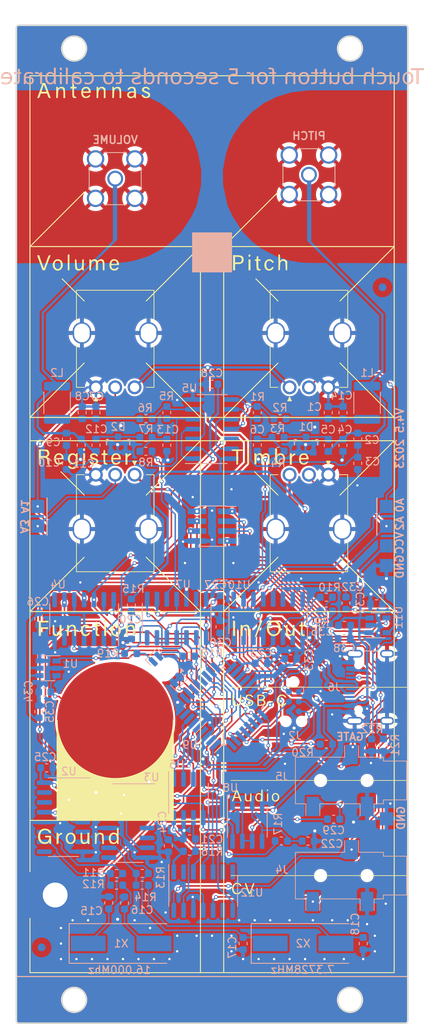
<source format=kicad_pcb>
(kicad_pcb (version 20240108) (generator "pcbnew") (generator_version "8.0")
  (layers (0 "F.Cu" signal) (31 "B.Cu" signal) (34 "B.Paste" user) (35 "F.Paste" user) (36 "B.SilkS" user "B.Silkscreen") (37 "F.SilkS" user "F.Silkscreen") (38 "B.Mask" user) (39 "F.Mask" user) (44 "Edge.Cuts" user))
  (net 0 "")
  (net 1 "VDD")
  (net 2 "CV1")
  (net 3 "Net-(C10-Pad1)")
  (net 4 "Net-(R1-Pad1)")
  (net 5 "VoutB")
  (net 6 "Net-(C2-Pad2)")
  (net 7 "Net-(U2-P1)")
  (net 8 "Net-(U3-P1)")
  (net 9 "Net-(U8A-+)")
  (net 10 "Net-(C18-Pad1)")
  (net 11 "VCC")
  (net 12 "Net-(U8A--)")
  (net 13 "BUT")
  (net 14 "VO_PITCH")
  (net 15 "VO_VOL")
  (net 16 "F_PITCH")
  (net 17 "F_VOL")
  (net 18 "Net-(C5-Pad2)")
  (net 19 "DAC_LATCH")
  (net 20 "DAC_DI")
  (net 21 "DAC_SCK")
  (net 22 "DAC_CS")
  (net 23 "DAC2_CS")
  (net 24 "Net-(U10-V3)")
  (net 25 "VrefB")
  (net 26 "Net-(U10-~{DTR})")
  (net 27 "Net-(U9-AREF)")
  (net 28 "A0")
  (net 29 "A1")
  (net 30 "A2")
  (net 31 "A3")
  (net 32 "LED_RED")
  (net 33 "Net-(P10-P1)")
  (net 34 "Net-(U11-BP)")
  (net 35 "SAMPLE_CLK")
  (net 36 "AUDIO")
  (net 37 "RESET")
  (net 38 "D-")
  (net 39 "D+")
  (net 40 "TXD")
  (net 41 "RXD")
  (net 42 "MISO")
  (net 43 "EX_CLK")
  (net 44 "VoutA")
  (net 45 "VREF")
  (net 46 "DAC3_CS")
  (net 47 "Net-(U10-TXD)")
  (net 48 "Net-(U10-RXD)")
  (net 49 "CV2")
  (net 50 "GND")
  (net 51 "GATE")
  (net 52 "Net-(U3-P0{slash})")
  (net 53 "Net-(U6-VoutA)")
  (net 55 "Net-(U2-Q5)")
  (net 67 "Net-(U3-Q4)")
  (net 87 "Net-(J6-CC2)")
  (net 88 "Net-(J6-CC1)")
  (net 91 "Net-(D3-A1)")
  (net 92 "Net-(D3-A2)")
  (net 93 "LED_GREEN")
  (net 94 "Net-(U5-Pad1)")
  (net 95 "Net-(R5-Pad1)")
  (net 96 "Net-(C12-Pad2)")
  (net 97 "Net-(C7-Pad1)")
  (net 98 "Net-(C16-Pad1)")
  (net 99 "Net-(C13-Pad1)")
  (net 100 "Net-(C6-Pad1)")
  (net 101 "Net-(C1-Pad1)")
  (net 102 "Net-(U5-Pad10)")
  (net 103 "/ANT_Pitch")
  (net 104 "/ANT_Volume")
  (footprint "GaudiLabsFootPrints:GNDPad" (layer "F.Cu") (at 79.75 148.25)
    (property "Reference" "GROUND1" (hide yes))
    (property "Value" "GND_PAD")
  )
  (footprint "GaudiLabsLogos:OTV4_FrontText" (layer "F.Cu") (at 96.7836 96.7614)
    (property "Reference" "G***" (hide yes))
    (property "Value" "LOGO" (hide yes))
  )
  (footprint "GaudiLabsLogos:OTV4_Button" (layer "F.Cu") (at 87.51 131.58)
    (property "Reference" "G***" (hide yes))
    (property "Value" "LOGO" (hide yes))
  )
  (footprint "GaudiLabsFootPrints:SensorButton" (layer "F.Cu") (at 87.5 125.75)
    (property "Reference" "P10" (hide yes))
    (property "Value" "BUTTON")
  )
  (footprint "Library:ALPS_RK09K1130A6S" (layer "F.Cu") (at 112.5 94.125 180)
    (property "Reference" "P4" (hide yes))
    (property "Value" "10k")
  )
  (footprint "GaudiLabsLogos:OTV4_OTTextNarrow" (layer "F.Cu") (at 100 39.195348)
    (property "Reference" "G***")
    (property "Value" "LOGO" (hide yes))
  )
  (footprint "Library:ALPS_RK09K1130A6S" (layer "F.Cu") (at 87.5 82.875)
    (property "Reference" "P1" (hide yes))
    (property "Value" "10k")
  )
  (footprint "Library:ALPS_RK09K1130A6S" (layer "F.Cu") (at 112.5 82.875)
    (property "Reference" "P2" (hide yes))
    (property "Value" "10k")
  )
  (footprint "Library:ALPS_RK09K1130A6S" (layer "F.Cu") (at 87.5 94.125 180)
    (property "Reference" "P3" (hide yes))
    (property "Value" "10k")
  )
  (footprint "TO_SOT_Packages_SMD:SOT-23" (layer "B.Cu") (at 87.874 90.23624 180)
    (property "Reference" "D2")
    (property "Value" "BB914")
  )
  (footprint "Capacitor_SMD:C_0603_1608Metric" (layer "B.Cu") (at 85.014 86.1315 90)
    (property "Reference" "C7")
    (property "Value" "150p")
  )
  (footprint "Capacitor_SMD:C_0603_1608Metric" (layer "B.Cu") (at 83.236 86.1315 90)
    (property "Reference" "C8")
    (property "Value" "150p")
  )
  (footprint "Capacitor_SMD:C_0603_1608Metric" (layer "B.Cu") (at 81.204 89.5605 -90)
    (property "Reference" "C9")
    (property "Value" "150p")
  )
  (footprint "Capacitor_SMD:C_0603_1608Metric" (layer "B.Cu") (at 83.109 90.3225 -90)
    (property "Reference" "C11")
    (property "Value" "10pF")
  )
  (footprint "Capacitor_SMD:C_0603_1608Metric" (layer "B.Cu") (at 88.697 149.276 90)
    (property "Reference" "C16")
    (property "Value" "22p")
  )
  (footprint "Capacitor_SMD:C_0603_1608Metric" (layer "B.Cu") (at 94.3485 141.91 -90)
    (property "Reference" "C24")
    (property "Value" "100n")
  )
  (footprint "Capacitor_SMD:C_0603_1608Metric" (layer "B.Cu") (at 77.648 112.7 -90)
    (property "Reference" "C26")
    (property "Value" "100n")
  )
  (footprint "Capacitor_SMD:C_0603_1608Metric" (layer "B.Cu") (at 101.0795 110.4775 -90)
    (property "Reference" "C27")
    (property "Value" "100n")
  )
  (footprint "Capacitor_SMD:C_0603_1608Metric" (layer "B.Cu") (at 99.9745 82.474 180)
    (property "Reference" "C28")
    (property "Value" "100n")
  )
  (footprint "Resistor_SMD:R_0603_1608Metric" (layer "B.Cu") (at 108.763 86.919 180)
    (property "Reference" "R2")
    (property "Value" "2.2k")
  )
  (footprint "Resistor_SMD:R_0603_1608Metric" (layer "B.Cu") (at 108.509 91.11 180)
    (property "Reference" "R4")
    (property "Value" "100k")
  )
  (footprint "Resistor_SMD:R_0603_1608Metric" (layer "B.Cu") (at 94.158 86.1315 -90)
    (property "Reference" "R5")
    (property "Value" "4.7M")
  )
  (footprint "Resistor_SMD:R_0603_1608Metric" (layer "B.Cu") (at 91.4655 89.332 180)
    (property "Reference" "R7")
    (property "Value" "100k")
  )
  (footprint "Resistor_SMD:R_0603_1608Metric" (layer "B.Cu") (at 91.4655 91.11)
    (property "Reference" "R8")
    (property "Value" "100k")
  )
  (footprint "Resistor_SMD:R_0603_1608Metric" (layer "B.Cu") (at 90.983 146.99 180)
    (property "Reference" "R14")
    (property "Value" "470")
  )
  (footprint "Resistor_SMD:R_0603_1608Metric" (layer "B.Cu") (at 108.93 141.29)
    (property "Reference" "R17")
    (property "Value" "10k")
  )
  (footprint "TO_SOT_Packages_SMD:SOT-23" (layer "B.Cu") (at 112.126 90.25 180)
    (property "Reference" "D1")
    (property "Value" "BB914")
  )
  (footprint "Resistor_SMD:R_0603_1608Metric" (layer "B.Cu") (at 91.4655 86.919)
    (property "Reference" "R6")
    (property "Value" "2.2k")
  )
  (footprint "Capacitor_SMD:C_0603_1608Metric" (layer "B.Cu") (at 118.796 89.5605 -90)
    (property "Reference" "C2")
    (property "Value" "150p")
  )
  (footprint "Capacitor_SMD:C_0603_1608Metric" (layer "B.Cu") (at 114.986 86.1315 90)
    (property "Reference" "C1")
    (property "Value" "150p")
  )
  (footprint "Capacitor_SMD:C_0603_1608Metric" (layer "B.Cu") (at 116.891 90.348 -90)
    (property "Reference" "C4")
    (property "Value" "~")
  )
  (footprint "Capacitor_SMD:C_0603_1608Metric" (layer "B.Cu") (at 114.986 90.348 90)
    (property "Reference" "C5")
    (property "Value" "470p")
  )
  (footprint "Capacitor_SMD:C_0603_1608Metric" (layer "B.Cu") (at 116.891 86.1315 90)
    (property "Reference" "C14")
    (property "Value" "47p")
  )
  (footprint "Package_SO:SOIC-16_3.9x9.9mm_P1.27mm" (layer "B.Cu") (at 107.239 112.635 90)
    (property "Reference" "U10")
    (property "Value" "CH340C")
  )
  (footprint "Capacitor_SMD:C_0603_1608Metric" (layer "B.Cu") (at 106.35 118.415)
    (property "Reference" "C23")
    (property "Value" "100n")
  )
  (footprint "Package_SO:SOIC-14_3.9x8.7mm_P1.27mm" (layer "B.Cu") (at 100 88.25)
    (property "Reference" "U5")
    (property "Value" "HEF4069")
  )
  (footprint "Package_SO:SOIC-8_3.9x4.9mm_P1.27mm" (layer "B.Cu") (at 96.952 135.814 -90)
    (property "Reference" "U6")
    (property "Value" "MCP4921-E/SN")
  )
  (footprint "Capacitor_SMD:C_0603_1608Metric" (layer "B.Cu") (at 117.272 110.668 90)
    (property "Reference" "C32")
    (property "Value" "100n")
  )
  (footprint "Resistor_SMD:R_0603_1608Metric" (layer "B.Cu") (at 114.732 111.684)
    (property "Reference" "R9")
    (property "Value" "2.2k")
  )
  (footprint "Resistor_SMD:R_0603_1608Metric" (layer "B.Cu") (at 114.732 109.906)
    (property "Reference" "R10")
    (property "Value" "2.2k")
  )
  (footprint "Resistor_SMD:R_0603_1608Metric" (layer "B.Cu") (at 114.7475 128.83)
    (property "Reference" "R20")
    (property "Value" "2.2k")
  )
  (footprint "Package_SO:SOIC-14_3.9x8.7mm_P1.27mm" (layer "B.Cu") (at 83.49 112.7 90)
    (property "Reference" "U4")
    (property "Value" "74HC74")
  )
  (footprint "Capacitor_SMD:C_0603_1608Metric" (layer "B.Cu") (at 77.648 124.638 90)
    (property "Reference" "C35")
    (property "Value" "100n")
  )
  (footprint "Package_TO_SOT_SMD:SOT-23-6" (layer "B.Cu") (at 78.834 119.05 180)
    (property "Reference" "U1")
    (property "Value" "TTP223")
  )
  (footprint "Crystal:Crystal_SMD_HC49-SD" (layer "B.Cu") (at 88.257 154.491)
    (property "Reference" "X1")
    (property "Value" "16MHz")
  )
  (footprint "Resistor_SMD:R_0603_1608Metric" (layer "B.Cu") (at 89.586 110.922 90)
    (property "Reference" "R15")
    (property "Value" "100k")
  )
  (footprint "Package_TO_SOT_SMD:SOT-23-5" (layer "B.Cu") (at 121.42 113.52)
    (property "Reference" "U11")
    (property "Value" "LP2985-3.3")
  )
  (footprint "Capacitor_SMD:C_0603_1608Metric" (layer "B.Cu") (at 110.1346 117.8308)
    (property "Reference" "C33")
    (property "Value" "100n")
  )
  (footprint "Capacitor_SMD:C_0603_1608Metric" (layer "B.Cu") (at 89.586 114.478 -90)
    (property "Reference" "C20")
    (property "Value" "100n")
  )
  (footprint "Capacitor_SMD:C_0603_1608Metric" (layer "B.Cu") (at 119.5 154.5 -90)
    (property "Reference" "C18")
    (property "Value" "30p")
  )
  (footprint "Capacitor_SMD:C_0603_1608Metric" (layer "B.Cu") (at 86.665 149.2505 90)
    (property "Reference" "C15")
    (property "Value" "22p")
  )
  (footprint "Package_SO:SOIC-16_3.9x9.9mm_P1.27mm" (layer "B.Cu") (at 80.823 138.227 180)
    (property "Reference" "U2")
    (property "Value" "74HC4060D")
  )
  (footprint "Capacitor_SMD:C_0603_1608Metric" (layer "B.Cu") (at 78.664 131.877)
    (property "Reference" "C25")
    (property "Value" "100n")
  )
  (footprint "Capacitor_SMD:C_0603_1608Metric" (layer "B.Cu") (at 97.079 141.021 180)
    (property "Reference" "C21")
    (property "Value" "100n")
  )
  (footprint "Resistor_SMD:R_0603_1608Metric" (layer "B.Cu") (at 97.079 142.6085 180)
    (property "Reference" "R16")
    (property "Value" "100k")
  )
  (footprint "Resistor_SMD:R_0603_1608Metric" (layer "B.Cu") (at 89.5 117.145 180)
    (property "Reference" "R19")
    (property "Value" "470")
  )
  (footprint "Resistor_SMD:R_0603_1608Metric" (layer "B.Cu") (at 97 117.5)
    (property "Reference" "R18")
    (property "Value" "470")
  )
  (footprint "Resistor_SMD:R_0603_1608Metric" (layer "B.Cu") (at 108.509 89.332)
    (property "Reference" "R3")
    (property "Value" "100k")
  )
  (footprint "Capacitor_SMD:C_0603_1608Metric" (layer "B.Cu") (at 94.158 90.3225 -90)
    (property "Reference" "C13")
    (property "Value" "100n")
  )
  (footprint "Capacitor_SMD:C_0603_1608Metric" (layer "B.Cu") (at 85.014 90.3225 90)
    (property "Reference" "C12")
    (property "Value" "470p")
  )
  (footprint "Capacitor_SMD:C_0603_1608Metric" (layer "B.Cu") (at 118.796 92.6595 -90)
    (property "Reference" "C3")
    (property "Value" "150p")
  )
  (footprint "Capacitor_SMD:C_0603_1608Metric" (layer "B.Cu") (at 121.2089 110.7442 180)
    (property "Reference" "C37")
    (property "Value" "10u")
  )
  (footprint "Resistor_SMD:R_0603_1608Metric" (layer "B.Cu") (at 105.842 86.1315 -90)
    (property "Reference" "R1")
    (property "Value" "4.7M")
  )
  (footprint "Capacitor_SMD:C_0603_1608Metric" (layer "B.Cu") (at 105.842 90.3 -90)
    (property "Reference" "C6")
    (property "Value" "100n")
  )
  (footprint "Capacitor_SMD:C_0603_1608Metric" (layer "B.Cu") (at 81.204 92.6595 -90)
    (property "Reference" "C10")
    (property "Value" "150p")
  )
  (footprint "GaudiLabsFootPrints:SMD_Pinheader_1_OT_BLANK" (layer "B.Cu") (at 77.5 100.75)
    (property "Reference" "P11" (hide yes))
    (property "Value" "A3_PAD")
  )
  (footprint "GaudiLabsFootPrints:SMD_Pinheader_1_OT_BLANK" (layer "B.Cu") (at 122.5 100.75)
    (property "Reference" "P12" (hide yes))
    (property "Value" "A2_PAD")
  )
  (footprint "GaudiLabsFootPrints:SMD_Pinheader_1_OT_BLANK" (layer "B.Cu") (at 77.5 98.21)
    (property "Reference" "P13" (hide yes))
    (property "Value" "A1_PAD")
  )
  (footprint "GaudiLabsFootPrints:SMD_Pinheader_1_OT_BLANK" (layer "B.Cu") (at 122.5 98.21)
    (property "Reference" "P14" (hide yes))
    (property "Value" "A0_PAD")
  )
  (footprint "Package_SO:SOIC-14_3.9x8.7mm_P1.27mm" (layer "B.Cu") (at 98.857 147.752 -90)
    (property "Reference" "U12")
    (property "Value" "MCP4922-E/SL")
  )
  (footprint "Resistor_SMD:R_0603_1608Metric" (layer "B.Cu") (at 122.1035 128.9535 -90)
    (property "Reference" "R21")
    (property "Value" "5.1k")
  )
  (footprint "Connector:Tag-Connect_TC2030-IDC-NL_2x03_P1.27mm_Vertical" (layer "B.Cu") (at 110.541 123.352 -90)
    (property "Reference" "J2")
    (property "Value" "Conn_02x03_Odd_Even")
  )
  (footprint "Capacitor_SMD:C_0603_1608Metric" (layer "B.Cu") (at 78.41 122.098 180)
    (property "Reference" "C34")
    (property "Value" "22p")
  )
  (footprint "Package_SO:SOIC-14_3.9x8.7mm_P1.27mm" (layer "B.Cu") (at 95.428 112.635 90)
    (property "Reference" "U7")
    (property "Value" "MCP4922-E/SL")
  )
  (footprint "Package_SO:SOIC-8_3.9x4.9mm_P1.27mm" (layer "B.Cu") (at 104.547 138.8555 -90)
    (property "Reference" "U8")
    (property "Value" "MCP6002T-I/SN")
  )
  (footprint "GaudiLabsFootPrints:Fiducial_1mm_Dia_2.54mm_Outer_CopperBottom" (layer "B.Cu") (at 122 70)
    (property "Reference" "W1" (hide yes))
    (property "Value" "FIDUCIAL1")
  )
  (footprint "GaudiLabsFootPrints:Fiducial_1mm_Dia_2.54mm_Outer_CopperBottom" (layer "B.Cu") (at 78 155)
    (property "Reference" "W2" (hide yes))
    (property "Value" "FIDUCIAL2")
  )
  (footprint "Crystal:Crystal_SMD_HC49-SD" (layer "B.Cu") (at 111.743 154.491)
    (property "Reference" "X2")
    (property "Value" "7.3728MHz")
  )
  (footprint "Package_SO:SOIC-16_3.9x9.9mm_P1.27mm" (layer "B.Cu") (at 89.143 138.989 180)
    (property "Reference" "U3")
    (property "Value" "74HC4060D")
  )
  (footprint "Capacitor_SMD:C_0603_1608Metric" (layer "B.Cu") (at 104 154.5 -90)
    (property "Reference" "C17")
    (property "Value" "30p")
  )
  (footprint "GaudiLabsFootPrints:SMD_Pinheader_1_OT_BLANK" (layer "B.Cu") (at 122.5 103.29)
    (property "Reference" "P8" (hide yes))
    (property "Value" "VCC")
  )
  (footprint "GaudiLabsFootPrints:SMD_Pinheader_1_OT_BLANK" (layer "B.Cu") (at 122.5 105.83)
    (property "Reference" "P9" (hide yes))
    (property "Value" "GND")
  )
  (footprint "Capacitor_SMD:C_0603_1608Metric" (layer "B.Cu") (at 101.016 113.716 90)
    (property "Reference" "C30")
    (property "Value" "100n")
  )
  (footprint "Capacitor_SMD:C_0603_1608Metric" (layer "B.Cu") (at 112.4 141.31)
    (property "Reference" "C22")
    (property "Value" "10n")
  )
  (footprint "Resistor_SMD:R_0603_1608Metric" (layer "B.Cu") (at 120.5795 128.9535 -90)
    (property "Reference" "R22")
    (property "Value" "5.1k")
  )
  (footprint "GaudiLabsFootPrints:SMD_Pinheader_1_OT_BLANK" (layer "B.Cu") (at 122.5 138.4302)
    (property "Reference" "P16" (hide yes))
    (property "Value" "GND")
  )
  (footprint "Package_QFP:TQFP-32_7x7mm_P0.8mm" (layer "B.Cu") (at 101.494039 123.940753 45)
    (property "Reference" "U9")
    (property "Value" "ATmega328P-AU")
  )
  (footprint "Resistor_SMD:R_0603_1608Metric" (layer "B.Cu") (at 87.67 145.49)
    (property "Reference" "R11")
    (property "Value" "4.7M")
  )
  (footprint "Resistor_SMD:R_0603_1608Metric" (layer "B.Cu") (at 87.67 146.98 180)
    (property "Reference" "R12")
    (property "Value" "470")
  )
  (footprint "Resistor_SMD:R_0603_1608Metric" (layer "B.Cu") (at 90.983 145.466)
    (property "Reference" "R13")
    (property "Value" "4.7M")
  )
  (footprint "Capacitor_SMD:C_0603_1608Metric" (layer "B.Cu") (at 115.6845 138.4885)
    (property "Reference" "C29")
    (property "Value" "10u")
  )
  (footprint "Capacitor_SMD:C_0603_1608Metric" (layer "B.Cu") (at 117.0433 115.24)
    (property "Reference" "C38")
    (property "Value" "10n")
  )
  (footprint "Capacitor_SMD:C_0603_1608Metric" (layer "B.Cu") (at 117.0825 113.53)
    (property "Reference" "C36")
    (property "Value" "10u")
  )
  (footprint "Inductor_SMD:L_1812_4532Metric" (layer "B.Cu") (at 80 84.8625 -90)
    (property "Reference" "L2")
    (property "Value" "1mH")
  )
  (footprint "Connector_Coaxial:SMA_Amphenol_132134-11_Vertical" (layer "B.Cu") (at 87.5 56 180)
    (property "Reference" "J7" (hide yes))
    (property "Value" "Volume")
  )
  (footprint "Connector_Coaxial:SMA_Amphenol_132134-11_Vertical" (layer "B.Cu") (at 112.5 55.5 180)
    (property "Reference" "J1" (hide yes))
    (property "Value" "Pitch")
  )
  (footprint "Connector_USB:USB_C_Receptacle_GCT_USB4105-xx-A_16P_TopMnt_Horizontal" (layer "B.Cu") (at 121.5 121.5 -90)
    (property "Reference" "J6")
    (property "Value" "USB_C_Receptacle_USB2.0_16P")
  )
  (footprint "Inductor_SMD:L_1812_4532Metric" (layer "B.Cu") (at 120 84.8625 -90)
    (property "Reference" "L1")
    (property "Value" "1mH")
  )
  (footprint "LED_SMD:LED_LiteOn_LTST-C235KGKRKT" (layer "B.Cu") (at 94.1 119.2 135)
    (property "Reference" "D3" (hide yes))
    (property "Value" "LTST-C235KGKRKT")
  )
  (footprint "Library:XKB_PJ-320B" (layer "B.Cu") (at 122.1 145.75 90)
    (property "Reference" "J4")
    (property "Value" "PJ-320B")
  )
  (footprint "Connector_PinHeader_1.27mm:PinHeader_2x04_P1.27mm_Vertical_SMD" (layer "B.Cu") (at 100 100.75 180)
    (property "Reference" "J3" (hide yes))
    (property "Value" "Conn_02x04_Odd_Even")
  )
  (footprint "Library:XKB_PJ-320B" (layer "B.Cu") (at 122.1 133.5 90)
    (property "Reference" "J5")
    (property "Value" "PJ-320B")
  )
  (gr_poly (pts (xy 123.9395 150.8075) (xy 121.2725 150.8075) (xy 121.2725 148.1405) (xy 123.9395 148.1405)) (stroke (width 0.1)) (fill solid) (layer "B.Cu") (net 50))
  (gr_line (start 121.2598 101.905) (end 121.2598 97.1298) (stroke (width 0.15)) (layer "B.SilkS"))
  (gr_line (start 78.7 101.905) (end 78.7 97.1298) (stroke (width 0.15)) (layer "B.SilkS"))
  (gr_line (start 74.75 158.75) (end 125.25 158.75) (stroke (width 0.15)) (layer "B.SilkS"))
  (gr_rect (start 97.5 63) (end 102.5 68) (stroke (width 0.15)) (fill solid) (layer "B.SilkS"))
  (gr_line (start 101.497488 86.749212) (end 108.499873 79.750355) (stroke (width 0.125)) (layer "F.SilkS"))
  (gr_line (start 91.500128 71.749644) (end 98.502514 64.750788) (stroke (width 0.125)) (layer "F.SilkS"))
  (gr_line (start 83.502945 71.753173) (end 80.649076 68.899302) (stroke (width 0.125)) (layer "F.SilkS"))
  (gr_line (start 116.500584 71.749644) (end 123.499441 64.750788) (stroke (width 0.125)) (layer "F.SilkS"))
  (gr_line (start 123.499441 111.749672) (end 101.501017 111.749672) (stroke (width 0.125)) (layer "F.SilkS"))
  (gr_curve (pts (xy 87.496245 133.247167) (xy 91.641234 133.247167) (xy 94.999557 129.888844) (xy 94.999557 125.747383)) (stroke (width 0.125)) (layer "F.SilkS"))
  (gr_line (start 123.499441 89.751246) (end 123.499441 111.749672) (stroke (width 0.125)) (layer "F.SilkS"))
  (gr_line (start 76.50056 138.63742) (end 98.498986 138.63742) (stroke (width 0.125)) (layer "F.SilkS"))
  (gr_line (start 123.499441 86.749212) (end 76.50056 86.749212) (stroke (width 0.125)) (layer "F.SilkS"))
  (gr_line (start 101.501017 86.749212) (end 101.501017 64.750788) (stroke (width 0.125)) (layer "F.SilkS"))
  (gr_line (start 83.499418 96.7501) (end 80.497388 93.748074) (stroke (width 0.125)) (layer "F.SilkS"))
  (gr_line (start 76.50056 64.750788) (end 123.499441 64.750788) (stroke (width 0.125)) (layer "F.SilkS"))
  (gr_line (start 94.999557 125.747383) (end 94.999557 125.747383) (stroke (width 0.125)) (layer "F.SilkS"))
  (gr_line (start 76.50056 145.248232) (end 76.50056 42.752362) (stroke (width 0.125)) (layer "F.SilkS"))
  (gr_line (start 76.50056 158.247623) (end 123.499441 158.247623) (stroke (width 0.125)) (layer "F.SilkS"))
  (gr_line (start 98.498986 86.749212) (end 91.500128 79.750355) (stroke (width 0.125)) (layer "F.SilkS"))
  (gr_line (start 76.50056 64.750788) (end 83.499418 57.751929) (stroke (width 0.125)) (layer "F.SilkS"))
  (gr_line (start 125.249152 121.5) (end 102.432316 121.5) (stroke (width 0.09)) (layer "F.SilkS"))
  (gr_line (start 76.50056 89.751246) (end 123.499441 89.751246) (stroke (width 0.125)) (layer "F.SilkS"))
  (gr_line (start 76.50056 111.749672) (end 123.499441 111.749672) (stroke (width 0.125)) (layer "F.SilkS"))
  (gr_line (start 76.50056 86.749212) (end 76.50056 64.750788) (stroke (width 0.125)) (layer "F.SilkS"))
  (gr_line (start 101.501017 111.749672) (end 101.501017 89.751246) (stroke (width 0.125)) (layer "F.SilkS"))
  (gr_line (start 98.498986 158.19118) (end 98.498986 64.750788) (stroke (width 0.125)) (layer "F.SilkS"))
  (gr_curve (pts (xy 79.999989 125.747383) (xy 79.999989 129.888844) (xy 83.358312 133.247167) (xy 87.496245 133.247167)) (stroke (width 0.125)) (layer "F.SilkS"))
  (gr_line (start 108.499873 71.753173) (end 105.646005 68.899302) (stroke (width 0.125)) (layer "F.SilkS"))
  (gr_line (start 123.499441 86.749212) (end 101.501017 86.749212) (stroke (width 0.125)) (layer "F.SilkS"))
  (gr_line (start 94.999557 125.747383) (end 94.999557 138.637416) (stroke (width 0.125)) (layer "F.SilkS"))
  (gr_line (start 98.498986 111.749672) (end 91.500128 104.750807) (stroke (width 0.125)) (layer "F.SilkS"))
  (gr_line (start 101.501017 89.751246) (end 123.499441 89.751246) (stroke (width 0.125)) (layer "F.SilkS"))
  (gr_line (start 123.499441 158.247623) (end 123.499441 42.752362) (stroke (width 0.125)) (layer "F.SilkS"))
  (gr_line (start 123.499441 114.878694) (end 123.499441 136.877119) (stroke (width 0.125)) (layer "F.SilkS"))
  (gr_line (start 76.50056 111.749672) (end 76.50056 89.751246) (stroke (width 0.125)) (layer "F.SilkS"))
  (gr_line (start 76.50056 111.749672) (end 83.499418 104.750807) (stroke (width 0.125)) (layer "F.SilkS"))
  (gr_line (start 76.50056 158.247623) (end 76.50056 151.248769) (stroke (width 0.125)) (layer "F.SilkS"))
  (gr_line (start 123.499441 64.750788) (end 123.499441 86.749212) (stroke (width 0.125)) (layer "F.SilkS"))
  (gr_line (start 98.498986 64.750788) (end 98.498986 86.749212) (stroke (width 0.125)) (layer "F.SilkS"))
  (gr_line (start 98.498986 111.749672) (end 76.50056 111.749672) (stroke (width 0.125)) (layer "F.SilkS"))
  (gr_line (start 123.499441 111.749672) (end 116.497056 104.750807) (stroke (width 0.125)) (layer "F.SilkS"))
  (gr_line (start 123.499441 86.749212) (end 116.497056 79.750355) (stroke (width 0.125)) (layer "F.SilkS"))
  (gr_line (start 101.497488 111.749672) (end 108.499873 104.750807) (stroke (width 0.125)) (layer "F.SilkS"))
  (gr_line (start 94.999557 138.637416) (end 79.999989 138.637416) (stroke (width 0.125)) (layer "F.SilkS"))
  (gr_line (start 101.501017 158.19118) (end 101.501017 64.750788) (stroke (width 0.125)) (layer "F.SilkS"))
  (gr_line (start 76.50056 64.750788) (end 98.498986 64.750788) (stroke (width 0.125)) (layer "F.SilkS"))
  (gr_line (start 91.500128 96.7501) (end 98.498986 89.751246) (stroke (width 0.125)) (layer "F.SilkS"))
  (gr_line (start 76.50056 136.877119) (end 76.50056 114.878694) (stroke (width 0.125)) (layer "F.SilkS"))
  (gr_line (start 101.501017 64.750788) (end 123.499441 64.750788) (stroke (width 0.125)) (layer "F.SilkS"))
  (gr_line (start 98.498986 89.751246) (end 98.498986 111.749672) (stroke (width 0.125)) (layer "F.SilkS"))
  (gr_line (start 98.498986 114.878694) (end 98.498986 136.877119) (stroke (width 0.125)) (layer "F.SilkS"))
  (gr_line (start 125.249152 133.5) (end 102.432316 133.5) (stroke (width 0.09)) (layer "F.SilkS"))
  (gr_line (start 101.501017 136.877119) (end 101.501017 114.878694) (stroke (width 0.125)) (layer "F.SilkS"))
  (gr_line (start 76.50056 86.749212) (end 83.499418 79.750355) (stroke (width 0.125)) (layer "F.SilkS"))
  (gr_line (start 76.50056 89.751246) (end 98.498986 89.751246) (stroke (width 0.125)) (layer "F.SilkS"))
  (gr_line (start 101.497488 64.750788) (end 108.499873 57.751929) (stroke (width 0.125)) (layer "F.SilkS"))
  (gr_line (start 76.50056 42.752362) (end 123.499441 42.752362) (stroke (width 0.125)) (layer "F.SilkS"))
  (gr_line (start 116.500584 96.7501) (end 123.499441 89.751246) (stroke (width 0.125)) (layer "F.SilkS"))
  (gr_line (start 98.498986 86.749212) (end 76.50056 86.749212) (stroke (width 0.125)) (layer "F.SilkS"))
  (gr_line (start 79.999989 138.637416) (end 79.999989 125.747383) (stroke (width 0.125)) (layer "F.SilkS"))
  (gr_line (start 102.432316 145.75) (end 125.249152 145.75) (stroke (width 0.09)) (layer "F.SilkS"))
  (gr_line (start 108.499873 96.7501) (end 105.497845 93.748074) (stroke (width 0.125)) (layer "F.SilkS"))
  (gr_line (start 74.75 36.55) (end 74.75 145.25) (stroke (width 0.2)) (layer "Edge.Cuts"))
  (gr_circle (center 117.8 161.75) (end 119.4 161.75) (stroke (width 0.2)) (fill none) (layer "Edge.Cuts"))
  (gr_circle (center 82.2 39.25) (end 83.8 39.25) (stroke (width 0.2)) (fill none) (layer "Edge.Cuts"))
  (gr_arc (start 74.75 36.55) (mid 74.837868 36.337868) (end 75.05 36.25) (stroke (width 0.2)) (layer "Edge.Cuts"))
  (gr_arc (start 75.05 164.75) (mid 74.837868 164.662132) (end 74.75 164.45) (stroke (width 0.2)) (layer "Edge.Cuts"))
  (gr_arc (start 125.25 164.45) (mid 125.162132 164.662132) (end 124.95 164.75) (stroke (width 0.2)) (layer "Edge.Cuts"))
  (gr_line (start 125.25 164.45) (end 125.25 36.55) (stroke (width 0.2)) (layer "Edge.Cuts"))
  (gr_circle (center 82.2 161.75) (end 83.8 161.75) (stroke (width 0.2)) (fill none) (layer "Edge.Cuts"))
  (gr_line (start 74.75 145.25) (end 74.75 151.25) (stroke (width 0.2)) (layer "Edge.Cuts"))
  (gr_arc (start 124.95 36.25) (mid 125.162132 36.337868) (end 125.25 36.55) (stroke (width 0.2)) (layer "Edge.Cuts"))
  (gr_circle (center 117.8 39.25) (end 119.4 39.25) (stroke (width 0.2)) (fill none) (layer "Edge.Cuts"))
  (gr_line (start 74.75 151.25) (end 74.75 164.45) (stroke (width 0.2)) (layer "Edge.Cuts"))
  (gr_line (start 75.05 164.75) (end 124.95 164.75) (stroke (width 0.2)) (layer "Edge.Cuts"))
  (gr_line (start 124.95 36.25) (end 75.05 36.25) (stroke (width 0.2)) (layer "Edge.Cuts"))
  (gr_text "16.000Mhz" (at 88.0366 157.8946 0) (layer "B.SilkS") (effects (font (size 1 1)) (justify mirror)))
  (gr_text "VOLUME" (at 87.5 51 0) (layer "B.SilkS") (effects (font (size 1 1) (thickness 0.2)) (justify mirror)))
  (gr_text "PITCH" (at 112.5 50.5 0) (layer "B.SilkS") (effects (font (size 1 1) (thickness 0.2)) (justify mirror)))
  (gr_text "VCC" (at 124.1808 102.921 90) (layer "B.SilkS") (effects (font (size 1 1) (thickness 0.2)) (justify mirror)))
  (gr_text "A3" (at 75.76 100.78 270) (layer "B.SilkS") (effects (font (size 1 1) (thickness 0.2)) (justify mirror)))
  (gr_text "A0" (at 124.2316 98.0696 90) (layer "B.SilkS") (effects (font (size 1 1) (thickness 0.2)) (justify mirror)))
  (gr_text "A1" (at 75.87 98.1966 270) (layer "B.SilkS") (effects (font (size 1 1) (thickness 0.2)) (justify mirror)))
  (gr_text "A2" (at 124.21 100.41 90) (layer "B.SilkS") (effects (font (size 1 1) (thickness 0.2)) (justify mirror)))
  (gr_text "GND" (at 124.2062 105.969 90) (layer "B.SilkS") (effects (font (size 1 1) (thickness 0.2)) (justify mirror)))
  (gr_text "GND" (at 124.37 138.33 90) (layer "B.SilkS") (effects (font (size 1 1) (thickness 0.2)) (justify mirror)))
  (gr_text "GATE" (at 117.8 127.87 0) (layer "B.SilkS") (effects (font (size 1 1) (thickness 0.2)) (justify mirror)))
  (gr_text "7.3728MHz" (at 111.684 157.8692 0) (layer "B.SilkS") (effects (font (size 1 1)) (justify mirror)))
  (gr_text "Touch button for 5 seconds to calibrate" (at 100 43 0) (layer "B.SilkS") (effects (font (size 2 2)) (justify mirror)))
  (gr_text "V4.5 2023" (at 124.2316 89.44 90) (layer "B.SilkS") (effects (font (size 1 1) (thickness 0.2)) (justify mirror)))
  (segment (start 112 100) (end 119.25 107.25) (width 0.3) (layer "F.Cu") (net 1))
  (segment (start 120.25 107.25) (end 121.9964 108.9964) (width 0.3) (layer "F.Cu") (net 1))
  (segment (start 112 98.5) (end 112 100) (width 0.3) (layer "F.Cu") (net 1))
  (segment (start 119.25 107.25) (end 120.25 107.25) (width 0.3) (layer "F.Cu") (net 1))
  (via (at 112 98.5) (size 0.6) (drill 0.4) (layers "F.Cu" "B.Cu") (net 1))
  (via (at 121.9964 108.9964) (size 0.6) (drill 0.4) (layers "F.Cu" "B.Cu") (net 1))
  (segment (start 101.077 92.06) (end 101.077 93.738379) (width 0.3) (layer "B.Cu") (net 1))
  (segment (start 99.75 90.733) (end 99.75 87.25) (width 0.3) (layer "B.Cu") (net 1))
  (segment (start 123.5 113.6856) (end 123.5 111.5) (width 0.3) (layer "B.Cu") (net 1))
  (segment (start 122.52 114.47) (end 122.7156 114.47) (width 0.3) (layer "B.Cu") (net 1))
  (segment (start 112 98.5) (end 107.238379 93.738379) (width 0.3) (layer "B.Cu") (net 1))
  (segment (start 99.75 87.25) (end 100.762 86.238) (width 0.3) (layer "B.Cu") (net 1))
  (segment (start 123.5 111.5) (end 122.7442 110.7442) (width 0.3) (layer "B.Cu") (net 1))
  (segment (start 92.5 94.5) (end 92.5 98) (width 0.3) (layer "B.Cu") (net 1))
  (segment (start 107.238379 93.738379) (end 93.261621 93.738379) (width 0.3) (layer "B.Cu") (net 1))
  (segment (start 92.5 98) (end 94.25 99.75) (width 0.3) (layer "B.Cu") (net 1))
  (segment (start 122.7156 114.47) (end 123.5 113.6856) (width 0.3) (layer "B.Cu") (net 1))
  (segment (start 121.9964 108.9964) (end 121.9964 110.7442) (width 0.3) (layer "B.Cu") (net 1))
  (segment (start 100.762 86.238) (end 100.762 82.474) (width 0.3) (layer "B.Cu") (net 1))
  (segment (start 93.261621 93.738379) (end 92.5 94.5) (width 0.3) (layer "B.Cu") (net 1))
  (segment (start 102.475 92.06) (end 101.077 92.06) (width 0.3) (layer "B.Cu") (net 1))
  (segment (start 101.077 92.06) (end 99.75 90.733) (width 0.3) (layer "B.Cu") (net 1))
  (segment (start 122.7442 110.7442) (end 121.9964 110.7442) (width 0.3) (layer "B.Cu") (net 1))
  (segment (start 94.25 105.4705) (end 89.586 110.1345) (width 0.3) (layer "B.Cu") (net 1))
  (segment (start 94.25 99.75) (end 94.25 105.4705) (width 0.3) (layer "B.Cu") (net 1))
  (segment (start 118 141.07) (end 118 142.4) (width 0.2) (layer "F.Cu") (net 2))
  (segment (start 104.1 100.25) (end 104.1 102.6) (width 0.2) (layer "F.Cu") (net 2))
  (segment (start 123.741043 124.521043) (end 124.33 125.11) (width 0.2) (layer "F.Cu") (net 2))
  (segment (start 121.5 129.25) (end 121.5 137.57) (width 0.2) (layer "F.Cu") (net 2))
  (segment (start 115.156496 115.39) (end 120.14 115.39) (width 0.2) (layer "F.Cu") (net 2))
  (segment (start 120.75 118) (end 123.741043 120.991043) (width 0.2) (layer "F.Cu") (net 2))
  (segment (start 106.904314 104.75) (end 114.43 112.275686) (width 0.2) (layer "F.Cu") (net 2))
  (segment (start 124.33 125.11) (end 124.33 126.42) (width 0.2) (layer "F.Cu") (net 2))
  (segment (start 121.5 137.57) (end 118 141.07) (width 0.2) (layer "F.Cu") (net 2))
  (segment (start 114.43 112.275686) (end 114.43 114.663503) (width 0.2) (layer "F.Cu") (net 2))
  (segment (start 104.1 102.6) (end 106.25 104.75) (width 0.2) (layer "F.Cu") (net 2))
  (segment (start 114.43 114.663503) (end 115.156496 115.39) (width 0.2) (layer "F.Cu") (net 2))
  (segment (start 124.33 126.42) (end 121.5 129.25) (width 0.2) (layer "F.Cu") (net 2))
  (segment (start 123.741043 120.991043) (end 123.741043 124.521043) (width 0.2) (layer "F.Cu") (net 2))
  (segment (start 106.25 104.75) (end 106.904314 104.75) (width 0.2) (layer "F.Cu") (net 2))
  (segment (start 120.75 116) (end 120.75 118) (width 0.2) (layer "F.Cu") (net 2))
  (segment (start 120.14 115.39) (end 120.75 116) (width 0.2) (layer "F.Cu") (net 2))
  (segment (start 95.98 147.08) (end 102.1 147.08) (width 0.2) (layer "F.Cu") (net 2))
  (segment (start 95.62 147.44) (end 95.98 147.08) (width 0.2) (layer "F.Cu") (net 2))
  (via (at 118 142.4) (size 0.5) (drill 0.3) (layers "F.Cu" "B.Cu") (net 2))
  (via (at 95.62 147.44) (size 0.5) (drill 0.3) (layers "F.Cu" "B.Cu") (net 2))
  (via (at 102.1 147.08) (size 0.5) (drill 0.3) (layers "F.Cu" "B.Cu") (net 2))
  (via (at 104.1 100.25) (size 0.5) (drill 0.3) (layers "F.Cu" "B.Cu") (net 2))
  (segment (start 117.15 143.25) (end 111.31 143.25) (width 0.2) (layer "B.Cu") (net 2))
  (segment (start 95.047 150.227) (end 95.047 148.013) (width 0.2) (layer "B.Cu") (net 2))
  (segment (start 95.047 148.013) (end 95.62 147.44) (width 0.2) (layer "B.Cu") (net 2))
  (segment (start 104.1 100.25) (end 103.965 100.115) (width 0.2) (layer "B.Cu") (net 2))
  (segment (start 111.31 143.25) (end 107.48 147.08) (width 0.2) (layer "B.Cu") (net 2))
  (segment (start 103.965 100.115) (end 101.95 100.115) (width 0.2) (layer "B.Cu") (net 2))
  (segment (start 118 142.4) (end 117.15 143.25) (width 0.2) (layer "B.Cu") (net 2))
  (segment (start 107.48 147.08) (end 102.1 147.08) (width 0.2) (layer "B.Cu") (net 2))
  (segment (start 91.745 93.015) (end 94.793 93.015) (width 0.2) (layer "B.Cu") (net 3))
  (segment (start 82.22 92.888) (end 83.6225 92.888) (width 0.2) (layer "B.Cu") (net 3))
  (segment (start 95.428 92.38) (end 95.428 86.919) (width 0.2) (layer "B.Cu") (net 3))
  (segment (start 91.11 92.38) (end 91.745 93.015) (width 0.2) (layer "B.Cu") (net 3))
  (segment (start 81.204 90.348) (end 81.204 91.872) (width 0.2) (layer "B.Cu") (net 3))
  (segment (start 94.793 93.015) (end 95.428 92.38) (width 0.2) (layer "B.Cu") (net 3))
  (segment (start 83.6225 92.888) (end 84.1305 92.38) (width 0.2) (layer "B.Cu") (net 3))
  (segment (start 97.464 86.919) (end 97.525 86.98) (width 0.2) (layer "B.Cu") (net 3))
  (segment (start 81.204 91.872) (end 82.22 92.888) (width 0.2) (layer "B.Cu") (net 3))
  (segment (start 84.1305 92.38) (end 91.11 92.38) (width 0.2) (layer "B.Cu") (net 3))
  (segment (start 94.158 86.919) (end 97.464 86.919) (width 0.2) (layer "B.Cu") (net 3))
  (segment (start 104 86.5) (end 104 87.5) (width 0.2) (layer "F.Cu") (net 4))
  (segment (start 104.594 85.906) (end 104 86.5) (width 0.2) (layer "F.Cu") (net 4))
  (segment (start 104.594 85.344) (end 104.594 85.906) (width 0.2) (layer "F.Cu") (net 4))
  (via (at 104 87.5) (size 0.5) (drill 0.3) (layers "F.Cu" "B.Cu") (net 4))
  (via (at 104.594 85.344) (size 0.5) (drill 0.3) (layers "F.Cu" "B.Cu") (net 4))
  (segment (start 104 87.5) (end 103.25 88.25) (width 0.2) (layer "B.Cu") (net 4))
  (segment (start 103.69 84.44) (end 104.594 85.344) (width 0.2) (layer "B.Cu") (net 4))
  (segment (start 105.842 85.344) (end 106.4005 85.344) (width 0.2) (layer "B.Cu") (net 4))
  (segment (start 103.25 88.25) (end 102.475 88.25) (width 0.2) (layer "B.Cu") (net 4))
  (segment (start 104.594 85.344) (end 105.842 85.344) (width 0.2) (layer "B.Cu") (net 4))
  (segment (start 106.4005 85.344) (end 107.9755 86.919) (width 0.2) (layer "B.Cu") (net 4))
  (segment (start 102.475 84.44) (end 103.69 84.44) (width 0.2) (layer "B.Cu") (net 4))
  (segment (start 93.5 95) (end 93.5 92.738) (width 0.2) (layer "F.Cu") (net 5))
  (segment (start 93.5 92.738) (end 93.015 92.253) (width 0.2) (layer "F.Cu") (net 5))
  (via (at 93.015 92.253) (size 0.5) (drill 0.3) (layers "F.Cu" "B.Cu") (net 5))
  (via (at 93.5 95) (size 0.5) (drill 0.3) (layers "F.Cu" "B.Cu") (net 5))
  (segment (start 93.5 95) (end 93.5 97.5) (width 0.2) (layer "B.Cu") (net 5))
  (segment (start 92.253 91.11) (end 92.253 91.491) (width 0.2) (layer "B.Cu") (net 5))
  (segment (start 92.253 91.491) (end 93.015 92.253) (width 0.2) (layer "B.Cu") (net 5))
  (segment (start 93.5 97.5) (end 95.25 99.25) (width 0.2) (layer "B.Cu") (net 5))
  (segment (start 95.25 108.25) (end 94.158 109.342) (width 0.2) (layer "B.Cu") (net 5))
  (segment (start 95.25 99.25) (end 95.25 108.25) (width 0.2) (layer "B.Cu") (net 5))
  (segment (start 94.158 109.342) (end 94.158 110.16) (width 0.2) (layer "B.Cu") (net 5))
  (segment (start 108.636 93.015) (end 105.715 93.015) (width 0.2) (layer "B.Cu") (net 6))
  (segment (start 109.151 92.5) (end 108.636 93.015) (width 0.2) (layer "B.Cu") (net 6))
  (segment (start 116.256 92.888) (end 115.868 92.5) (width 0.2) (layer "B.Cu") (net 6))
  (segment (start 118.796 91.872) (end 118.796 90.348) (width 0.2) (layer "B.Cu") (net 6))
  (segment (start 105.715 93.015) (end 105 92.3) (width 0.2) (layer "B.Cu") (net 6))
  (segment (start 105 92.3) (end 105 86.919) (width 0.2) (layer "B.Cu") (net 6))
  (segment (start 103.791 85.71) (end 102.475 85.71) (width 0.2) (layer "B.Cu") (net 6))
  (segment (start 105 86.919) (end 103.791 85.71) (width 0.2) (layer "B.Cu") (net 6))
  (segment (start 115.868 92.5) (end 109.151 92.5) (width 0.2) (layer "B.Cu") (net 6))
  (segment (start 118.796 91.872) (end 118.161 91.872) (width 0.2) (layer "B.Cu") (net 6))
  (segment (start 118.161 91.872) (end 117.145 92.888) (width 0.2) (layer "B.Cu") (net 6))
  (segment (start 117.145 92.888) (end 116.256 92.888) (width 0.2) (layer "B.Cu") (net 6))
  (segment (start 105 86.919) (end 105.842 86.919) (width 0.2) (layer "B.Cu") (net 6))
  (segment (start 86.665 151.833) (end 86.665 150.038) (width 0.2) (layer "B.Cu") (net 7))
  (segment (start 80.6 141.7) (end 80.6 142.35) (width 0.2) (layer "B.Cu") (net 7))
  (segment (start 78.348 140.132) (end 79.032 140.132) (width 0.2) (layer "B.Cu") (net 7))
  (segment (start 79.032 140.132) (end 80.6 141.7) (width 0.2) (layer "B.Cu") (net 7))
  (segment (start 87.681 148.919) (end 86.665 149.935) (width 0.2) (layer "B.Cu") (net 7))
  (segment (start 82.6365 144.3865) (end 87.354 144.3865) (width 0.2) (layer "B.Cu") (net 7))
  (segment (start 84.007 154.491) (end 86.665 151.833) (width 0.2) (layer "B.Cu") (net 7))
  (segment (start 87.354 144.3865) (end 88.4575 145.49) (width 0.2) (layer "B.Cu") (net 7))
  (segment (start 87.681 146.2665) (end 87.681 148.919) (width 0.2) (layer "B.Cu") (net 7))
  (segment (start 88.4575 145.49) (end 87.681 146.2665) (width 0.2) (layer "B.Cu") (net 7))
  (segment (start 86.665 149.935) (end 86.665 150.038) (width 0.2) (layer "B.Cu") (net 7))
  (segment (start 88.2145 145.466) (end 88.697 145.466) (width 0.2) (layer "B.Cu") (net 7))
  (segment (start 80.6 142.35) (end 82.6365 144.3865) (width 0.2) (layer "B.Cu") (net 7))
  (segment (start 90.983 146.2915) (end 90.983 149.783) (width 0.2) (layer "B.Cu") (net 8))
  (segment (start 89.205 143.4975) (end 89.205 142.799) (width 0.2) (layer "B.Cu") (net 8))
  (segment (start 90.221 144.5135) (end 89.205 143.4975) (width 0.2) (layer "B.Cu") (net 8))
  (segment (start 91.1735 144.5135) (end 91.7705 145.1105) (width 0.2) (layer "B.Cu") (net 8))
  (segment (start 94 152.8) (end 103.0875 152.8) (width 0.2) (layer "B.Cu") (net 8))
  (segment (start 87.935 140.894) (end 86.668 140.894) (width 0.2) (layer "B.Cu") (net 8))
  (segment (start 104 153.7125) (end 106.9005 153.7125) (width 0.2) (layer "B.Cu") (net 8))
  (segment (start 103.0875 152.8) (end 104 153.7125) (width 0.2) (layer "B.Cu") (net 8))
  (segment (start 88.189 141.7195) (end 88.189 141.148) (width 0.2) (layer "B.Cu") (net 8))
  (segment (start 90.983 149.783) (end 94 152.8) (width 0.2) (layer "B.Cu") (net 8))
  (segment (start 91.7705 145.1105) (end 91.7705 145.466) (width 0.2) (layer "B.Cu") (net 8))
  (segment (start 91.1735 144.5135) (end 90.221 144.5135) (width 0.2) (layer "B.Cu") (net 8))
  (segment (start 91.7705 145.466) (end 91.7705 145.504) (width 0.2) (layer "B.Cu") (net 8))
  (segment (start 106.9005 153.7125) (end 107.836 154.648) (width 0.2) (layer "B.Cu") (net 8))
  (segment (start 88.189 141.148) (end 87.935 140.894) (width 0.2) (layer "B.Cu") (net 8))
  (segment (start 91.7705 145.504) (end 90.983 146.2915) (width 0.2) (layer "B.Cu") (net 8))
  (segment (start 89.205 142.799) (end 88.189 141.7195) (width 0.2) (layer "B.Cu") (net 8))
  (segment (start 106.4775 139.8955) (end 106.452 139.87) (width 0.2) (layer "B.Cu") (net 9))
  (segment (start 106.452 141.264) (end 106.452 139.87) (width 0.2) (layer "B.Cu") (net 9))
  (segment (start 108.8255 139.8955) (end 109.7175 140.7875) (width 0.2) (layer "B.Cu") (net 9))
  (segment (start 106.452 139.87) (end 106.452 139.452) (width 0.2) (layer "B.Cu") (net 9))
  (segment (start 111.5925 141.29) (end 111.6125 141.31) (width 0.2) (layer "B.Cu") (net 9))
  (segment (start 106.4775 139.8955) (end 108.8255 139.8955) (width 0.2) (layer "B.Cu") (net 9))
  (segment (start 105.182 138.182) (end 105.182 136.314) (width 0.2) (layer "B.Cu") (net 9))
  (segment (start 106.452 139.452) (end 105.182 138.182) (width 0.2) (layer "B.Cu") (net 9))
  (segment (start 109.7175 140.7875) (end 109.7175 141.29) (width 0.2) (layer "B.Cu") (net 9))
  (segment (start 109.7175 141.29) (end 111.5925 141.29) (width 0.2) (layer "B.Cu") (net 9))
  (segment (start 113.752 152.25) (end 115.993 154.491) (width 0.2) (layer "B.Cu") (net 10))
  (segment (start 116.7715 153.7125) (end 115.993 154.491) (width 0.2) (layer "B.Cu") (net 10))
  (segment (start 91.7705 146.99) (end 91.7705 149.7705) (width 0.2) (layer "B.Cu") (net 10))
  (segment (start 94.25 152.25) (end 113.752 152.25) (width 0.2) (layer "B.Cu") (net 10))
  (segment (start 119.5 153.7125) (end 116.7715 153.7125) (width 0.2) (layer "B.Cu") (net 10))
  (segment (start 115.993 154.491) (end 115.964 154.52) (width 0.2) (layer "B.Cu") (net 10))
  (segment (start 115.964 154.52) (end 115.964 154.962) (width 0.2) (layer "B.Cu") (net 10))
  (segment (start 91.7705 149.7705) (end 94.25 152.25) (width 0.2) (layer "B.Cu") (net 10))
  (segment (start 93.847 131.68) (end 96.943 131.68) (width 0.3) (layer "F.Cu") (net 11))
  (segment (start 88.316 113.5) (end 88.316 113.157) (width 0.3) (layer "F.Cu") (net 11))
  (segment (start 94.0945 138.7985) (end 101.4 138.7985) (width 0.3) (layer "F.Cu") (net 11))
  (segment (start 110.32 122.57) (end 113.1 122.57) (width 0.3) (layer "F.Cu") (net 11))
  (segment (start 79.64 134.14) (end 79.64 134.11) (width 0.3) (layer "F.Cu") (net 11))
  (segment (start 104.38 92.62) (end 104.38 89.839045) (width 0.3) (layer "F.Cu") (net 11))
  (segment (start 99.238 111.43) (end 100.127 110.541) (width 0.3) (layer "F.Cu") (net 11))
  (segment (start 106.552 117.451) (end 106.552 117.474) (width 0.3) (layer "F.Cu") (net 11))
  (segment (start 103.540955 89) (end 101.25 89) (width 0.3) (layer "F.Cu") (net 11))
  (segment (start 92.98 112.08) (end 92.4 111.5) (width 0.3) (layer "F.Cu") (net 11))
  (segment (start 98.155 98.845) (end 104.38 92.62) (width 0.3) (layer "F.Cu") (net 11))
  (segment (start 93.17 112.25) (end 99.226 112.25) (width 0.3) (layer "F.Cu") (net 11))
  (segment (start 111 98) (end 110 97) (width 0.3) (layer "F.Cu") (net 11))
  (segment (start 101.25 89) (end 99.44 87.19) (width 0.3) (layer "F.Cu") (net 11))
  (segment (start 109.398 120.32) (end 109.398 121.574) (width 0.3) (layer "F.Cu") (net 11))
  (segment (start 118.75 108.25) (end 111 100.5) (width 0.3) (layer "F.Cu") (net 11))
  (segment (start 100 97) (end 110 97) (width 0.3) (layer "F.Cu") (net 11))
  (segment (start 110 97) (end 110 94.125) (width 0.3) (layer "F.Cu") (net 11))
  (segment (start 119.1262 108.25) (end 118.75 108.25) (width 0.3) (layer "F.Cu") (net 11))
  (segment (start 102.921 117.653) (end 102.921 117.530045) (width 0.3) (layer "F.Cu") (net 11))
  (segment (start 102.97 137.28) (end 107.78 137.28) (width 0.3) (layer "F.Cu") (net 11))
  (segment (start 102.921 117.530045) (end 101.519955 116.129) (width 0.3) (layer "F.Cu") (net 11))
  (segment (start 106.552 117.451) (end 105.969 116.868) (width 0.3) (layer "F.Cu") (net 11))
  (segment (start 91.872 133.655) (end 93.847 131.68) (width 0.3) (layer "F.Cu") (net 11))
  (segment (start 93 112.08) (end 92.98 112.08) (width 0.3) (layer "F.Cu") (net 11))
  (segment (start 101.4515 138.7985) (end 102.97 137.28) (width 0.3) (layer "F.Cu") (net 11))
  (segment (start 99.238 113.5) (end 99.238 112.262) (width 0.3) (layer "F.Cu") (net 11))
  (segment (start 88.316 113.157) (end 87.0715 111.9125) (width 0.3) (layer "F.Cu") (net 11))
  (segment (start 105.969 116.868) (end 105.969 112.281) (width 0.3) (layer "F.Cu") (net 11))
  (segment (start 113.1 122.57) (end 113.44 122.91) (width 0.3) (layer "F.Cu") (net 11))
  (segment (start 99.44 87.19) (end 99.44 80.32) (width 0.3) (layer "F.Cu") (net 11))
  (segment (start 111 100.5) (end 111 98) (width 0.3) (layer "F.Cu") (net 11))
  (segment (start 101.4 138.7985) (end 101.4515 138.7985) (width 0.3) (layer "F.Cu") (net 11))
  (segment (start 87.5795 112.4205) (end 87.0715 111.9125) (width 0.3) (layer "F.Cu") (net 11))
  (segment (start 94.25 96) (end 91.875 96) (width 0.3) (layer "F.Cu") (net 11))
  (segment (start 80.552 135.052) (end 79.64 134.14) (width 0.3) (layer "F.Cu") (net 11))
  (segment (start 106.552 117.474) (end 109.398 120.32) (width 0.3) (layer "F.Cu") (net 11))
  (segment (start 98.05 98.845) (end 98.155 98.845) (width 0.3) (layer "F.Cu") (net 11))
  (segment (start 99.25 97.75) (end 100 97) (width 0.3) (layer "F.Cu") (net 11))
  (segment (start 101.519955 116.129) (end 100 116.129) (width 0.3) (layer "F.Cu") (net 11))
  (segment (start 96.943 131.68) (end 97 131.623) (width 0.3) (layer "F.Cu") (net 11))
  (segment (start 91.875 96) (end 90 94.125) (width 0.3) (layer "F.Cu") (net 11))
  (segment (start 88.5 111.5) (end 87.5795 112.4205) (width 0.3) (layer "F.Cu") (net 11))
  (segment (start 92.4 111.5) (end 88.5 111.5) (width 0.3) (layer "F.Cu") (net 11))
  (segment (start 104.38 89.839045) (end 103.540955 89) (width 0.3) (layer "F.Cu") (net 11))
  (segment (start 99.238 112.262) (end 99.238 111.43) (width 0.3) (layer "F.Cu") (net 11))
  (segment (start 107.78 137.28) (end 107.83 137.33) (width 0.3) (layer "F.Cu") (net 11))
  (segment (start 85.014 135.052) (end 80.552 135.052) (width 0.3) (layer "F.Cu") (net 11))
  (segment (start 109.398 121.648) (end 110.32 122.57) (width 0.3) (layer "F.Cu") (net 11))
  (segment (start 93 112.08) (end 93.17 112.25) (width 0.3) (layer "F.Cu") (net 11))
  (segment (start 93.8465 139.0465) (end 94.0945 138.7985) (width 0.3) (layer "F.Cu") (net 11))
  (via (at 85.014 135.052) (size 0.6) (drill 0.4) (layers "F.Cu" "B.Cu") (net 11))
  (via (at 99.238 113.5) (size 0.6) (drill 0.4) (layers "F.Cu" "B.Cu") (net 11))
  (via (at 94.25 96) (size 0.5) (drill 0.3) (layers "F.Cu" "B.Cu") (net 11))
  (via (at 105.969 112.281) (size 0.6) (drill 0.4) (layers "F.Cu" "B.Cu") (net 11))
  (via (at 99.44 80.32) (size 0.6) (drill 0.4) (layers "F.Cu" "B.Cu") (net 11))
  (via (at 107.83 137.33) (size 0.6) (drill 0.4) (layers "F.Cu" "B.Cu") (net 11))
  (via (at 100 116.129) (size 0.6) (drill 0.4) (layers "F.Cu" "B.Cu") (net 11))
  (via (at 93.8465 139.0465) (size 0.6) (drill 0.4) (layers "F.Cu" "B.Cu") (net 11))
  (via (at 106.552 117.451) (size 0.45) (drill 0.3) (layers "F.Cu" "B.Cu") (net 11))
  (via (at 98.05 98.845) (size 0.6) (drill 0.4) (layers "F.Cu" "B.Cu") (net 11))
  (via (at 119.1262 108.25) (size 0.6) (drill 0.4) (layers "F.Cu" "B.Cu") (net 11))
  (via (at 113.44 122.91) (size 0.6) (drill 0.4) (layers "F.Cu" "B.Cu") (net 11))
  (via (at 79.64 134.11) (size 0.6) (drill 0.4) (layers "F.Cu" "B.Cu") (net 11))
  (via (at 93 112.08) (size 0.6) (drill 0.4) (layers "F.Cu" "B.Cu") (net 11))
  (via (at 109.398 121.574) (size 0.6) (drill 0.4) (layers "F.Cu" "B.Cu") (net 11))
  (via (at 97 131.623) (size 0.45) (drill 0.3) (layers "F.Cu" "B.Cu") (net 11))
  (via (at 101.4 138.7985) (size 0.6) (drill 0.4) (layers "F.Cu" "B.Cu") (net 11))
  (via (at 91.872 133.655) (size 0.6) (drill 0.4) (layers "F.Cu" "B.Cu") (net 11))
  (via (at 95.047 131.6484) (size 0.6) (drill 0.4) (layers "F.Cu" "B.Cu") (net 11))
  (via (at 87.0715 111.9125) (size 0.6) (drill 0.4) (layers "F.Cu" "B.Cu") (net 11))
  (via (at 102.921 117.653) (size 0.6) (drill 0.4) (layers "F.Cu" "B.Cu") (net 11))
  (via (at 100.127 110.541) (size 0.6) (drill 0.4) (layers "F.Cu" "B.Cu") (net 11))
  (via (at 88.316 113.5) (size 0.6) (drill 0.4) (layers "F.Cu" "B.Cu") (net 11))
  (segment (start 113.44 122.91) (end 114 123.47) (width 0.3) (layer "B.Cu") (net 11))
  (segment (start 76.42875 118.99925) (end 77.68325 118.99925) (width 0.3) (layer "B.Cu") (net 11))
  (segment (start 98.1966 128.1432) (end 98.1966 127.8892) (width 0.3) (layer "B.Cu") (net 11))
  (segment (start 94.5 96) (end 97.345 98.845) (width 0.3) (layer "B.Cu") (net 11))
  (segment (start 114.43 123.9) (end 114.43 127.269485) (width 0.3) (layer "B.Cu") (net 11))
  (segment (start 87.3 114.516) (end 87.3 115.175) (width 0.3) (layer "B.Cu") (net 11))
  (segment (start 82.1325 111.9125) (end 82.22 111.825) (width 0.3) (layer "B.Cu") (net 11))
  (segment (start 106.41 111.84) (end 111.147 111.84) (width 0.3) (layer "B.Cu") (net 11))
  (segment (start 76.42875 118.99925) (end 76.42875 113.13175) (width 0.3) (layer "B.Cu") (net 11))
  (segment (start 115.535 128.374485) (end 115.535 128.83) (width 0.3) (layer "B.Cu") (net 11))
  (segment (start 94.25 96) (end 94.5 96) (width 0.3) (layer "B.Cu") (net 11))
  (segment (start 93.396 138.596) (end 93.8465 139.0465) (width 0.3) (layer "B.Cu") (net 11))
  (segment (start 89.845 133.655) (end 88.956 134.544) (width 0.3) (layer "B.Cu") (net 11))
  (segment (start 86.03 110.225) (end 86.03 111.9125) (width 0.3) (layer "B.Cu") (net 11))
  (segment (start 103.873553 118.605553) (end 102.921 117.653) (width 0.3) (layer "B.Cu") (net 11))
  (segment (start 77.648 125.4255) (end 77.0385 125.4255) (width 0.3) (layer "B.Cu") (net 11))
  (segment (start 77.68325 118.99925) (end 77.734 119.05) (width 0.3) (layer "B.Cu") (net 11))
  (segment (start 98.1966 127.8892) (end 98.771678 127.2288) (width 0.3) (layer "B.Cu") (net 11))
  (segment (start 120.32 112.57) (end 119.2248 112.57) (width 0.3) (layer "B.Cu") (net 11))
  (segment (start 117.82 123.9) (end 118.07 123.65) (width 0.3) (layer "B.Cu") (net 11))
  (segment (start 87.0715 111.9125) (end 86.03 111.9125) (width 0.3) (layer "B.Cu") (net 11))
  (segment (start 92.555 80.32) (end 99.44 80.32) (width 0.3) (layer "B.Cu") (net 11))
  (segment (start 119.1262 112.4438) (end 119 112.57) (width 0.3) (layer "B.Cu") (net 11))
  (segment (start 85.522 134.544) (end 85.014 135.052) (width 0.3) (layer "B.Cu") (net 11))
  (segment (start 87.3 111.684) (end 87.3 110.225) (width 0.3) (layer "B.Cu") (net 11))
  (segment (start 119.1262 106.5) (end 122.3362 103.29) (width 0.3) (layer "B.Cu") (net 11))
  (segment (start 120 119.335) (end 119.415 119.335) (width 0.3) (layer "B.Cu") (net 11))
  (segment (start 93.8465 140.6205) (end 94.3485 141.1225) (width 0.3) (layer "B.Cu") (net 11))
  (segment (start 119.1262 108.25) (end 119.1262 106.5) (width 0.3) (layer "B.Cu") (net 11))
  (segment (start 86.668 134.544) (end 85.522 134.544) (width 0.3) (layer "B.Cu") (net 11))
  (segment (start 82.22 111.825) (end 82.22 110.225) (width 0.3) (layer "B.Cu") (net 11))
  (segment (start 103.873553 118.732553) (end 103.085029 119.521336) (width 0.3) (layer "B.Cu") (net 11))
  (segment (start 96.3932 128.1512) (end 96.9012 127.6432) (width 0.3) (layer "B.Cu") (net 11))
  (segment (start 94.3485 141.1225) (end 95.8345 142.6085) (width 0.3) (layer "B.Cu") (net 11))
  (segment (start 83.49 111.9125) (end 83.49 115.175) (width 0.3) (layer "B.Cu") (net 11))
  (segment (start 77.648 111.9125) (end 78.8165 111.9125) (width 0.3) (layer "B.Cu") (net 11))
  (segment (start 97.640307 126.235693) (end 97.640307 126.097429) (width 0.3) (layer "B.Cu") (net 11))
  (segment (start 77.648 111.9125) (end 79.2735 111.9125) (width 0.3) (layer "B.Cu") (net 11))
  (segment (start 118.07 123.65) (end 118.633159 123.65) (width 0.3) (layer "B.Cu") (net 11))
  (segment (start 88.316 113.5) (end 87.3 114.516) (width 0.3) (layer "B.Cu") (net 11))
  (segment (start 103.873553 118.732553) (end 103.873553 118.605553) (width 0.3) (layer "B.Cu") (net 11))
  (segment (start 116.295 113.355) (end 116.295 113.53) (width 0.3) (layer "B.Cu") (net 11))
  (segment (start 118.055 119.335) (end 117.82 119.1) (width 0.3) (layer "B.Cu") (net 11))
  (segment (start 76.42875 124.81575) (end 76.43 119.98) (width 0.3) (layer "B.Cu") (net 11))
  (segment (start 95.047 133.339) (end 95.047 131.6484) (width 0.3) (layer "B.Cu") (net 11))
  (segment (start 109.398 121.574) (end 109.906 122.082) (width 0.3) (layer "B.Cu") (net 11))
  (segment (start 99.238 115.11) (end 99.238 113.5) (width 0.3) (layer "B.Cu") (net 11))
  (segment (start 88.956 134.544) (end 86.668 134.544) (width 0.3) (layer "B.Cu") (net 11))
  (segment (start 96.9012 127.6432) (end 96.9012 126.9748) (width 0.3) (layer "B.Cu") (net 11))
  (segment (start 96.3932 130.3022) (end 96.3932 128.1512) (width 0.3) (layer "B.Cu") (net 11))
  (segment (start 91.872 133.655) (end 89.845 133.655) (width 0.3) (layer "B.Cu") (net 11))
  (segment (start 114.43 123.9) (end 114 123.47) (width 0.3) (layer "B.Cu") (net 11))
  (segment (start 120 119.335) (end 120 116.25) (width 0.3) (layer "B.Cu") (net 11))
  (segment (start 119 114.5) (end 119 112.57) (width 0.3) (layer "B.Cu") (net 11))
  (segment (start 105.969 112.281) (end 106.41 111.84) (width 0.3) (layer "B.Cu") (net 11))
  (segment (start 95.047 143.853) (end 95.047 145.277) (width 0.3) (layer "B.Cu") (net 11))
  (segment (start 118.633159 123.65) (end 118.783159 123.5) (width 0.3) (layer "B.Cu") (net 11))
  (segment (start 78.8165 111.9125) (end 79.2735 111.9125) (width 0.3) (layer "B.Cu") (net 11))
  (segment (start 105.5625 118.415) (end 104.191 118.415) (width 0.3) (layer "B.Cu") (net 11))
  (segment (start 120.03 119.365) (end 120 119.335) (width 0.3) (layer "B.Cu") (net 11))
  (segment (start 115.535 129.625) (end 107.83 137.33) (width 0.3) (layer "B.Cu") (net 11))
  (segment (start 79.312 133.782) (end 78.348 133.782) (width 0.3) (layer "B.Cu") (net 11))
  (segment (start 101.4 138.7985) (end 102.1285 138.7985) (width 0.3) (layer "B.Cu") (net 11))
  (segment (start 93.8465 139.0465) (end 93.8465 140.6205) (width 0.3) (layer "B.Cu") (net 11))
  (segment (start 119.03 114.47) (end 119 114.5) (width 0.3) (layer "B.Cu") (net 11))
  (segment (start 99.238 115.11) (end 99.238 115.367) (width 0.3) (layer "B.Cu") (net 11))
  (segment (start 95.8345 142.6085) (end 96.2915 142.6085) (width 0.3) (layer "B.Cu") (net 11))
  (segment (start 100.127 110.541) (end 100.978 109.69) (width 0.3) (layer "B.Cu") (net 11))
  (segment (start 99.44 80.32) (end 99.51 80.25) (width 0.3) (layer "B.Cu") (net 11))
  (segment (start 92.888 111.968) (end 92.888 110.16) (width 0.3) (layer "B.Cu") (net 11))
  (segment (start 113.53 123) (end 113.44 122.91) (width 0.3) (layer "B.Cu") (net 11))
  (segment (start 117.08 112.57) (end 116.295 113.355) (width 0.3) (layer "B.Cu") (net 11))
  (segment (start 120 116.25) (end 119 115.25) (width 0.3) (layer "B.Cu") (net 11))
  (segment (start 93 112.08) (end 92.888 111.968) (width 0.3) (layer "B.Cu") (net 11))
  (segment (start 115.535 128.83) (end 115.535 129.625) (width 0.3) (layer "B.Cu") (net 11))
  (segment (start 95.047 131.6484) (end 96.3932 130.3022) (width 0.3) (layer "B.Cu") (net 11))
  (segment (start 77.0385 125.4255) (end 76.42875 124.81575) (width 0.3) (layer "B.Cu") (net 11))
  (segment (start 92.660131 133.655) (end 93.396 134.390869) (width 0.3) (layer "B.Cu") (net 11))
  (segment (start 117.82 123.9) (end 114.43 123.9) (width 0.3) (layer "B.Cu") (net 11))
  (segment (start 97.345 98.845) (end 98.05 98.845) (width 0.3) (layer "B.Cu") (net 11))
  (segment (start 119.75 123.5) (end 120.03 123.22) (width 0.3) (layer "B.Cu") (net 11))
  (segment (start 93.396 134.390869) (end 93.396 138.596) (width 0.3) (layer "B.Cu") (net 11))
  (segment (start 97.46 128.8798) (end 98.1966 128.1432) (width 0.3) (layer "B.Cu") (net 11))
  (segment (start 106.552 117.451) (end 105.588 118.415) (width 0.3) (layer "B.Cu") (net 11))
  (segment (start 100.978 109.69) (end 101.0795 109.69) (width 0.3) (layer "B.Cu") (net 11))
  (segment (start 77.8765 131.877) (end 77.8765 133.3105) (width 0.3) (layer "B.Cu") (net 11))
  (segment (start 120.32 114.47) (end 119.03 114.47) (width 0.3) (layer "B.Cu") (net 11))
  (segment (start 84.4045 111.9125) (end 83.49 111.9125) (width 0.3) (layer "B.Cu") (net 11))
  (segment (start 102.1285 138.7985) (end 102.642 139.312) (width 0.3) (layer "B.Cu") (net 11))
  (segment (start 99.44 80.32) (end 107.445 80.32) (width 0.3) (layer "B.Cu") (net 11))
  (segment (start 76.45 120) (end 76.43 119.98) (width 0.3) (layer "B.Cu") (net 11))
  (segment (start 76.42875 113.13175) (end 77.648 111.9125) (width 0.3) (layer "B.Cu") (net 11))
  (segment (start 76.43 119.98) (end 76.42875 118.99925) (width 0.3) (layer "B.Cu") (net 11))
  (segment (start 104.191 118.415) (end 103.873553 118.732553) (width 0.3) (layer "B.Cu") (net 11))
  (segment (start 119 112.57) (end 117.08 112.57) (width 0.3) (layer "B.Cu") (net 11))
  (segment (start 111.684 111.303) (end 111.684 110.16) (width 0.3) (layer "B.Cu") (net 11))
  (segment (start 119.2248 112.57) (end 119 112.57) (width 0.3) (layer "B.Cu") (net 11))
  (segment (start 102.642 139.312) (end 102.642 141.3305) (width 0.3) (layer "B.Cu") (net 11))
  (segment (start 119.1262 108.25) (end 119.1262 112.4438) (width 0.3) (layer "B.Cu") (net 11))
  (segment (start 79.64 134.11) (end 79.312 133.782) (width 0.3) (layer "B.Cu") (net 11))
  (segment (start 120.03 123.22) (end 120.03 119.365) (width 0.3) (layer "B.Cu") (net 11))
  (segment (start 99.238 115.367) (end 100 116.129) (width 0.3) (layer "B.Cu") (net 11))
  (segment (start 111.147 111.84) (end 111.684 111.303) (width 0.3) (layer "B.Cu") (net 11))
  (segment (start 91.872 133.655) (end 92.660131 133.655) (width 0.3) (layer "B.Cu") (net 11))
  (segment (start 97 131.623) (end 97 131.2956) (width 0.3) (layer "B.Cu") (net 11))
  (segment (start 105.588 118.415) (end 105.5625 118.415) (width 0.3) (layer "B.Cu") (net 11))
  (segment (start 97.46 130.8356) (end 97.46 128.8798) (width 0.3) (layer "B.Cu") (net 11))
  (segment (start 90 82.875) (end 92.555 80.32) (width 0.3) (layer "B.Cu") (net 11))
  (segment (start 96.2915 142.6085) (end 95.047 143.853) (width 0.3) (layer "B.Cu") (net 11))
  (segment (start 79.2735 111.9125) (end 82.1325 111.9125) (width 0.3) (layer "B.Cu") (net 11))
  (segment (start 97 131.2956) (end 97.46 130.8356) (width 0.3) (layer "B.Cu") (net 11))
  (segment (start 107.445 80.32) (end 110 82.875) (width 0.3) (layer "B.Cu") (net 11))
  (segment (start 114.43 127.269485) (end 115.535 128.374485) (width 0.3) (layer "B.Cu") (net 11))
  (segment (start 118.783159 123.5) (end 119.75 123.5) (width 0.3) (layer "B.Cu") (net 11))
  (segment (start 82.1325 111.9125) (end 84.4045 111.9125) (width 0.3) (layer "B.Cu") (net 11))
  (segment (start 119 115.25) (end 119 114.5) (width 0.3) (layer "B.Cu") (net 11))
  (segment (start 96.9012 126.9748) (end 97.640307 126.235693) (width 0.3) (layer "B.Cu") (net 11))
  (segment (start 122.3362 103.29) (end 122.5 103.29) (width 0.3) (layer "B.Cu") (net 11))
  (segment (start 77.734 120) (end 76.45 120) (width 0.3) (layer "B.Cu") (net 11))
  (segment (start 77.8765 133.3105) (end 78.348 133.782) (width 0.3) (layer "B.Cu") (net 11))
  (segment (start 119.415 119.335) (end 118.055 119.335) (width 0.3) (layer "B.Cu") (net 11))
  (segment (start 86.03 111.9125) (end 84.4045 111.9125) (width 0.3) (layer "B.Cu") (net 11))
  (segment (start 106.22 138.5) (end 111 138.5) (width 0.2) (layer "F.Cu") (net 12))
  (segment (start 105.177 139.543) (end 106.22 138.5) (width 0.2) (layer "F.Cu") (net 12))
  (via (at 105.177 139.543) (size 0.5) (drill 0.3) (layers "F.Cu" "B.Cu") (net 12))
  (via (at 111 138.5) (size 0.5) (drill 0.3) (layers "F.Cu" "B.Cu") (net 12))
  (segment (start 103.912 136.314) (end 102.642 136.314) (width 0.2) (layer "B.Cu") (net 12))
  (segment (start 103.912 141.264) (end 103.912 136.314) (width 0.2) (layer "B.Cu") (net 12))
  (segment (start 105.182 141.264) (end 103.912 141.264) (width 0.2) (layer "B.Cu") (net 12))
  (segment (start 114.8855 138.5) (end 114.897 138.4885) (width 0.2) (layer "B.Cu") (net 12))
  (segment (start 105.177 139.543) (end 105.182 139.548) (width 0.2) (layer "B.Cu") (net 12))
  (segment (start 111 138.5) (end 114.8855 138.5) (width 0.2) (layer "B.Cu") (net 12))
  (segment (start 105.182 139.548) (end 105.182 141.3305) (width 0.2) (layer "B.Cu") (net 12))
  (segment (start 89.25 117.75) (end 89.697487 117.302513) (width 0.2) (layer "F.Cu") (net 13))
  (segment (start 95.797487 117.922487) (end 95.797487 121.702513) (width 0.2) (layer "F.Cu") (net 13))
  (segment (start 89.697487 117.302513) (end 95.177513 117.302513) (width 0.2) (layer "F.Cu") (net 13))
  (segment (start 95.177513 117.302513) (end 95.797487 117.922487) (width 0.2) (layer "F.Cu") (net 13))
  (segment (start 85 117.75) (end 89.25 117.75) (width 0.2) (layer "F.Cu") (net 13))
  (via (at 85 117.75) (size 0.5) (drill 0.3) (layers "F.Cu" "B.Cu") (net 13))
  (via (at 95.797487 121.702513) (size 0.5) (drill 0.3) (layers "F.Cu" "B.Cu") (net 13))
  (segment (start 95.797487 121.702513) (end 96.427372 121.702513) (width 0.2) (layer "B.Cu") (net 13))
  (segment (start 85 117.75) (end 80.284 117.75) (width 0.2) (layer "B.Cu") (net 13))
  (segment (start 80.284 117.75) (end 79.934 118.1) (width 0.2) (layer "B.Cu") (net 13))
  (segment (start 96.427372 121.702513) (end 97.074622 122.349763) (width 0.2) (layer "B.Cu") (net 13))
  (segment (start 98 116) (end 98 117.189692) (width 0.2) (layer "F.Cu") (net 14))
  (segment (start 87.9985 114.4145) (end 91.9145 114.4145) (width 0.2) (layer "F.Cu") (net 14))
  (segment (start 91.9145 114.4145) (end 92.75 115.25) (width 0.2) (layer "F.Cu") (net 14))
  (segment (start 101.25 90) (end 94.75 96.5) (width 0.2) (layer "F.Cu") (net 14))
  (segment (start 97.25 115.25) (end 98 116) (width 0.2) (layer "F.Cu") (net 14))
  (segment (start 94.75 96.5) (end 94.75 102.075) (width 0.2) (layer "F.Cu") (net 14))
  (segment (start 84.76 110.225) (end 84.76 111.176) (width 0.2) (layer "F.Cu") (net 14))
  (segment (start 94.75 102.075) (end 92.325 104.5) (width 0.2) (layer "F.Cu") (net 14))
  (segment (start 92.325 104.5) (end 89.5 104.5) (width 0.2) (layer "F.Cu") (net 14))
  (segment (start 92.75 115.25) (end 97.25 115.25) (width 0.2) (layer "F.Cu") (net 14))
  (segment (start 84.76 111.176) (end 87.9985 114.4145) (width 0.2) (layer "F.Cu") (net 14))
  (segment (start 100.254 119.443692) (end 100.254 122.098) (width 0.2) (layer "F.Cu") (net 14))
  (segment (start 98 117.189692) (end 100.254 119.443692) (width 0.2) (layer "F.Cu") (net 14))
  (via (at 84.76 110.225) (size 0.5) (drill 0.3) (layers "F.Cu" "B.Cu") (net 14))
  (via (at 89.5 104.5) (size 0.5) (drill 0.3) (layers "F.Cu" "B.Cu") (net 14))
  (via (at 100.254 122.098) (size 0.5) (drill 0.3) (layers "F.Cu" "B.Cu") (net 14))
  (via (at 101.25 90) (size 0.5) (drill 0.3) (layers "F.Cu" "B.Cu") (net 14))
  (segment (start 100.254 122.479) (end 99.323097 123.409903) (width 0.2) (layer "B.Cu") (net 14))
  (segment (start 96.626448 122.915448) (end 96.508936 122.915448) (width 0.2) (layer "B.Cu") (net 14))
  (segment (start 99.323097 123.409903) (end 97.003391 123.409903) (width 0.2) (layer "B.Cu") (net 14))
  (segment (start 101.73 89.52) (end 102.475 89.52) (width 0.2) (layer "B.Cu") (net 14))
  (segment (start 100.254 122.098) (end 100.254 122.479) (width 0.2) (layer "B.Cu") (net 14))
  (segment (start 101.25 90) (end 101.73 89.52) (width 0.2) (layer "B.Cu") (net 14))
  (segment (start 97.003391 123.409903) (end 96.508936 122.915448) (width 0.2) (layer "B.Cu") (net 14))
  (segment (start 89.5 104.5) (end 84.76 109.24) (width 0.2) (layer "B.Cu") (net 14))
  (segment (start 84.76 109.24) (end 84.76 110.225) (width 0.2) (layer "B.Cu") (net 14))
  (segment (start 92.595 105.5) (end 90 105.5) (width 0.2) (layer "F.Cu") (net 15))
  (segment (start 95.5 116.75) (end 96.25 117.5) (width 0.2) (layer "F.Cu") (net 15))
  (segment (start 97.587 122.087) (end 97.587 124.003) (width 0.2) (layer "F.Cu") (net 15))
  (segment (start 95.75 96.503) (end 95.75 102.345) (width 0.2) (layer "F.Cu") (net 15))
  (segment (start 100.127 92.126) (end 95.75 96.503) (width 0.2) (layer "F.Cu") (net 15))
  (segment (start 95.75 102.345) (end 92.595 105.5) (width 0.2) (layer "F.Cu") (net 15))
  (segment (start 96.25 117.5) (end 96.25 120.75) (width 0.2) (layer "F.Cu") (net 15))
  (segment (start 89.25 116.75) (end 95.5 116.75) (width 0.2) (layer "F.Cu") (net 15))
  (segment (start 96.25 120.75) (end 97.587 122.087) (width 0.2) (layer "F.Cu") (net 15))
  (segment (start 88.855 117.145) (end 89.25 116.75) (width 0.2) (layer "F.Cu") (net 15))
  (segment (start 87.25 117.145) (end 88.855 117.145) (width 0.2) (layer "F.Cu") (net 15))
  (via (at 87.25 117.145) (size 0.5) (drill 0.3) (layers "F.Cu" "B.Cu") (net 15))
  (via (at 97.587 124.003) (size 0.5) (drill 0.3) (layers "F.Cu" "B.Cu") (net 15))
  (via (at 90 105.5) (size 0.5) (drill 0.3) (layers "F.Cu" "B.Cu") (net 15))
  (via (at 100.127 92.126) (size 0.5) (drill 0.3) (layers "F.Cu" "B.Cu") (net 15))
  (segment (start 88.316 107.184) (end 88.316 112.184) (width 0.2) (layer "B.Cu") (net 15))
  (segment (start 100.508 125.273) (end 100.508 126.289) (width 0.2) (layer "B.Cu") (net 15))
  (segment (start 101.016 126.797) (end 101.016 127.247219) (width 0.2) (layer "B.Cu") (net 15))
  (segment (start 99.238 124.003) (end 100.508 125.273) (width 0.2) (layer "B.Cu") (net 15))
  (segment (start 86.03 115.925) (end 86.03 115.175) (width 0.2) (layer "B.Cu") (net 15))
  (segment (start 100.127 92.126) (end 98.791 90.79) (width 0.2) (layer "B.Cu") (net 15))
  (segment (start 88.316 112.184) (end 86.03 114.47) (width 0.2) (layer "B.Cu") (net 15))
  (segment (start 90 105.5) (end 88.316 107.184) (width 0.2) (layer "B.Cu") (net 15))
  (segment (start 100.508 126.289) (end 101.016 126.797) (width 0.2) (layer "B.Cu") (net 15))
  (segment (start 101.016 127.247219) (end 99.903049 128.36017) (width 0.2) (layer "B.Cu") (net 15))
  (segment (start 97.587 124.003) (end 99.238 124.003) (width 0.2) (layer "B.Cu") (net 15))
  (segment (start 87.25 117.145) (end 86.03 115.925) (width 0.2) (layer "B.Cu") (net 15))
  (segment (start 98.791 90.79) (end 97.525 90.79) (width 0.2) (layer "B.Cu") (net 15))
  (segment (start 86.03 114.47) (end 86.03 115.175) (width 0.2) (layer "B.Cu") (net 15))
  (segment (start 89.183478 115.113) (end 89.820478 115.75) (width 0.2) (layer "F.Cu") (net 16))
  (segment (start 97.333 116.583) (end 97.333 119.685) (width 0.2) (layer "F.Cu") (net 16))
  (segment (start 87.613 115.113) (end 89.183478 115.113) (width 0.2) (layer "F.Cu") (net 16))
  (segment (start 81.75 113) (end 85.5 113) (width 0.2) (layer "F.Cu") (net 16))
  (segment (start 80.95 112.2) (end 81.75 113) (width 0.2) (layer "F.Cu") (net 16))
  (segment (start 85.5 113) (end 87.613 115.113) (width 0.2) (layer "F.Cu") (net 16))
  (segment (start 80.95 110.5875) (end 80.95 112.2) (width 0.2) (layer "F.Cu") (net 16))
  (segment (start 96.5 115.75) (end 97.333 116.583) (width 0.2) (layer "F.Cu") (net 16))
  (segment (start 89.820478 115.75) (end 96.5 115.75) (width 0.2) (layer "F.Cu") (net 16))
  (via (at 97.333 119.685) (size 0.5) (drill 0.3) (layers "F.Cu" "B.Cu") (net 16))
  (via (at 80.95 110.5875) (size 0.5) (drill 0.3) (layers "F.Cu" "B.Cu") (net 16))
  (segment (start 97.333 120.3454) (end 98.205992 121.218392) (width 0.2) (layer "B.Cu") (net 16))
  (segment (start 97.333 119.685) (end 97.333 120.3454) (width 0.2) (layer "B.Cu") (net 16))
  (segment (start 96.753 117.003) (end 96 116.25) (width 0.2) (layer "F.Cu") (net 17))
  (segment (start 96.753 120.121) (end 96.753 117.003) (width 0.2) (layer "F.Cu") (net 17))
  (segment (start 100.566 123.934) (end 96.753 120.121) (width 0.2) (layer "F.Cu") (net 17))
  (segment (start 88.575955 116.565) (end 82.285 116.565) (width 0.2) (layer "F.Cu") (net 17))
  (segment (start 96 116.25) (end 88.890955 116.25) (width 0.2) (layer "F.Cu") (net 17))
  (segment (start 82.285 116.565) (end 82.22 116.5) (width 0.2) (layer "F.Cu") (net 17))
  (segment (start 88.890955 116.25) (end 88.575955 116.565) (width 0.2) (layer "F.Cu") (net 17))
  (via (at 82.22 116.5) (size 0.5) (drill 0.3) (layers "F.Cu" "B.Cu") (net 17))
  (via (at 100.566 123.934) (size 0.5) (drill 0.3) (layers "F.Cu" "B.Cu") (net 17))
  (segment (start 101.7 128.106512) (end 102.519344 128.925856) (width 0.2) (layer "B.Cu") (net 17))
  (segment (start 82.22 116.5) (end 82.22 115.175) (width 0.2) (layer "B.Cu") (net 17))
  (segment (start 101.016 126.035) (end 101.7 126.719) (width 0.2) (layer "B.Cu") (net 17))
  (segment (start 101.016 124.384) (end 101.016 126.035) (width 0.2) (layer "B.Cu") (net 17))
  (segment (start 100.566 123.934) (end 101.016 124.384) (width 0.2) (layer "B.Cu") (net 17))
  (segment (start 101.7 126.719) (end 101.7 128.106512) (width 0.2) (layer "B.Cu") (net 17))
  (segment (start 109.2965 89.332) (end 109.3785 89.25) (width 0.2) (layer "B.Cu") (net 18))
  (segment (start 112.126 89.25178) (end 114.67728 89.25178) (width 0.2) (layer "B.Cu") (net 18))
  (segment (start 112.12422 89.25) (end 112.126 89.25178) (width 0.2) (layer "B.Cu") (net 18))
  (segment (start 109.3785 89.25) (end 112.12422 89.25) (width 0.2) (layer "B.Cu") (net 18))
  (segment (start 114.67728 89.25178) (end 114.986 89.5605) (width 0.2) (layer "B.Cu") (net 18))
  (segment (start 97.855 114.605) (end 98.5 115.25) (width 0.2) (layer "F.Cu") (net 19))
  (segment (start 92.38 112.41) (end 94.539 114.605) (width 0.2) (layer "F.Cu") (net 19))
  (segment (start 94.539 114.605) (end 97.855 114.605) (width 0.2) (layer "F.Cu") (net 19))
  (segment (start 98.0696 125.781) (end 96.0376 127.813) (width 0.2) (layer "F.Cu") (net 19))
  (segment (start 98.43575 122.69275) (end 98.984 123.241) (width 0.2) (layer "F.Cu") (net 19))
  (segment (start 96.0376 128.3718) (end 95.279 129.1304) (width 0.2) (layer "F.Cu") (net 19))
  (segment (start 96.0376 127.813) (end 96.0376 128.3718) (width 0.2) (layer "F.Cu") (net 19))
  (segment (start 95.279 129.1304) (end 95.279 130.2988) (width 0.2) (layer "F.Cu") (net 19))
  (segment (start 98.83 139.8) (end 99.06 139.8) (width 0.2) (layer "F.Cu") (net 19))
  (segment (start 98.5 117.227244) (end 101.27 119.997244) (width 0.2) (layer "F.Cu") (net 19))
  (segment (start 98.5 115.25) (end 98.5 117.227244) (width 0.2) (layer "F.Cu") (net 19))
  (segment (start 99.06 139.8) (end 99.12 139.86) (width 0.2) (layer "F.Cu") (net 19))
  (segment (start 92.21 112.24) (end 92.38 112.41) (width 0.2) (layer "F.Cu") (net 19))
  (segment (start 98.984 123.241) (end 98.984 124.8285) (width 0.2) (layer "F.Cu") (net 19))
  (segment (start 101.27 119.997244) (end 101.27 122.352) (width 0.2) (layer "F.Cu") (net 19))
  (segment (start 91.8 112.24) (end 92.21 112.24) (width 0.2) (layer "F.Cu") (net 19))
  (segment (start 98.984 124.8285) (end 98.0696 125.781) (width 0.2) (layer "F.Cu") (net 19))
  (segment (start 95.279 130.2988) (end 95.2755 130.3023) (width 0.2) (layer "F.Cu") (net 19))
  (segment (start 99.12 139.86) (end 101.3335 139.878) (width 0.2) (layer "F.Cu") (net 19))
  (via (at 98.83 139.8) (size 0.5) (drill 0.3) (layers "F.Cu" "B.Cu") (net 19))
  (via (at 95.2755 130.3023) (size 0.5) (drill 0.3) (layers "F.Cu" "B.Cu") (net 19))
  (via (at 98.43575 122.69275) (size 0.5) (drill 0.3) (layers "F.Cu" "B.Cu") (net 19))
  (via (at 101.21 139.86) (size 0.5) (drill 0.3) (layers "F.Cu" "B.Cu") (net 19))
  (via (at 91.8 112.24) (size 0.5) (drill 0.3) (layers "F.Cu" "B.Cu") (net 19))
  (via (at 101.27 122.352) (size 0.5) (drill 0.3) (layers "F.Cu" "B.Cu") (net 19))
  (segment (start 101.27 122.098) (end 100.635 121.463) (width 0.2) (layer "B.Cu") (net 19))
  (segment (start 95.2755 130.3023) (end 93.904 131.6738) (width 0.2) (layer "B.Cu") (net 19))
  (segment (start 102.667 149.149) (end 100.762 147.244) (width 0.2) (layer "B.Cu") (net 19))
  (segment (start 98.64325 122.69275) (end 99.873 121.463) (width 0.2) (layer "B.Cu") (net 19))
  (segment (start 98.857 139.773) (end 98.83 139.8) (width 0.2) (layer "B.Cu") (net 19))
  (segment (start 101.27 122.352) (end 101.27 122.098) (width 0.2) (layer "B.Cu") (net 19))
  (segment (start 98.43575 122.69275) (end 98.64325 122.69275) (width 0.2) (layer "B.Cu") (net 19))
  (segment (start 100.254 121.463) (end 100.635 121.463) (width 0.2) (layer "B.Cu") (net 19))
  (segment (start 97.640307 121.897307) (end 97.640307 121.784077) (width 0.2) (layer "B.Cu") (net 19))
  (segment (start 94.92 136.449) (end 98.603 136.449) (width 0.2) (layer "B.Cu") (net 19))
  (segment (start 91.8 112.24) (end 91.618 112.058) (width 0.2) (layer "B.Cu") (net 19))
  (segment (start 98.857 138.289) (end 98.857 139.773) (width 0.2) (layer "B.Cu") (net 19))
  (segment (start 100.762 141.4655) (end 101.21 141.0175) (width 0.2) (layer "B.Cu") (net 19))
  (segment (start 100.762 147.244) (end 100.762 141.4655) (width 0.2) (layer "B.Cu") (net 19))
  (segment (start 93.904 135.433) (end 94.92 136.449) (width 0.2) (layer "B.Cu") (net 19))
  (segment (start 100.254 121.463) (end 100 121.463) (width 0.2) (layer "B.Cu") (net 19))
  (segment (start 98.857 136.703) (end 98.857 138.289) (width 0.2) (layer "B.Cu") (net 19))
  (segment (start 98.43575 122.69275) (end 97.640307 121.897307) (width 0.2) (layer "B.Cu") (net 19))
  (segment (start 100 121.463) (end 100.635 121.463) (width 0.2) (layer "B.Cu") (net 19))
  (segment (start 98.603 136.449) (end 98.857 136.703) (width 0.2) (layer "B.Cu") (net 19))
  (segment (start 91.618 112.058) (end 91.618 110.16) (width 0.2) (layer "B.Cu") (net 19))
  (segment (start 93.904 131.6738) (end 93.904 135.433) (width 0.2) (layer "B.Cu") (net 19))
  (segment (start 102.667 150.227) (end 102.667 149.149) (width 0.2) (layer "B.Cu") (net 19))
  (segment (start 99.873 121.463) (end 100 121.463) (width 0.2) (layer "B.Cu") (net 19))
  (segment (start 101.21 141.0175) (end 101.21 139.86) (width 0.2) (layer "B.Cu") (net 19))
  (segment (start 99.3142 129.1338) (end 99.3142 129.8958) (width 0.2) (layer "F.Cu") (net 20))
  (segment (start 100.635 134.671) (end 98.984 134.671) (width 0.2) (layer "F.Cu") (net 20))
  (segment (start 102.54 124.003) (end 102.54 125.8445) (width 0.2) (layer "F.Cu") (net 20))
  (segment (start 102.54 125.8445) (end 102.159 126.2255) (width 0.2) (layer "F.Cu") (net 20))
  (segment (start 94.539 113.589) (end 94.878 113.25) (width 0.2) (layer "F.Cu") (net 20))
  (segment (start 98 113.25) (end 99.25 114.5) (width 0.2) (layer "F.Cu") (net 20))
  (segment (start 101.016 135.052) (end 100.635 134.671) (width 0.2) (layer "F.Cu") (net 20))
  (segment (start 99.25 117.133) (end 99.238 117.145) (width 0.2) (layer "F.Cu") (net 20))
  (segment (start 102.159 126.2255) (end 100.9525 127.4955) (width 0.2) (layer "F.Cu") (net 20))
  (segment (start 94.878 113.25) (end 98 113.25) (width 0.2) (layer "F.Cu") (net 20))
  (segment (start 100.9525 127.4955) (end 99.3142 129.1338) (width 0.2) (layer "F.Cu") (net 20))
  (segment (start 99.25 114.5) (end 99.25 117.133) (width 0.2) (layer "F.Cu") (net 20))
  (via (at 99.238 117.145) (size 0.5) (drill 0.3) (layers "F.Cu" "B.Cu") (net 20))
  (via (at 98.984 134.671) (size 0.5) (drill 0.3) (layers "F.Cu" "B.Cu") (net 20))
  (via (at 99.3142 129.8958) (size 0.5) (drill 0.3) (layers "F.Cu" "B.Cu") (net 20))
  (via (at 102.54 124.003) (size 0.5) (drill 0.3) (layers "F.Cu" "B.Cu") (net 20))
  (via (at 94.539 113.589) (size 0.5) (drill 0.3) (layers "F.Cu" "B.Cu") (net 20))
  (via (at 101.016 135.052) (size 0.5) (drill 0.3) (layers "F.Cu" "B.Cu") (net 20))
  (segment (start 98.984 133.466) (end 98.857 133.339) (width 0.2) (layer "B.Cu") (net 20))
  (segment (start 99.5 131.58) (end 99.58 131.5) (width 0.2) (layer "B.Cu") (net 20))
  (segment (start 99.238 118.856287) (end 99.903049 119.521336) (width 0.2) (layer "B.Cu") (net 20))
  (segment (start 99.58 131.5) (end 106 131.5) (width 0.2) (layer "B.Cu") (net 20))
  (segment (start 98.984 134.671) (end 98.984 133.466) (width 0.2) (layer "B.Cu") (net 20))
  (segment (start 100.60325 135.46475) (end 101.016 135.052) (width 0.2) (layer "B.Cu") (net 20))
  (segment (start 102.54 122.158287) (end 99.903049 119.521336) (width 0.2) (layer "B.Cu") (net 20))
  (segment (start 102.54 124.003) (end 102.54 122.158287) (width 0.2) (layer "B.Cu") (net 20))
  (segment (start 98.857 133.339) (end 98.857 132.223) (width 0.2) (layer "B.Cu") (net 20))
  (segment (start 99.5 130.0816) (end 99.5 131.58) (width 0.2) (layer "B.Cu") (net 20))
  (segment (start 100.127 141.0845) (end 100.60325 140.60825) (width 0.2) (layer "B.Cu") (net 20))
  (segment (start 94.158 115.11) (end 94.158 113.97) (width 0.2) (layer "B.Cu") (net 20))
  (segment (start 94.158 113.97) (end 94.539 113.589) (width 0.2) (layer "B.Cu") (net 20))
  (segment (start 100.60325 140.60825) (end 100.60325 135.46475) (width 0.2) (layer "B.Cu") (net 20))
  (segment (start 106 131.5) (end 108.36 129.14) (width 0.2) (layer "B.Cu") (net 20))
  (segment (start 98.857 132.223) (end 99.5 131.58) (width 0.2) (layer "B.Cu") (net 20))
  (segment (start 108.36 124.898) (end 109.906 123.352) (width 0.2) (layer "B.Cu") (net 20))
  (segment (start 99.238 117.145) (end 99.238 118.856287) (width 0.2) (layer "B.Cu") (net 20))
  (segment (start 109.906 123.352) (end 109.779 123.352) (width 0.2) (layer "B.Cu") (net 20))
  (segment (start 99.3142 129.8958) (end 99.5 130.0816) (width 0.2) (layer "B.Cu") (net 20))
  (segment (start 100.127 145.277) (end 100.127 141.0845) (width 0.2) (layer "B.Cu") (net 20))
  (segment (start 108.36 129.14) (end 108.36 124.898) (width 0.2) (layer "B.Cu") (net 20))
  (segment (start 99.6796 127.6) (end 99.959 127.6) (width 0.2) (layer "F.Cu") (net 21))
  (segment (start 99.606269 132.473592) (end 99.537092 132.473592) (width 0.2) (layer "F.Cu") (net 21))
  (segment (start 98.6865 131.623) (end 98.25 131.623) (width 0.2) (layer "F.Cu") (net 21))
  (segment (start 99.537092 132.473592) (end 98.6865 131.623) (width 0.2) (layer "F.Cu") (net 21))
  (segment (start 99.959 127.6) (end 101.778 125.781) (width 0.2) (layer "F.Cu") (net 21))
  (segment (start 98.1712 129.1084) (end 99.6796 127.6) (width 0.2) (layer "F.Cu") (net 21))
  (via (at 101.778 125.781) (size 0.5) (drill 0.3) (layers "F.Cu" "B.Cu") (net 21))
  (via (at 98.1712 129.1084) (size 0.5) (drill 0.3) (layers "F.Cu" "B.Cu") (net 21))
  (via (at 99.606269 132.473592) (size 0.5) (drill 0.3) (layers "F.Cu" "B.Cu") (net 21))
  (via (at 98.25 131.623) (size 0.5) (drill 0.3) (layers "F.Cu" "B.Cu") (net 21))
  (segment (start 98.1712 131.5442) (end 98.1712 129.1084) (width 0.2) (layer "B.Cu") (net 21))
  (segment (start 113.13 127.401419) (end 113.13 124.48) (width 0.2) (layer "B.Cu") (net 21))
  (segment (start 112.002 123.352) (end 111.176 123.352) (width 0.2) (layer "B.Cu") (net 21))
  (segment (start 103.12 124.439) (end 101.778 125.781) (width 0.2) (layer "B.Cu") (net 21))
  (segment (start 100.75 117.186306) (end 100.75 115.701) (width 0.2) (layer "B.Cu") (net 21))
  (segment (start 96 112.75) (end 95.428 113.322) (width 0.2) (layer "B.Cu") (net 21))
  (segment (start 98.857 145.277) (end 98.857 144.069) (width 0.2) (layer "B.Cu") (net 21))
  (segment (start 102.519344 118.95565) (end 101.593497 119.881497) (width 0.2) (layer "B.Cu") (net 21))
  (segment (start 98.857 144.069) (end 99.5555 143.3705) (width 0.2) (layer "B.Cu") (net 21))
  (segment (start 111.001419 129.53) (end 113.13 127.401419) (width 0.2) (layer "B.Cu") (net 21))
  (segment (start 98.1458 129.1084) (end 97.9934 129.2608) (width 0.2) (layer "B.Cu") (net 21))
  (segment (start 100.0635 140.1955) (end 100.0635 135.179) (width 0.2) (layer "B.Cu") (net 21))
  (segment (start 103 123.25) (end 103.12 123.37) (width 0.2) (layer "B.Cu") (net 21))
  (segment (start 97.587 133.339) (end 97.587 132.163) (width 0.2) (layer "B.Cu") (net 21))
  (segment (start 100.75 115.701) (end 99.868 114.819) (width 0.2) (layer "B.Cu") (net 21))
  (segment (start 113.13 124.48) (end 112.002 123.352) (width 0.2) (layer "B.Cu") (net 21))
  (segment (start 97.587 132.163) (end 98.127 131.623) (width 0.2) (layer "B.Cu") (net 21))
  (segment (start 99.868 113.118) (end 99.5 112.75) (width 0.2) (layer "B.Cu") (net 21))
  (segment (start 102.519344 118.95565) (end 100.75 117.186306) (width 0.2) (layer "B.Cu") (net 21))
  (segment (start 99.5555 140.7035) (end 100.0635 140.1955) (width 0.2) (layer "B.Cu") (net 21))
  (segment (start 109.47 129.53) (end 111.001419 129.53) (width 0.2) (layer "B.Cu") (net 21))
  (segment (start 100.0635 135.179) (end 101 134.2425) (width 0.2) (layer "B.Cu") (net 21))
  (segment (start 95.428 113.322) (end 95.428 115.11) (width 0.2) (layer "B.Cu") (net 21))
  (segment (start 103 121.923) (end 103 123.25) (width 0.2) (layer "B.Cu") (net 21))
  (segment (start 98.1712 129.1084) (end 98.1458 129.1084) (width 0.2) (layer "B.Cu") (net 21))
  (segment (start 101.593497 119.881497) (end 101.593497 120.516497) (width 0.2) (layer "B.Cu") (net 21))
  (segment (start 101.778 125.5905) (end 101.778 125.781) (width 0.2) (layer "B.Cu") (net 21))
  (segment (start 99.868 114.819) (end 99.868 113.118) (width 0.2) (layer "B.Cu") (net 21))
  (segment (start 98.127 131.623) (end 98.25 131.623) (width 0.2) (layer "B.Cu") (net 21))
  (segment (start 106.996 132.004) (end 109.47 129.53) (width 0.2) (layer "B.Cu") (net 21))
  (segment (start 101.593497 120.516497) (end 103 121.923) (width 0.2) (layer "B.Cu") (net 21))
  (segment (start 99.606269 132.473592) (end 100.075861 132.004) (width 0.2) (layer "B.Cu") (net 21))
  (segment (start 99.5 112.75) (end 96 112.75) (width 0.2) (layer "B.Cu") (net 21))
  (segment (start 100.762 132.004) (end 106.996 132.004) (width 0.2) (layer "B.Cu") (net 21))
  (segment (start 101 134.2425) (end 101 132.004) (width 0.2) (layer "B.Cu") (net 21))
  (segment (start 98.25 131.623) (end 98.1712 131.5442) (width 0.2) (layer "B.Cu") (net 21))
  (segment (start 99.5555 143.3705) (end 99.5555 140.7035) (width 0.2) (layer "B.Cu") (net 21))
  (segment (start 100.075861 132.004) (end 100.762 132.004) (width 0.2) (layer "B.Cu") (net 21))
  (segment (start 103.12 123.37) (end 103.12 124.439) (width 0.2) (layer "B.Cu") (net 21))
  (segment (start 101.405 125) (end 99.8412 125) (width 0.2) (layer "F.Cu") (net 22))
  (segment (start 99.8412 125) (end 97.5108 127.3304) (width 0.2) (layer "F.Cu") (net 22))
  (segment (start 97.5108 127.3304) (end 97.5108 127.9146) (width 0.2) (layer "F.Cu") (net 22))
  (segment (start 101.905 124.5) (end 101.405 125) (width 0.2) (layer "F.Cu") (net 22))
  (via (at 97.5108 127.9146) (size 0.5) (drill 0.3) (layers "F.Cu" "B.Cu") (net 22))
  (via (at 101.905 124.5) (size 0.5) (drill 0.3) (layers "F.Cu" "B.Cu") (net 22))
  (segment (start 100.127 120.955) (end 99.386021 120.087021) (width 0.2) (layer "B.Cu") (net 22))
  (segment (start 100.762 120.955) (end 100.127 120.955) (width 0.2) (layer "B.Cu") (net 22))
  (segment (start 99.386021 120.087021) (end 99.337363 120.087021) (width 0.2) (layer "B.Cu") (net 22))
  (segment (start 96.317 131.2166) (end 96.9012 130.6324) (width 0.2) (layer "B.Cu") (net 22))
  (segment (start 96.9012 130.6324) (end 96.9012 128.575) (width 0.2) (layer "B.Cu") (net 22))
  (segment (start 96.317 133.339) (end 96.317 131.2166) (width 0.2) (layer "B.Cu") (net 22))
  (segment (start 101.905 124.5) (end 101.905 122.098) (width 0.2) (layer "B.Cu") (net 22))
  (segment (start 101.905 122.098) (end 100.762 120.955) (width 0.2) (layer "B.Cu") (net 22))
  (segment (start 96.9012 128.575) (end 97.5108 127.9654) (width 0.2) (layer "B.Cu") (net 22))
  (segment (start 98.548 118.978) (end 98.095 119.431) (width 0.2) (layer "B.Cu") (net 23))
  (segment (start 98.25 116.5) (end 98.548 116.798) (width 0.2) (layer "B.Cu") (net 23))
  (segment (start 98.095 119.431) (end 98.095 119.976028) (width 0.2) (layer "B.Cu") (net 23))
  (segment (start 96.698 115.875) (end 97.323 116.5) (width 0.2) (layer "B.Cu") (net 23))
  (segment (start 98.548 116.798) (end 98.548 118.978) (width 0.2) (layer "B.Cu") (net 23))
  (segment (start 98.095 119.976028) (end 98.771678 120.652706) (width 0.2) (layer "B.Cu") (net 23))
  (segment (start 97.323 116.5) (end 98.25 116.5) (width 0.2) (layer "B.Cu") (net 23))
  (segment (start 96.698 115.11) (end 96.698 115.875) (width 0.2) (layer "B.Cu") (net 23))
  (segment (start 107.874 115.11) (end 107.874 115.875) (width 0.2) (layer "B.Cu") (net 24))
  (segment (start 102.38501 116.38501) (end 101.016 115.016) (width 0.2) (layer "B.Cu") (net 24))
  (segment (start 107.36399 116.38501) (end 102.38501 116.38501) (width 0.2) (layer "B.Cu") (net 24))
  (segment (start 101.016 115.016) (end 101.016 114.5035) (width 0.2) (layer "B.Cu") (net 24))
  (segment (start 107.874 115.875) (end 107.36399 116.38501) (width 0.2) (layer "B.Cu") (net 24))
  (segment (start 95.428 110.16) (end 95.428 111.811) (width 0.2) (layer "B.Cu") (net 25))
  (segment (start 97.968 111.557) (end 97.968 110.16) (width 0.2) (layer "B.Cu") (net 25))
  (segment (start 94.285 111.811) (end 95.428 111.811) (width 0.2) (layer "B.Cu") (net 25))
  (segment (start 95.428 111.811) (end 97.714 111.811) (width 0.2) (layer "B.Cu") (net 25))
  (segment (start 89.586 111.7095) (end 90.7965 112.92) (width 0.2) (layer "B.Cu") (net 25))
  (segment (start 90.7965 112.92) (end 93.176 112.92) (width 0.2) (layer "B.Cu") (net 25))
  (segment (start 97.714 111.811) (end 97.968 111.557) (width 0.2) (layer "B.Cu") (net 25))
  (segment (start 89.586 111.7095) (end 89.586 113.6905) (width 0.2) (layer "B.Cu") (net 25))
  (segment (start 93.176 112.92) (end 94.285 111.811) (width 0.2) (layer "B.Cu") (net 25))
  (segment (start 108.895 108.25) (end 107.874 109.271) (width 0.2) (layer "B.Cu") (net 26))
  (segment (start 116.25 108.25) (end 108.895 108.25) (width 0.2) (layer "B.Cu") (net 26))
  (segment (start 117.272 109.8805) (end 117.272 109.272) (width 0.2) (layer "B.Cu") (net 26))
  (segment (start 107.874 109.271) (end 107.874 110.16) (width 0.2) (layer "B.Cu") (net 26))
  (segment (start 117.272 109.272) (end 116.25 108.25) (width 0.2) (layer "B.Cu") (net 26))
  (segment (start 104.239294 120.652706) (end 105.461 119.431) (width 0.2) (layer "B.Cu") (net 27))
  (segment (start 108.1534 118.9738) (end 107.6962 119.431) (width 0.2) (layer "B.Cu") (net 27))
  (segment (start 105.461 119.431) (end 107.6962 119.431) (width 0.2) (layer "B.Cu") (net 27))
  (segment (start 108.1534 118.7452) (end 108.1534 118.9738) (width 0.2) (layer "B.Cu") (net 27))
  (segment (start 109.0678 117.8308) (end 108.1534 118.7452) (width 0.2) (layer "B.Cu") (net 27))
  (segment (start 109.4995 117.8308) (end 109.0678 117.8308) (width 0.2) (layer "B.Cu") (net 27))
  (segment (start 104.2164 120.652706) (end 104.239294 120.652706) (width 0.2) (layer "B.Cu") (net 27))
  (segment (start 123.02 82.5) (end 121.52 81) (width 0.2) (layer "F.Cu") (net 28))
  (segment (start 121.52 81) (end 114.375 81) (width 0.2) (layer "F.Cu") (net 28))
  (segment (start 104.590481 110.5664) (end 104.572 110.5664) (width 0.2) (layer "F.Cu") (net 28))
  (segment (start 106.83161 119.53161) (end 106.83161 121.43161) (width 0.2) (layer "F.Cu") (net 28))
  (segment (start 106.512508 108.644373) (end 104.590481 110.5664) (width 0.2) (layer "F.Cu") (net 28))
  (segment (start 114.375 81) (end 112.5 82.875) (width 0.2) (layer "F.Cu") (net 28))
  (segment (start 104.572 110.5664) (end 104.572 117.272) (width 0.2) (layer "F.Cu") (net 28))
  (segment (start 104.572 117.272) (end 106.83161 119.53161) (width 0.2) (layer "F.Cu") (net 28))
  (via (at 123.02 82.5) (size 0.5) (drill 0.3) (layers "F.Cu" "B.Cu") (net 28))
  (via (at 106.512508 108.644373) (size 0.5) (drill 0.3) (layers "F.Cu" "B.Cu") (net 28))
  (via (at 106.83161 121.43161) (size 0.4) (drill 0.2) (layers "F.Cu" "B.Cu") (net 28))
  (segment (start 123.02 82.5) (end 123.622 83.102) (width 0.2) (layer "B.Cu") (net 28))
  (segment (start 120.8 99.91) (end 122.5 98.21) (width 0.2) (layer "B.Cu") (net 28))
  (segment (start 115.75 106) (end 120.8 100.95) (width 0.2) (layer "B.Cu") (net 28))
  (segment (start 106.83161 121.43161) (end 105.913456 122.349763) (width 0.2) (layer "B.Cu") (net 28))
  (segment (start 123.622 83.102) (end 123.622 95.6312) (width 0.2) (layer "B.Cu") (net 28))
  (segment (start 123.622 95.6312) (end 122.5 96.7532) (width 0.2) (layer "B.Cu") (net 28))
  (segment (start 120.8 100.95) (end 120.8 99.91) (width 0.2) (layer "B.Cu") (net 28))
  (segment (start 106.512508 108.644373) (end 109.156881 106) (width 0.2) (layer "B.Cu") (net 28))
  (segment (start 122.5 96.7532) (end 122.5 98.21) (width 0.2) (layer "B.Cu") (net 28))
  (segment (start 109.156881 106) (end 115.75 106) (width 0.2) (layer "B.Cu") (net 28))
  (segment (start 86.6 85.4) (end 87.5 84.5) (width 0.2) (layer "F.Cu") (net 29))
  (segment (start 101.8532 108) (end 98.9375 108) (width 0.2) (layer "F.Cu") (net 29))
  (segment (start 87.5 84.5) (end 87.5 82.875) (width 0.2) (layer "F.Cu") (net 29))
  (segment (start 77.8 90.1198) (end 77.8 90.12) (width 0.2) (layer "F.Cu") (net 29))
  (segment (start 82.52 85.4) (end 86.6 85.4) (width 0.2) (layer "F.Cu") (net 29))
  (segment (start 85.5 107) (end 77.5 99) (width 0.2) (layer "F.Cu") (net 29))
  (segment (start 104.064 117.526) (end 104.064 110.2108) (width 0.2) (layer "F.Cu") (net 29))
  (segment (start 104.064 110.2108) (end 101.8532 108) (width 0.2) (layer "F.Cu") (net 29))
  (segment (start 106.096 121.445534) (end 106.096 119.5834) (width 0.2) (layer "F.Cu") (net 29))
  (segment (start 77.8 90.12) (end 82.52 85.4) (width 0.2) (layer "F.Cu") (net 29))
  (segment (start 106.650466 122) (end 106.096 121.445534) (width 0.2) (layer "F.Cu") (net 29))
  (segment (start 107.5 122) (end 106.650466 122) (width 0.2) (layer "F.Cu") (net 29))
  (segment (start 97.9375 107) (end 85.5 107) (width 0.2) (layer "F.Cu") (net 29))
  (segment (start 98.9375 108) (end 97.9375 107) (width 0.2) (layer "F.Cu") (net 29))
  (segment (start 106.096 119.5834) (end 104.064 117.526) (width 0.2) (layer "F.Cu") (net 29))
  (segment (start 77.5 99) (end 77.5 98.21) (width 0.2) (layer "F.Cu") (net 29))
  (via (at 77.5 98.21) (size 0.5) (drill 0.3) (layers "F.Cu" "B.Cu") (net 29))
  (via (at 107.5 122) (size 0.4) (drill 0.2) (layers "F.Cu" "B.Cu") (net 29))
  (via (at 77.8 90.12) (size 0.5) (drill 0.3) (layers "F.Cu" "B.Cu") (net 29))
  (segment (start 77.5 90.4198) (end 77.5002 90.4198) (width 0.2) (layer "B.Cu") (net 29))
  (segment (start 106.479142 122.915448) (end 106.479142 122.883258) (width 0.2) (layer "B.Cu") (net 29))
  (segment (start 107.39459 122) (end 106.479142 122.915448) (width 0.2) (layer "B.Cu") (net 29))
  (segment (start 77.5002 90.4198) (end 77.8 90.12) (width 0.2) (layer "B.Cu") (net 29))
  (segment (start 77.5 98.21) (end 77.5 90.4198) (width 0.2) (layer "B.Cu") (net 29))
  (segment (start 106.479142 122.915448) (end 106.479142 122.857858) (width 0.2) (layer "B.Cu") (net 29))
  (segment (start 107.5 122) (end 107.39459 122) (width 0.2) (layer "B.Cu") (net 29))
  (segment (start 107.6 119.411) (end 107.6 120.7) (width 0.2) (layer "F.Cu") (net 30))
  (segment (start 122.5 100.75) (end 118.75 97) (width 0.2) (layer "F.Cu") (net 30))
  (segment (start 112.5 94.5) (end 112.5 94.125) (width 0.2) (layer "F.Cu") (net 30))
  (segment (start 105.08 116.891) (end 107.6 119.411) (width 0.2) (layer "F.Cu") (net 30))
  (segment (start 118.75 97) (end 115 97) (width 0.2) (layer "F.Cu") (net 30))
  (segment (start 105.08 111.03) (end 105.08 116.891) (width 0.2) (layer "F.Cu") (net 30))
  (segment (start 107.4025 108.7075) (end 105.08 111.03) (width 0.2) (layer "F.Cu") (net 30))
  (segment (start 115 97) (end 112.5 94.5) (width 0.2) (layer "F.Cu") (net 30))
  (via (at 122.5 100.75) (size 0.5) (drill 0.3) (layers "F.Cu" "B.Cu") (net 30))
  (via (at 107.4025 108.7075) (size 0.5) (drill 0.3) (layers "F.Cu" "B.Cu") (net 30))
  (via (at 107.6 120.7) (size 0.4) (drill 0.2) (layers "F.Cu" "B.Cu") (net 30))
  (segment (start 107.4025 108.7075) (end 109.61 106.5) (width 0.2) (layer "B.Cu") (net 30))
  (segment (start 116.75 106.5) (end 122.5 100.75) (width 0.2) (layer "B.Cu") (net 30))
  (segment (start 107.6 120.7) (end 106.5 120.7) (width 0.2) (layer "B.Cu") (net 30))
  (segment (start 105.347771 121.784077) (end 105.415923 121.784077) (width 0.2) (layer "B.Cu") (net 30))
  (segment (start 109.61 106.5) (end 116.75 106.5) (width 0.2) (layer "B.Cu") (net 30))
  (segment (start 105.415923 121.784077) (end 106.5 120.7) (width 0.2) (layer "B.Cu") (net 30))
  (segment (start 103.556 117.653) (end 103.556 111.0565) (width 0.2) (layer "F.Cu") (net 31))
  (segment (start 77.5 101) (end 77.5 100.75) (width 0.2) (layer "F.Cu") (net 31))
  (segment (start 104.572 118.669) (end 103.556 117.653) (width 0.2) (layer "F.Cu") (net 31))
  (segment (start 97.6485 108) (end 84.5 108) (width 0.2) (layer "F.Cu") (net 31))
  (segment (start 84.5 108) (end 77.5 101) (width 0.2) (layer "F.Cu") (net 31))
  (segment (start 98.6485 109) (end 97.6485 108) (width 0.2) (layer "F.Cu") (net 31))
  (segment (start 101.4995 109) (end 98.6485 109) (width 0.2) (layer "F.Cu") (net 31))
  (segment (start 104.572 119.2024) (end 104.572 118.669) (width 0.2) (layer "F.Cu") (net 31))
  (segment (start 103.556 111.0565) (end 101.4995 109) (width 0.2) (layer "F.Cu") (net 31))
  (via (at 77.5 100.75) (size 0.5) (drill 0.3) (layers "F.Cu" "B.Cu") (net 31))
  (via (at 104.572 119.2024) (size 0.5) (drill 0.3) (layers "F.Cu" "B.Cu") (net 31))
  (segment (start 81.3125 97) (end 77.5625 100.75) (width 0.2) (layer "B.Cu") (net 31))
  (segment (start 87.5 94.125) (end 87.5 95.3) (width 0.2) (layer "B.Cu") (net 31))
  (segment (start 104.572 119.2024) (end 104.535336 119.2024) (width 0.2) (layer "B.Cu") (net 31))
  (segment (start 85.8 97) (end 81.3125 97) (width 0.2) (layer "B.Cu") (net 31))
  (segment (start 77.5625 100.75) (end 77.5 100.75) (width 0.2) (layer "B.Cu") (net 31))
  (segment (start 104.535336 119.2024) (end 103.650715 120.087021) (width 0.2) (layer "B.Cu") (net 31))
  (segment (start 87.5 95.3) (end 85.8 97) (width 0.2) (layer "B.Cu") (net 31))
  (segment (start 100 118.161) (end 100 117.526) (width 0.2) (layer "F.Cu") (net 32))
  (segment (start 103.5052 122.5548) (end 103.5052 121.6408) (width 0.2) (layer "F.Cu") (net 32))
  (segment (start 103.935 123.235) (end 103.935 122.9846) (width 0.2) (layer "F.Cu") (net 32))
  (segment (start 103.5052 121.6408) (end 100 118.161) (width 0.2) (layer "F.Cu") (net 32))
  (segment (start 103.935 122.9846) (end 103.5052 122.5548) (width 0.2) (layer "F.Cu") (net 32))
  (via (at 103.935 123.235) (size 0.5) (drill 0.3) (layers "F.Cu" "B.Cu") (net 32))
  (via (at 100 117.526) (size 0.5) (drill 0.3) (layers "F.Cu" "B.Cu") (net 32))
  (segment (start 96.063 114) (end 96.313 113.75) (width 0.2) (layer "B.Cu") (net 32))
  (segment (start 90.729 113.843) (end 90.983 113.589) (width 0.2) (layer "B.Cu") (net 32))
  (segment (start 98.568 114.094448) (end 98.568 116.094) (width 0.2) (layer "B.Cu") (net 32))
  (segment (start 90.729 115.771) (end 90.729 113.843) (width 0.2) (layer "B.Cu") (net 32))
  (segment (start 98.568 116.094) (end 98.948276 116.474276) (width 0.2) (layer "B.Cu") (net 32))
  (segment (start 103.61 123.56) (end 103.61 125.491028) (width 0.2) (layer "B.Cu") (net 32))
  (segment (start 93.7135 116.51) (end 95.809 116.51) (width 0.2) (layer "B.Cu") (net 32))
  (segment (start 96.063 116.256) (end 96.063 114) (width 0.2) (layer "B.Cu") (net 32))
  (segment (start 93.523 113.9065) (end 93.523 116.3195) (width 0.2) (layer "B.Cu") (net 32))
  (segment (start 89.6075 116.25) (end 90.25 116.25) (width 0.2) (layer "B.Cu") (net 32))
  (segment (start 98.223552 113.75) (end 98.568 114.094448) (width 0.2) (layer "B.Cu") (net 32))
  (segment (start 98.948276 116.474276) (end 99.38752 116.474276) (width 0.2) (layer "B.Cu") (net 32))
  (segment (start 90.983 113.589) (end 93.2055 113.589) (width 0.2) (layer "B.Cu") (net 32))
  (segment (start 95.809 116.51) (end 96.063 116.256) (width 0.2) (layer "B.Cu") (net 32))
  (segment (start 93.2055 113.589) (end 93.523 113.9065) (width 0.2) (layer "B.Cu") (net 32))
  (segment (start 88.7125 117.145) (end 89.6075 116.25) (width 0.2) (layer "B.Cu") (net 32))
  (segment (start 96.313 113.75) (end 98.223552 113.75) (width 0.2) (layer "B.Cu") (net 32))
  (segment (start 100 117.086756) (end 100 117.526) (width 0.2) (layer "B.Cu") (net 32))
  (segment (start 103.61 125.491028) (end 104.782086 126.663114) (width 0.2) (layer "B.Cu") (net 32))
  (segment (start 103.935 123.235) (end 103.61 123.56) (width 0.2) (layer "B.Cu") (net 32))
  (segment (start 99.38752 116.474276) (end 100 117.086756) (width 0.2) (layer "B.Cu") (net 32))
  (segment (start 93.523 116.3195) (end 93.7135 116.51) (width 0.2) (layer "B.Cu") (net 32))
  (segment (start 90.25 116.25) (end 90.729 115.771) (width 0.2) (layer "B.Cu") (net 32))
  (segment (start 87.5 125.75) (end 84.6735 122.9235) (width 0.2) (layer "F.Cu") (net 33))
  (segment (start 80.5 122.9235) (end 80.2587 122.6822) (width 0.2) (layer "F.Cu") (net 33))
  (segment (start 84.6735 122.9235) (end 80.5 122.9235) (width 0.2) (layer "F.Cu") (net 33))
  (segment (start 80.2587 122.6822) (end 79.7562 122.6822) (width 0.2) (layer "F.Cu") (net 33))
  (via (at 79.7562 122.6822) (size 0.5) (drill 0.3) (layers "F.Cu" "B.Cu") (net 33))
  (segment (start 79.1975 122.098) (end 79.7562 122.6822) (width 0.2) (layer "B.Cu") (net 33))
  (segment (start 79.934 120.193) (end 79.1975 120.9295) (width 0.2) (layer "B.Cu") (net 33))
  (segment (start 79.934 120) (end 79.934 120.193) (width 0.2) (layer "B.Cu") (net 33))
  (segment (start 79.1975 120.9295) (end 79.1975 122.098) (width 0.2) (layer "B.Cu") (net 33))
  (segment (start 115.5 114.270711) (end 120.628889 114.270711) (width 0.2) (layer "F.Cu") (net 34))
  (segment (start 120.628889 114.270711) (end 121.6408 113.2588) (width 0.2) (layer "F.Cu") (net 34))
  (segment (start 121.6408 113.2588) (end 122.4028 113.2588) (width 0.2) (layer "F.Cu") (net 34))
  (via (at 122.4028 113.2588) (size 0.5) (drill 0.3) (layers "F.Cu" "B.Cu") (net 34))
  (via (at 115.5 114.270711) (size 0.5) (drill 0.3) (layers "F.Cu" "B.Cu") (net 34))
  (segment (start 122.52 113.1416) (end 122.4028 113.2588) (width 0.2) (layer "B.Cu") (net 34))
  (segment (start 122.52 112.57) (end 122.52 113.1416) (width 0.2) (layer "B.Cu") (net 34))
  (segment (start 115.5 114.270711) (end 116.2558 115.24) (width 0.2) (layer "B.Cu") (net 34))
  (segment (start 89.5 136.75) (end 80.6555 136.75) (width 0.2) (layer "F.Cu") (net 35))
  (segment (start 79.8455 137.6555) (end 79.85 137.66) (width 0.2) (layer "F.Cu") (net 35))
  (segment (start 100.186269 130.834669) (end 100.1016 130.75) (width 0.2) (layer "F.Cu") (net 35))
  (segment (start 95.5 135.5) (end 90.75 135.5) (width 0.2) (layer "F.Cu") (net 35))
  (segment (start 79.75 137.6555) (end 79.8455 137.6555) (width 0.2) (layer "F.Cu") (net 35))
  (segment (start 80.6555 136.75) (end 79.75 137.6555) (width 0.2) (layer "F.Cu") (net 35))
  (segment (start 100.186269 133.5) (end 100.186269 130.834669) (width 0.2) (layer "F.Cu") (net 35))
  (segment (start 90.75 135.5) (end 89.5 136.75) (width 0.2) (layer "F.Cu") (net 35))
  (via (at 100.186269 133.5) (size 0.5) (drill 0.3) (layers "F.Cu" "B.Cu") (net 35))
  (via (at 95.5 135.5) (size 0.5) (drill 0.3) (layers "F.Cu" "B.Cu") (net 35))
  (via (at 79.75 137.6555) (size 0.5) (drill 0.3) (layers "F.Cu" "B.Cu") (net 35))
  (via (at 100.1016 130.75) (size 0.5) (drill 0.3) (layers "F.Cu" "B.Cu") (net 35))
  (segment (start 100.1016 130.75) (end 100.1016 129.29299) (width 0.2) (layer "B.Cu") (net 35))
  (segment (start 100.186269 134.421231) (end 99.1195 135.488) (width 0.2) (layer "B.Cu") (net 35))
  (segment (start 99.1195 135.488) (end 95.512 135.488) (width 0.2) (layer "B.Cu") (net 35))
  (segment (start 78.4115 137.6555) (end 78.348 137.592) (width 0.2) (layer "B.Cu") (net 35))
  (segment (start 100.1016 129.29299) (end 100.468734 128.925856) (width 0.2) (layer "B.Cu") (net 35))
  (segment (start 100.186269 133.5) (end 100.186269 134.421231) (width 0.2) (layer "B.Cu") (net 35))
  (segment (start 95.512 135.488) (end 95.5 135.5) (width 0.2) (layer "B.Cu") (net 35))
  (segment (start 79.8705 137.6555) (end 78.4115 137.6555) (width 0.2) (layer "B.Cu") (net 35))
  (segment (start 120.25 116.25) (end 120.25 118.25) (width 0.2) (layer "F.Cu") (net 36))
  (segment (start 122.9464 123.8036) (end 122.5 124.25) (width 0.2) (layer "F.Cu") (net 36))
  (segment (start 120.4 127) (end 119.47 127.93) (width 0.2) (layer "F.Cu") (net 36))
  (segment (start 114.03 114.829189) (end 114.99081 115.79) (width 0.2) (layer "F.Cu") (net 36))
  (segment (start 117.29 135.79) (end 116.52 136.56) (width 0.2) (layer "F.Cu") (net 36))
  (segment (start 122 124.25) (end 120.4 125.85) (width 0.2) (layer "F.Cu") (net 36))
  (segment (start 117.29 133.71) (end 117.29 135.79) (width 0.2) (layer "F.Cu") (net 36))
  (segment (start 114.03 112.441372) (end 114.03 114.829189) (width 0.2) (layer "F.Cu") (net 36))
  (segment (start 119.47 131.53) (end 117.29 133.71) (width 0.2) (layer "F.Cu") (net 36))
  (segment (start 122.9464 120.9464) (end 122.9464 123.8036) (width 0.2) (layer "F.Cu") (net 36))
  (segment (start 120.25 118.25) (end 122.9464 120.9464) (width 0.2) (layer "F.Cu") (net 36))
  (segment (start 103.5 103.5) (end 105.173 105.173) (width 0.2) (layer "F.Cu") (net 36))
  (segment (start 119.47 127.93) (end 119.47 131.53) (width 0.2) (layer "F.Cu") (net 36))
  (segment (start 119.79 115.79) (end 120.25 116.25) (width 0.2) (layer "F.Cu") (net 36))
  (segment (start 105.173 105.173) (end 106.761628 105.173) (width 0.2) (layer "F.Cu") (net 36))
  (segment (start 106.761628 105.173) (end 114.03 112.441372) (width 0.2) (layer "F.Cu") (net 36))
  (segment (start 102.595 98.845) (end 103.5 99.75) (width 0.2) (layer "F.Cu") (net 36))
  (segment (start 120.4 125.85) (end 120.4 127) (width 0.2) (layer "F.Cu") (net 36))
  (segment (start 103.5 99.75) (end 103.5 103.5) (width 0.2) (layer "F.Cu") (net 36))
  (segment (start 122.5 124.25) (end 122 124.25) (width 0.2) (layer "F.Cu") (net 36))
  (segment (start 114.99081 115.79) (end 119.79 115.79) (width 0.2) (layer "F.Cu") (net 36))
  (via (at 116.52 136.56) (size 0.5) (drill 0.3) (layers "F.Cu" "B.Cu") (net 36))
  (via (at 102.595 98.845) (size 0.5) (drill 0.3) (layers "F.Cu" "B.Cu") (net 36))
  (segment (start 116.52 136.56) (end 116.472 136.608) (width 0.2) (layer "B.Cu") (net 36))
  (segment (start 114.03 136.56) (end 113.14 137.45) (width 0.2) (layer "B.Cu") (net 36))
  (segment (start 116.52 136.56) (end 114.03 136.56) (width 0.2) (layer "B.Cu") (net 36))
  (segment (start 116.472 136.608) (end 116.472 138.4885) (width 0.2) (layer "B.Cu") (net 36))
  (segment (start 118.375 122.75) (end 114.75 122.75) (width 0.2) (layer "F.Cu") (net 37))
  (segment (start 119.625 121.5) (end 118.375 122.75) (width 0.2) (layer "F.Cu") (net 37))
  (segment (start 118.5324 111.5824) (end 118.475 111.525) (width 0.2) (layer "F.Cu") (net 37))
  (segment (start 123.3172 111.5824) (end 118.5324 111.5824) (width 0.2) (layer "F.Cu") (net 37))
  (segment (start 124.0792 114.797) (end 124.0792 112.3444) (width 0.2) (layer "F.Cu") (net 37))
  (segment (start 124.0792 112.3444) (end 123.3172 111.5824) (width 0.2) (layer "F.Cu") (net 37))
  (segment (start 109.75 128.25) (end 110.25 128.75) (width 0.2) (layer "F.Cu") (net 37))
  (segment (start 112.75 128.75) (end 110.25 128.75) (width 0.2) (layer "F.Cu") (net 37))
  (segment (start 114.75 122.75) (end 112.5 125) (width 0.2) (layer "F.Cu") (net 37))
  (segment (start 120.75 121.5) (end 119.625 121.5) (width 0.2) (layer "F.Cu") (net 37))
  (segment (start 106.5 128.25) (end 109.75 128.25) (width 0.2) (layer "F.Cu") (net 37))
  (via (at 112.75 128.75) (size 0.5) (drill 0.3) (layers "F.Cu" "B.Cu") (net 37))
  (via (at 110.25 128.75) (size 0.5) (drill 0.3) (layers "F.Cu" "B.Cu") (net 37))
  (via (at 112.5 125) (size 0.5) (drill 0.3) (layers "F.Cu" "B.Cu") (net 37))
  (via (at 120.75 121.5) (size 0.5) (drill 0.3) (layers "F.Cu" "B.Cu") (net 37))
  (via (at 106.5 128.25) (size 0.5) (drill 0.3) (layers "F.Cu" "B.Cu") (net 37))
  (via (at 118.475 111.525) (size 0.5) (drill 0.3) (layers "F.Cu" "B.Cu") (net 37))
  (via (at 124.0792 114.797) (size 0.5) (drill 0.3) (layers "F.Cu" "B.Cu") (net 37))
  (segment (start 117.9345 111.4555) (end 118.2119 111.4555) (width 0.2) (layer "B.Cu") (net 37))
  (segment (start 110.25 128.75) (end 112.5 126.5) (width 0.2) (layer "B.Cu") (net 37))
  (segment (start 106.5 128.25) (end 105.2376 128.25) (width 0.2) (layer "B.Cu") (net 37))
  (segment (start 118.475 111.525) (end 118.4055 111.4555) (width 0.2) (layer "B.Cu") (net 37))
  (segment (start 112.83 128.83) (end 113.96 128.83) (width 0.2) (layer "B.Cu") (net 37))
  (segment (start 112.122 124.622) (end 111.176 124.622) (width 0.2) (layer "B.Cu") (net 37))
  (segment (start 112.5 125) (end 112.122 124.622) (width 0.2) (layer "B.Cu") (net 37))
  (segment (start 117.272 111.4555) (end 117.9345 111.4555) (width 0.2) (layer "B.Cu") (net 37))
  (segment (start 123.1262 115.75) (end 124.0792 114.797) (width 0.2) (layer "B.Cu") (net 37))
  (segment (start 112.75 128.75) (end 112.83 128.83) (width 0.2) (layer "B.Cu") (net 37))
  (segment (start 105.2376 128.25) (end 104.2164 127.2288) (width 0.2) (layer "B.Cu") (net 37))
  (segment (start 112.5 126.5) (end 112.5 125) (width 0.2) (layer "B.Cu") (net 37))
  (segment (start 122.25 115.75) (end 123.1262 115.75) (width 0.2) (layer "B.Cu") (net 37))
  (segment (start 120.75 117.25) (end 122.25 115.75) (width 0.2) (layer "B.Cu") (net 37))
  (segment (start 118.4055 111.4555) (end 117.9345 111.4555) (width 0.2) (layer "B.Cu") (net 37))
  (segment (start 120.75 121.5) (end 120.75 117.25) (width 0.2) (layer "B.Cu") (net 37))
  (segment (start 113.972315 117.777686) (end 114.590336 118.395707) (width 0.4288) (layer "F.Cu") (net 38))
  (segment (start 107.5856 112.6856) (end 108.88023 112.6856) (width 0.4288) (layer "F.Cu") (net 38))
  (segment (start 107.5 112.6) (end 107.5856 112.6856) (width 0.4288) (layer "F.Cu") (net 38))
  (segment (start 108.88023 112.6856) (end 113.972315 117.777685) (width 0.4288) (layer "F.Cu") (net 38))
  (segment (start 113.972315 117.777685) (end 113.972315 117.777686) (width 0.4288) (layer "F.Cu") (net 38))
  (segment (start 114.590336 118.395707) (end 114.711393 118.395707) (width 0.4288) (layer "F.Cu") (net 38))
  (via (at 114.711393 118.395707) (size 0.5) (drill 0.3) (layers "F.Cu" "B.Cu") (net 38))
  (via (at 107.5 112.6) (size 0.5) (drill 0.3) (layers "F.Cu" "B.Cu") (net 38))
  (segment (start 117.82 120.75) (end 116.790192 120.75) (width 0.35) (layer "B.Cu") (net 38))
  (segment (start 114.711393 118.395707) (end 114.711393 118.516764) (width 0.4288) (layer "B.Cu") (net 38))
  (segment (start 107.4144 112.6856) (end 107.5 112.6) (width 0.4288) (layer "B.Cu") (net 38))
  (segment (start 105.6546 114.7894) (end 105.6546 114.150771) (width 0.4288) (layer "B.Cu") (net 38))
  (segment (start 114.711393 118.516764) (end 115.0644 118.869771) (width 0.4288) (layer "B.Cu") (net 38))
  (segment (start 116.790192 120.75) (end 116.728979 120.688787) (width 0.35) (layer "B.Cu") (net 38))
  (segment (start 118.67 121.474999) (end 118.394999 121.75) (width 0.35) (layer "B.Cu") (net 38))
  (segment (start 115.0644 119.818351) (end 115.934836 120.688787) (width 0.4288) (layer "B.Cu") (net 38))
  (segment (start 118.394999 120.75) (end 118.67 121.025001) (width 0.35) (layer "B.Cu") (net 38))
  (segment (start 118.394999 121.75) (end 117.82 121.75) (width 0.35) (layer "B.Cu") (net 38))
  (segment (start 105.6546 114.150771) (end 107.119771 112.6856) (width 0.4288) (layer "B.Cu") (net 38))
  (segment (start 118.67 121.025001) (end 118.67 121.474999) (width 0.35) (layer "B.Cu") (net 38))
  (segment (start 115.934836 120.688787) (end 116.728979 120.688787) (width 0.4288) (layer "B.Cu") (net 38))
  (segment (start 117.82 120.75) (end 118.394999 120.75) (width 0.35) (layer "B.Cu") (net 38))
  (segment (start 107.119771 112.6856) (end 107.4144 112.6856) (width 0.4288) (layer "B.Cu") (net 38))
  (segment (start 115.0644 118.869771) (end 115.0644 119.818351) (width 0.4288) (layer "B.Cu") (net 38))
  (segment (start 105.334 115.11) (end 105.6546 114.7894) (width 0.4288) (layer "B.Cu") (net 38))
  (segment (start 113.527685 118.222315) (end 108.61977 113.3144) (width 0.4288) (layer "F.Cu") (net 39))
  (segment (start 113.527686 118.222315) (end 113.527685 118.222315) (width 0.4288) (layer "F.Cu") (net 39))
  (segment (start 108.61977 113.3144) (end 107.5856 113.3144) (width 0.4288) (layer "F.Cu") (net 39))
  (segment (start 114.145707 118.840336) (end 113.527686 118.222315) (width 0.4288) (layer "F.Cu") (net 39))
  (segment (start 107.5856 113.3144) (end 107.5 113.4) (width 0.4288) (layer "F.Cu") (net 39))
  (segment (start 114.145707 118.961393) (end 114.145707 118.840336) (width 0.4288) (layer "F.Cu") (net 39))
  (via (at 114.145707 118.961393) (size 0.5) (drill 0.3) (layers "F.Cu" "B.Cu") (net 39))
  (via (at 107.5 113.4) (size 0.5) (drill 0.3) (layers "F.Cu" "B.Cu") (net 39))
  (segment (start 116.728979 121.733978) (end 116.728979 121.317587) (width 0.35) (layer "B.Cu") (net 39))
  (segment (start 114.800871 121.479683) (end 114.711945 121.390757) (width 0.4288) (layer "B.Cu") (net 39))
  (segment (start 107.380229 113.3144) (end 107.4144 113.3144) (width 0.4288) (layer "B.Cu") (net 39))
  (segment (start 106.2834 114.7894) (end 106.2834 114.411229) (width 0.4288) (layer "B.Cu") (net 39))
  (segment (start 115.318672 121.317586) (end 115.156575 121.479684) (width 0.4288) (layer "B.Cu") (net 39))
  (segment (start 114.4356 120.078811) (end 114.4356 120) (width 0.4288) (layer "B.Cu") (net 39))
  (segment (start 117.82 122.25) (end 117.245001 122.25) (width 0.35) (layer "B.Cu") (net 39))
  (segment (start 114.874043 120.517254) (end 114.785118 120.428329) (width 0.4288) (layer "B.Cu") (net 39))
  (segment (start 114.4356 120) (end 114.4356 119.130229) (width 0.4288) (layer "B.Cu") (net 39))
  (segment (start 106.2834 114.411229) (end 107.380229 113.3144) (width 0.4288) (layer "B.Cu") (net 39))
  (segment (start 117.245001 122.25) (end 116.728979 121.733978) (width 0.35) (layer "B.Cu") (net 39))
  (segment (start 114.266764 118.961393) (end 114.145707 118.961393) (width 0.4288) (layer "B.Cu") (net 39))
  (segment (start 115.8212 121.317587) (end 115.674376 121.317587) (width 0.4288) (layer "B.Cu") (net 39))
  (segment (start 114.4356 119.130229) (end 114.266764 118.961393) (width 0.4288) (layer "B.Cu") (net 39))
  (segment (start 116.728979 121.317587) (end 116.5 121.317587) (width 0.4288) (layer "B.Cu") (net 39))
  (segment (start 107.4144 113.3144) (end 107.5 113.4) (width 0.4288) (layer "B.Cu") (net 39))
  (segment (start 116.796566 121.25) (end 116.728979 121.317587) (width 0.35) (layer "B.Cu") (net 39))
  (segment (start 114.785118 120.428329) (end 114.4356 120.078811) (width 0.4288) (layer "B.Cu") (net 39))
  (segment (start 106.604 115.11) (end 106.2834 114.7894) (width 0.4288) (layer "B.Cu") (net 39))
  (segment (start 114.711946 121.035055) (end 114.874042 120.872956) (width 0.4288) (layer "B.Cu") (net 39))
  (segment (start 116.5 121.317587) (end 115.8212 121.317587) (width 0.4288) (layer "B.Cu") (net 39))
  (segment (start 117.82 121.25) (end 116.796566 121.25) (width 0.35) (layer "B.Cu") (net 39))
  (arc (start 114.711945 121.390757) (mid 114.638276 121.212906) (end 114.711946 121.035055) (width 0.4288) (layer "B.Cu") (net 39))
  (arc (start 114.874042 120.872956) (mid 114.947712 120.695105) (end 114.874043 120.517254) (width 0.4288) (layer "B.Cu") (net 39))
  (arc (start 115.674376 121.317587) (mid 115.496525 121.243918) (end 115.318672 121.317586) (width 0.4288) (layer "B.Cu") (net 39))
  (arc (start 115.156575 121.479684) (mid 114.978722 121.553352) (end 114.800871 121.479683) (width 0.4288) (layer "B.Cu") (net 39))
  (segment (start 100 106.25) (end 106.684314 106.25) (width 0.2) (layer "F.Cu") (net 40))
  (segment (start 98.05 104.3) (end 100 106.25) (width 0.2) (layer "F.Cu") (net 40))
  (segment (start 104.445 128.575) (end 106.52 126.5) (width 0.2) (layer "F.Cu") (net 40))
  (segment (start 108.85 125.15) (end 108.85 123.3) (width 0.2) (layer "F.Cu") (net 40))
  (segment (start 106.684314 106.25) (end 113.079292 112.644978) (width 0.2) (layer "F.Cu") (net 40))
  (segment (start 107.5 126.5) (end 108.85 125.15) (width 0.2) (layer "F.Cu") (net 40))
  (segment (start 98.05 100.115) (end 98.05 104.3) (width 0.2) (layer "F.Cu") (net 40))
  (segment (start 106.52 126.5) (end 107.5 126.5) (width 0.2) (layer "F.Cu") (net 40))
  (segment (start 113.079292 112.644978) (end 113.079292 113.26782) (width 0.2) (layer "F.Cu") (net 40))
  (via (at 113.079292 113.26782) (size 0.4) (drill 0.2) (layers "F.Cu" "B.Cu") (net 40))
  (via (at 108.85 123.3) (size 0.5) (drill 0.3) (layers "F.Cu" "B.Cu") (net 40))
  (via (at 104.445 128.575) (size 0.5) (drill 0.3) (layers "F.Cu" "B.Cu") (net 40))
  (via (at 98.05 100.115) (size 0.5) (drill 0.3) (layers "F.Cu" "B.Cu") (net 40))
  (segment (start 114.800943 112.946743) (end 114.986 112.7762) (width 0.2) (layer "B.Cu") (net 40))
  (segment (start 113.54722 113.26782) (end 113.6906 113.4112) (width 0.2) (layer "B.Cu") (net 40))
  (segment (start 108.85 123.3) (end 108.768 123.218) (width 0.2) (layer "B.Cu") (net 40))
  (segment (start 108.768 123.218) (end 108.768 121.0516) (width 0.2) (layer "B.Cu") (net 40))
  (segment (start 114.986 112.7762) (end 115.5195 112.2427) (width 0.2) (layer "B.Cu") (net 40))
  (segment (start 108.768 121.0516) (end 110.0838 119.7358) (width 0.2) (layer "B.Cu") (net 40))
  (segment (start 103.664485 127.794485) (end 103.650715 127.794485) (width 0.2) (layer "B.Cu") (net 40))
  (segment (start 112.8016 116.6878) (end 113.6906 115.7988) (width 0.2) (layer "B.Cu") (net 40))
  (segment (start 104.445 128.575) (end 103.664485 127.794485) (width 0.2) (layer "B.Cu") (net 40))
  (segment (start 111.0674 119.7174) (end 111.8618 118.923) (width 0.2) (layer "B.Cu") (net 40))
  (segment (start 113.079292 113.26782) (end 113.54722 113.26782) (width 0.2) (layer "B.Cu") (net 40))
  (segment (start 111.8618 118.923) (end 112.065 118.923) (width 0.2) (layer "B.Cu") (net 40))
  (segment (start 113.6906 115.7988) (end 113.6906 113.4112) (width 0.2) (layer "B.Cu") (net 40))
  (segment (start 112.065 118.923) (end 112.27 118.73) (width 0.2) (layer "B.Cu") (net 40))
  (segment (start 114.155057 112.946743) (end 114.800943 112.946743) (width 0.2) (layer "B.Cu") (net 40))
  (segment (start 112.27 118.73) (end 112.8016 118.1864) (width 0.2) (layer "B.Cu") (net 40))
  (segment (start 113.6906 113.4112) (end 114.155057 112.946743) (width 0.2) (layer "B.Cu") (net 40))
  (segment (start 112.8016 118.1864) (end 112.8016 116.6878) (width 0.2) (layer "B.Cu") (net 40))
  (segment (start 110.0838 119.7358) (end 111.0674 119.7174) (width 0.2) (layer "B.Cu") (net 40))
  (segment (start 115.5195 112.2427) (end 115.5195 111.684) (width 0.2) (layer "B.Cu") (net 40))
  (segment (start 112.25 112.381372) (end 112.25 113.34) (width 0.2) (layer "F.Cu") (net 41))
  (segment (start 97.25 101.5) (end 97.25 104.53) (width 0.2) (layer "F.Cu") (net 41))
  (segment (start 99.47 106.75) (end 106.618628 106.75) (width 0.2) (layer "F.Cu") (net 41))
  (segment (start 103.7545 127.4955) (end 102.3495 127.4955) (width 0.2) (layer "F.Cu") (net 41))
  (segment (start 97.25 104.53) (end 99.47 106.75) (width 0.2) (layer "F.Cu") (net 41))
  (segment (start 107.5 123.75) (end 103.7545 127.4955) (width 0.2) (layer "F.Cu") (net 41))
  (segment (start 106.618628 106.75) (end 112.25 112.381372) (width 0.2) (layer "F.Cu") (net 41))
  (via (at 107.5 123.75) (size 0.5) (drill 0.3) (layers "F.Cu" "B.Cu") (net 41))
  (via (at 112.25 113.34) (size 0.4) (drill 0.2) (layers "F.Cu" "B.Cu") (net 41))
  (via (at 97.25 101.4) (size 0.5) (drill 0.3) (layers "F.Cu" "B.Cu") (net 41))
  (via (at 102.3495 127.4955) (size 0.5) (drill 0.3) (layers "F.Cu" "B.Cu") (net 41))
  (segment (start 110.91154 119.177) (end 109.9314 119.177) (width 0.2) (layer "B.Cu") (net 41))
  (segment (start 112.25 113.34) (end 113.2334 114.3234) (width 0.2) (layer "B.Cu") (net 41))
  (segment (start 103.085029 128.358029) (end 102.413 127.686) (width 0.2) (layer "B.Cu") (net 41))
  (segment (start 108.2 120.92) (end 108.2 123.05) (width 0.2) (layer "B.Cu") (net 41))
  (segment (start 114.732 110.795) (end 115.5195 110.0075) (width 0.2) (layer "B.Cu") (net 41))
  (segment (start 111.77514 118.3134) (end 110.91154 119.177) (width 0.2) (layer "B.Cu") (net 41))
  (segment (start 113.0478 112.5222) (end 114.4018 112.5222) (width 0.2) (layer "B.Cu") (net 41))
  (segment (start 113.2334 114.3234) (end 113.2334 115.5448) (width 0.2) (layer "B.Cu") (net 41))
  (segment (start 112.42 113.15) (end 113.0478 112.5222) (width 0.2) (layer "B.Cu") (net 41))
  (segment (start 108.53 120.59) (end 108.2 120.92) (width 0.2) (layer "B.Cu") (net 41))
  (segment (start 114.732 112.2682) (end 114.732 110.795) (width 0.2) (layer "B.Cu") (net 41))
  (segment (start 109.9314 119.177) (end 108.53 120.59) (width 0.2) (layer "B.Cu") (net 41))
  (segment (start 112.3317 116.4465) (end 112.3317 117.9705) (width 0.2) (layer "B.Cu") (net 41))
  (segment (start 112.3317 117.9705) (end 111.9888 118.3134) (width 0.2) (layer "B.Cu") (net 41))
  (segment (start 112.25 113.34) (end 112.42 113.15) (width 0.2) (layer "B.Cu") (net 41))
  (segment (start 115.5195 110.0075) (end 115.5195 109.906) (width 0.2) (layer "B.Cu") (net 41))
  (segment (start 103.085029 128.36017) (end 103.085029 128.358029) (width 0.2) (layer "B.Cu") (net 41))
  (segment (start 111.9888 118.3134) (end 111.77514 118.3134) (width 0.2) (layer "B.Cu") (net 41))
  (segment (start 113.2334 115.5448) (end 112.3317 116.4465) (width 0.2) (layer "B.Cu") (net 41))
  (segment (start 108.2 123.05) (end 107.5 123.75) (width 0.2) (layer "B.Cu") (net 41))
  (segment (start 114.4018 112.5222) (end 114.732 112.2682) (width 0.2) (layer "B.Cu") (net 41))
  (segment (start 102 117.5) (end 101.143 118.357) (width 0.2) (layer "F.Cu") (net 42))
  (segment (start 101.143 118.357) (end 101.143 118.415) (width 0.2) (layer "F.Cu") (net 42))
  (segment (start 107.895018 116.785018) (end 109.76 118.65) (width 0.2) (layer "F.Cu") (net 42))
  (segment (start 109.76 118.65) (end 110.44 118.67) (width 0.2) (layer "F.Cu") (net 42))
  (segment (start 112.0286 119.42) (end 112.1158 119.5072) (width 0.2) (layer "F.Cu") (net 42))
  (segment (start 111.05 118.67) (end 111.8 119.42) (width 0.2) (layer "F.Cu") (net 42))
  (segment (start 111.8 119.42) (end 112.0286 119.42) (width 0.2) (layer "F.Cu") (net 42))
  (segment (start 110.44 118.67) (end 111.05 118.67) (width 0.2) (layer "F.Cu") (net 42))
  (via (at 107.895018 116.785018) (size 0.5) (drill 0.3) (layers "F.Cu" "B.Cu") (net 42))
  (via (at 101.143 118.415) (size 0.5) (drill 0.3) (layers "F.Cu" "B.Cu") (net 42))
  (via (at 102 117.5) (size 0.5) (drill 0.3) (layers "F.Cu" "B.Cu") (net 42))
  (via (at 112.1158 119.5072) (size 0.5) (drill 0.3) (layers "F.Cu" "B.Cu") (net 42))
  (segment (start 102 117.5) (end 102.482 117.018) (width 0.2) (layer "B.Cu") (net 42))
  (segment (start 104.232 117.018) (end 104.464982 116.785018) (width 0.2) (layer "B.Cu") (net 42))
  (segment (start 112.065 121.193) (end 111.176 122.082) (width 0.2) (layer "B.Cu") (net 42))
  (segment (start 104.464982 116.785018) (end 107.895018 116.785018) (width 0.2) (layer "B.Cu") (net 42))
  (segment (start 100.60235 118.95565) (end 100.468734 118.95565) (width 0.2) (layer "B.Cu") (net 42))
  (segment (start 101.143 118.415) (end 100.60235 118.95565) (width 0.2) (layer "B.Cu") (net 42))
  (segment (start 102.482 117.018) (end 104.232 117.018) (width 0.2) (layer "B.Cu") (net 42))
  (segment (start 112.065 119.5072) (end 112.065 121.193) (width 0.2) (layer "B.Cu") (net 42))
  (segment (start 85.784 145.466) (end 94.1025 137.1475) (width 0.2) (layer "F.Cu") (net 43))
  (segment (start 97.58 131.362) (end 95.809 129.591) (width 0.2) (layer "F.Cu") (net 43))
  (segment (start 96.317 136.2585) (end 96.317 135.3568) (width 0.2) (layer "F.Cu") (net 43))
  (segment (start 94.1025 137.1475) (end 95.428 137.1475) (width 0.2) (layer "F.Cu") (net 43))
  (segment (start 85.75 145.466) (end 85.784 145.466) (width 0.2) (layer "F.Cu") (net 43))
  (segment (start 97.58 134.0938) (end 97.58 131.362) (width 0.2) (layer "F.Cu") (net 43))
  (segment (start 95.428 137.1475) (end 96.317 136.2585) (width 0.2) (layer "F.Cu") (net 43))
  (segment (start 96.317 135.3568) (end 97.58 134.0938) (width 0.2) (layer "F.Cu") (net 43))
  (via (at 85.75 145.466) (size 0.5) (drill 0.3) (layers "F.Cu" "B.Cu") (net 43))
  (via (at 95.809 129.591) (size 0.4) (drill 0.2) (layers "F.Cu" "B.Cu") (net 43))
  (segment (start 96.2 127.4134) (end 96.2 126.406365) (width 0.2) (layer "B.Cu") (net 43))
  (segment (start 86.6395 145.466) (end 86.6395 146.99) (width 0.2) (layer "B.Cu") (net 43))
  (segment (start 95.809 127.8044) (end 96.2 127.4134) (width 0.2) (layer "B.Cu") (net 43))
  (segment (start 86.6395 145.466) (end 85.5855 145.466) (width 0.2) (layer "B.Cu") (net 43))
  (segment (start 79.002 141.402) (end 78.348 141.402) (width 0.2) (layer "B.Cu") (net 43))
  (segment (start 85.5855 145.466) (end 85.75 145.466) (width 0.2) (layer "B.Cu") (net 43))
  (segment (start 80 142.4) (end 79.002 141.402) (width 0.2) (layer "B.Cu") (net 43))
  (segment (start 80 142.75) (end 80 142.4) (width 0.2) (layer "B.Cu") (net 43))
  (segment (start 85.5855 145.466) (end 82.716 145.466) (width 0.2) (layer "B.Cu") (net 43))
  (segment (start 82.716 145.466) (end 80 142.75) (width 0.2) (layer "B.Cu") (net 43))
  (segment (start 96.2 126.406365) (end 97.074622 125.531743) (width 0.2) (layer "B.Cu") (net 43))
  (segment (start 95.809 129.591) (end 95.809 127.8044) (width 0.2) (layer "B.Cu") (net 43))
  (segment (start 106.858 96) (end 106.858 92.25) (width 0.2) (layer "F.Cu") (net 44))
  (via (at 106.858 92.25) (size 0.5) (drill 0.3) (layers "F.Cu" "B.Cu") (net 44))
  (via (at 106.858 96) (size 0.5) (drill 0.3) (layers "F.Cu" "B.Cu") (net 44))
  (segment (start 106.858 92.25) (end 107.7215 91.3865) (width 0.2) (layer "B.Cu") (net 44))
  (segment (start 99.238 109.262) (end 99.238 110.16) (width 0.2) (layer "B.Cu") (net 44))
  (segment (start 100.686 107.814) (end 99.238 109.262) (width 0.2) (layer "B.Cu") (net 44))
  (segment (start 107.7215 91.3865) (end 107.7215 91.11) (width 0.2) (layer "B.Cu") (net 44))
  (segment (start 106.5 106) (end 104.686 107.814) (width 0.2) (layer "B.Cu") (net 44))
  (segment (start 106.858 96) (end 106.858 98.857) (width 0.2) (layer "B.Cu") (net 44))
  (segment (start 106.858 98.857) (end 106.5 99.215) (width 0.2) (layer "B.Cu") (net 44))
  (segment (start 106.5 99.215) (end 106.5 106) (width 0.2) (layer "B.Cu") (net 44))
  (segment (start 104.686 107.814) (end 100.686 107.814) (width 0.2) (layer "B.Cu") (net 44))
  (segment (start 96.952 143.523) (end 97.8665 142.6085) (width 0.2) (layer "B.Cu") (net 45))
  (segment (start 96.317 148.387) (end 96.952 147.752) (width 0.2) (layer "B.Cu") (net 45))
  (segment (start 98.857 148.26) (end 98.347 147.75) (width 0.2) (layer "B.Cu") (net 45))
  (segment (start 96.317 150.227) (end 96.317 148.387) (width 0.2) (layer "B.Cu") (net 45))
  (segment (start 96.952 147.752) (end 96.952 143.523) (width 0.2) (layer "B.Cu") (net 45))
  (segment (start 97.587 140.7415) (end 97.8665 141.021) (width 0.2) (layer "B.Cu") (net 45))
  (segment (start 97.587 138.289) (end 97.587 140.7415) (width 0.2) (layer "B.Cu") (net 45))
  (segment (start 98.347 147.75) (end 96.952 147.75) (width 0.2) (layer "B.Cu") (net 45))
  (segment (start 98.857 150.227) (end 98.857 148.26) (width 0.2) (layer "B.Cu") (net 45))
  (segment (start 97.8665 141.021) (end 97.8665 142.6085) (width 0.2) (layer "B.Cu") (net 45))
  (segment (start 103.112 125.908) (end 104.13 124.89) (width 0.2) (layer "F.Cu") (net 46))
  (segment (start 101.17825 136.32175) (end 101.905 135.595) (width 0.2) (layer "F.Cu") (net 46))
  (segment (start 103.1115 125.908) (end 103.112 125.908) (width 0.2) (layer "F.Cu") (net 46))
  (segment (start 101.905 135.595) (end 101.905 134.155) (width 0.2) (layer "F.Cu") (net 46))
  (segment (start 104.13 124.89) (end 104.91 124.89) (width 0.2) (layer "F.Cu") (net 46))
  (segment (start 101.5 127.5195) (end 103.1115 125.908) (width 0.2) (layer "F.Cu") (net 46))
  (segment (start 101.905 134.155) (end 101.5 133.75) (width 0.2) (layer "F.Cu") (net 46))
  (segment (start 99.42825 136.32175) (end 101.17825 136.32175) (width 0.2) (layer "F.Cu") (net 46))
  (segment (start 104.91 124.89) (end 105.025 124.775) (width 0.2) (layer "F.Cu") (net 46))
  (segment (start 101.5 133.75) (end 101.5 127.5195) (width 0.2) (layer "F.Cu") (net 46))
  (via (at 105.025 124.775) (size 0.5) (drill 0.3) (layers "F.Cu" "B.Cu") (net 46))
  (via (at 99.42825 136.32175) (size 0.5) (drill 0.3) (layers "F.Cu" "B.Cu") (net 46))
  (segment (start 98.9205 143.1165) (end 97.587 144.45) (width 0.2) (layer "B.Cu") (net 46))
  (segment (start 99.5555 139.9415) (end 98.9205 140.5765) (width 0.2) (layer "B.Cu") (net 46))
  (segment (start 97.587 144.45) (end 97.587 145.277) (width 0.2) (layer "B.Cu") (net 46))
  (segment (start 99.42825 136.32175) (end 99.5555 136.449) (width 0.2) (layer "B.Cu") (net 46))
  (segment (start 99.5555 136.449) (end 99.5555 139.9415) (width 0.2) (layer "B.Cu") (net 46))
  (segment (start 105.025 124.775) (end 105.155 124.775) (width 0.2) (layer "B.Cu") (net 46))
  (segment (start 105.911743 125.531743) (end 105.913456 125.531743) (width 0.2) (layer "B.Cu") (net 46))
  (segment (start 98.9205 140.5765) (end 98.9205 143.1165) (width 0.2) (layer "B.Cu") (net 46))
  (segment (start 105.155 124.775) (end 105.911743 125.531743) (width 0.2) (layer "B.Cu") (net 46))
  (segment (start 110.414 115.11) (end 110.414 113.97) (width 0.2) (layer "B.Cu") (net 47))
  (segment (start 110.414 113.97) (end 111.303 113.081) (width 0.2) (layer "B.Cu") (net 47))
  (segment (start 113.1318 111.684) (end 111.7348 113.081) (width 0.2) (layer "B.Cu") (net 47))
  (segment (start 113.9445 111.684) (end 113.1318 111.684) (width 0.2) (layer "B.Cu") (net 47))
  (segment (start 111.303 113.081) (end 111.7348 113.081) (width 0.2) (layer "B.Cu") (net 47))
  (segment (start 111.4808 112.573) (end 112.9286 111.1252) (width 0.2) (layer "B.Cu") (net 48))
  (segment (start 113.5636 109.906) (end 113.9445 109.906) (width 0.2) (layer "B.Cu") (net 48))
  (segment (start 110.033 112.573) (end 111.4808 112.573) (width 0.2) (layer "B.Cu") (net 48))
  (segment (start 112.9286 111.1252) (end 112.9286 110.541) (width 0.2) (layer "B.Cu") (net 48))
  (segment (start 109.144 115.11) (end 109.144 113.462) (width 0.2) (layer "B.Cu") (net 48))
  (segment (start 112.9286 110.541) (end 113.5636 109.906) (width 0.2) (layer "B.Cu") (net 48))
  (segment (start 109.144 113.462) (end 110.033 112.573) (width 0.2) (layer "B.Cu") (net 48))
  (segment (start 114.757 111.992) (end 114.757 114.424818) (width 0.2) (layer "F.Cu") (net 49))
  (segment (start 122 129.75) (end 122 140.75) (width 0.2) (layer "F.Cu") (net 49))
  (segment (start 104.865 102.1) (end 114.757 111.992) (width 0.2) (layer "F.Cu") (net 49))
  (segment (start 120.49 114.99) (end 121.25 115.75) (width 0.2) (layer "F.Cu") (net 49))
  (segment (start 115.322182 114.99) (end 120.49 114.99) (width 0.2) (layer "F.Cu") (net 49))
  (segment (start 100.5 148.5) (end 112.4 148.5) (width 0.2) (layer "F.Cu") (net 49))
  (segment (start 122 140.75) (end 113.65 149.1) (width 0.2) (layer "F.Cu") (net 49))
  (segment (start 112.4 148.5) (end 113 149.1) (width 0.2) (layer "F.Cu") (net 49))
  (segment (start 121.25 115.75) (end 121.25 117.75) (width 0.2) (layer "F.Cu") (net 49))
  (segment (start 124.141043 120.641043) (end 124.141043 124.348957) (width 0.2) (layer "F.Cu") (net 49))
  (segment (start 121.25 117.75) (end 124.141043 120.641043) (width 0.2) (layer "F.Cu") (net 49))
  (segment (start 113.65 149.1) (end 113 149.1) (width 0.2) (layer "F.Cu") (net 49))
  (segment (start 124.73 124.937914) (end 124.73 127.02) (width 0.2) (layer "F.Cu") (net 49))
  (segment (start 124.73 127.02) (end 122 129.75) (width 0.2) (layer "F.Cu") (net 49))
  (segment (start 104.865 101.385) (end 104.865 102.1) (width 0.2) (layer "F.Cu") (net 49))
  (segment (start 124.141043 124.348957) (end 124.73 124.937914) (width 0.2) (layer "F.Cu") (net 49))
  (segment (start 114.757 114.424818) (end 115.322182 114.99) (width 0.2) (layer "F.Cu") (net 49))
  (via (at 104.865 101.385) (size 0.5) (drill 0.3) (layers "F.Cu" "B.Cu") (net 49))
  (via (at 100.5 148.5) (size 0.5) (drill 0.3) (layers "F.Cu" "B.Cu") (net 49))
  (via (at 113 149.1) (size 0.5) (drill 0.3) (layers "F.Cu" "B.Cu") (net 49))
  (segment (start 100.127 148.873) (end 100.5 148.5) (width 0.2) (layer "B.Cu") (net 49))
  (segment (start 104.865 101.385) (end 101.95 101.385) (width 0.2) (layer "B.Cu") (net 49))
  (segment (start 113 149.1) (end 112.66 148.76) (width 0.2) (layer "B.Cu") (net 49))
  (segment (start 100.127 150.227) (end 100.127 148.873) (width 0.2) (layer "B.Cu") (net 49))
  (segment (start 116.5 117.5) (end 117.5 118.5) (width 0.35) (layer "F.Cu") (net 50))
  (segment (start 118 118.5) (end 118 117.575) (width 0.35) (layer "F.Cu") (net 50))
  (segment (start 118 117.575) (end 118.395 117.18) (width 0.35) (layer "F.Cu") (net 50))
  (segment (start 117.5 118.5) (end 118 118.5) (width 0.35) (layer "F.Cu") (net 50))
  (via (at 100.127 112.065) (size 0.6) (drill 0.4) (layers "F.Cu" "B.Cu") (net 50))
  (via (at 96.5 105.5) (size 0.5) (drill 0.3) (layers "F.Cu" "B.Cu") (net 50))
  (via (at 103.5 151.5) (size 0.5) (drill 0.3) (layers "F.Cu" "B.Cu") (net 50))
  (via (at 121 153.5) (size 0.5) (drill 0.3) (layers "F.Cu" "B.Cu") (net 50))
  (via (at 111.5 107.5) (size 0.5) (drill 0.3) (layers "F.Cu" "B.Cu") (net 50))
  (via (at 100 98.75) (size 0.5) (drill 0.3) (layers "F.Cu" "B.Cu") (net 50))
  (via (at 87.808 151.3715) (size 0.6) (drill 0.4) (layers "F.Cu" "B.Cu") (net 50))
  (via (at 81.5 119.5) (size 0.5) (drill 0.3) (layers "F.Cu" "B.Cu") (net 50))
  (via (at 110.58 126.75) (size 0.6) (drill 0.4) (layers "F.Cu" "B.Cu") (net 50))
  (via (at 96.3805 139.9415) (size 0.6) (drill 0.4) (layers "F.Cu" "B.Cu") (net 50))
  (via (at 116.5 107.5) (size 0.5) (drill 0.3) (layers "F.Cu" "B.Cu") (net 50))
  (via (at 87.808 90.25) (size 0.6) (drill 0.4) (layers "F.Cu" "B.Cu") (net 50))
  (via (at 116.764 92.253) (size 0.6) (drill 0.4) (layers "F.Cu" "B.Cu") (net 50))
  (via (at 79.75 117) (size 0.5) (drill 0.3) (layers "F.Cu" "B.Cu") (net 50))
  (via (at 80.5 156.5) (size 0.5) (drill 0.3) (layers "F.Cu" "B.Cu") (net 50))
  (via (at 104.78 123.49) (size 0.6) (drill 0.4) (layers "F.Cu" "B.Cu") (net 50))
  (via (at 110 156.5) (size 0.5) (drill 0.3) (layers "F.Cu" "B.Cu") (net 50))
  (via (at 90.5 156.5) (size 0.5) (drill 0.3) (layers "F.Cu" "B.Cu") (net 50))
  (via (at 113.25 88) (size 0.6) (drill 0.4) (layers "F.Cu" "B.Cu") (net 50))
  (via (at 109.41 131.35) (size 0.5) (drill 0.3) (layers "F.Cu" "B.Cu") (net 50))
  (via (at 100.75 130.25) (size 0.5) (drill 0.3) (layers "F.Cu" "B.Cu") (net 50))
  (via (at 102.5 153.5) (size 0.5) (drill 0.3) (layers "F.Cu" "B.Cu") (net 50))
  (via (at 94 150.5) (size 0.5) (drill 0.3) (layers "F.Cu" "B.Cu") (net 50))
  (via (at 116.5 117.5) (size 0.5) (drill 0.3) (layers "F.Cu" "B.Cu") (net 50))
  (via (at 97.5 83.25) (size 0.5) (drill 0.3) (layers "F.Cu" "B.Cu") (net 50))
  (via (at 97.5 148.5) (size 0.5) (drill 0.3) (layers "F.Cu" "B.Cu") (net 50))
  (via (at 120 124.25) (size 0.5) (drill 0.3) (layers "F.Cu" "B.Cu") (net 50))
  (via (at 98 153.5) (size 0.5) (drill 0.3) (layers "F.Cu" "B.Cu") (net 50))
  (via (at 84.5 156.5) (size 0.5) (drill 0.3) (layers "F.Cu" "B.Cu") (net 50))
  (via (at 120.5 131.25) (size 0.5) (drill 0.3) (layers "F.Cu" "B.Cu") (net 50))
  (via (at 108.001 117.907) (size 0.6) (drill 0.4) (layers "F.Cu" "B.Cu") (net 50))
  (via (at 112 156.5) (size 0.5) (drill 0.3) (layers "F.Cu" "B.Cu") (net 50))
  (via (at 96.698 108.89) (size 0.6) (drill 0.4) (layers "F.Cu" "B.Cu") (net 50))
  (via (at 90 151.5) (size 0.5) (drill 0.3) (layers "F.Cu" "B.Cu") (net 50))
  (via (at 96.25 102.75) (size 0.5) (drill 0.3) (layers "F.Cu" "B.Cu") (net 50))
  (via (at 92.5 156.5) (size 0.5) (drill 0.3) (layers "F.Cu" "B.Cu") (net 50))
  (via (at 115.5 125) (size 0.5) (drill 0.3) (layers "F.Cu" "B.Cu") (net 50))
  (via (at 84 151.5) (size 0.5) (drill 0.3) (layers "F.Cu" "B.Cu") (net 50))
  (via (at 113 151.5) (size 0.5) (drill 0.3) (layers "F.Cu" "B.Cu") (net 50))
  (via (at 97.5 97) (size 0.5) (drill 0.3) (layers "F.Cu" "B.Cu") (net 50))
  (via (at 121 155.5) (size 0.5) (drill 0.3) (layers "F.Cu" "B.Cu") (net 50))
  (via (at 102.5 96) (size 0.5) (drill 0.3) (layers "F.Cu" "B.Cu") (net 50))
  (via (at 98.82 130.73) (size 0.6) (drill 0.4) (layers "F.Cu" "B.Cu") (net 50))
  (via (at 94.5 156.5) (size 0.5) (drill 0.3) (layers "F.Cu" "B.Cu") (net 50))
  (via (at 114 122) (size 0.5) (drill 0.3) (layers "F.Cu" "B.Cu") (net 50))
  (via (at 117 156.5) (size 0.5) (drill 0.3) (layers "F.Cu" "B.Cu") (net 50))
  (via (at 112.573 115.113) (size 0.6) (drill 0.4) (layers "F.Cu" "B.Cu") (net 50))
  (via (at 83 108) (size 0.5) (drill 0.3) (layers "F.Cu" "B.Cu") (net 50))
  (via (at 88.5 156.5) (size 0.5) (drill 0.3) (layers "F.Cu" "B.Cu") (net 50))
  (via (at 82.5 156.5) (size 0.5) (drill 0.3) (layers "F.Cu" "B.Cu") (net 50))
  (via (at 94.285 92.253) (size 0.6) (drill 0.4) (layers "F.Cu" "B.Cu") (net 50))
  (via (at 108 156.5) (size 0.5) (drill 0.3) (layers "F.Cu" "B.Cu") (net 50))
  (via (at 106 108) (size 0.5) (drill 0.3) (layers "F.Cu" "B.Cu") (net 50))
  (via (at 102.75 105.5) (size 0.5) (drill 0.3) (layers "F.Cu" "B.Cu") (net 50))
  (via (at 95.5 153.5) (size 0.5) (drill 0.3) (layers "F.Cu" "B.Cu") (net 50))
  (via (at 110 116.764) (size 0.5) (drill 0.3) (layers "F.Cu" "B.Cu") (net 50))
  (via (at 118.75 95.5) (size 0.5) (drill 0.3) (layers "F.Cu" "B.Cu") (net 50))
  (via (at 98.242 124.658) (size 0.5) (drill 0.3) (layers "F.Cu" "B.Cu") (net 50))
  (via (at 120 152) (size 0.5) (drill 0.3) (layers "F.Cu" "B.Cu") (net 50))
  (via (at 102.5 155.5) (size 0.5) (drill 0.3) (layers "F.Cu" "B.Cu") (net 50))
  (via (at 102.75 112.5) (size 0.5) (drill 0.3) (layers "F.Cu" "B.Cu") (net 50))
  (via (at 92 152.5) (size 0.5) (drill 0.3) (layers "F.Cu" "B.Cu") (net 50))
  (via (at 80.5 152.5) (size 0.5) (drill 0.3) (layers "F.Cu" "B.Cu") (net 50))
  (via (at 99.7 126.035) (size 0.5) (drill 0.35) (layers "F.Cu" "B.Cu") (net 50))
  (via (at 112.065 90.25) (size 0.6) (drill 0.4) (layers "F.Cu" "B.Cu") (net 50))
  (via (at 113.25 140) (size 0.6) (drill 0.4) (layers "F.Cu" "B.Cu") (net 50))
  (via (at 121.5 114.5) (size 0.5) (drill 0.3) (layers "F.Cu" "B.Cu") (net 50))
  (via (at 107.5 151.5) (size 0.5) (drill 0.3) (layers "F.Cu" "B.Cu") (net 50))
  (via (at 120.5 109.5) (size 0.6) (drill 0.4) (layers "F.Cu" "B.Cu") (net 50))
  (via (at 121.5 112.25) (size 0.5) (drill 0.3) (layers "F.Cu" "B.Cu") (net 50))
  (via (at 100 102.5) (size 0.5) (drill 0.3) (layers "F.Cu" "B.Cu") (net 50))
  (via (at 123 136.47) (size 0.5) (drill 0.3) (layers "F.Cu" "B.Cu") (net 50))
  (via (at 80.5 154.5) (size 0.5) (drill 0.3) (layers "F.Cu" "B.Cu") (net 50))
  (via (at 115.5 151.5) (size 0.5) (drill 0.3) (layers "F.Cu" "B.Cu") (net 50))
  (via (at 82 151.5) (size 0.5) (drill 0.3) (layers "F.Cu" "B.Cu") (net 50))
  (via (at 122.5 107.5) (size 0.6) (drill 0.4) (layers "F.Cu" "B.Cu") (net 50))
  (via (at 86.5 156.5) (size 0.5) (drill 0.3) (layers "F.Cu" "B.Cu") (net 50))
  (via (at 88.25 137.75) (size 0.5) (drill 0.3) (layers "F.Cu" "B.Cu") (net 50))
  (via (at 122.41 149.37) (size 0.5) (drill 0.3) (layers "F.Cu" "B.Cu") (net 50))
  (via (at 95.5 84.5) (size 0.5) (drill 0.3) (layers "F.Cu" "B.Cu") (net 50))
  (via (at 93.5 144) (size 0.5) (drill 0.3) (layers "F.Cu" "B.Cu") (net 50))
  (via (at 117.5 151.5) (size 0.5) (drill 0.3) (layers "F.Cu" "B.Cu") (net 50))
  (via (at 79.75 113) (size 0.5) (drill 0.3) (layers "F.Cu" "B.Cu") (net 50))
  (via (at 119.5 156.5) (size 0.5) (drill 0.3) (layers "F.Cu" "B.Cu") (net 50))
  (via (at 85 139.5) (size 0.5) (drill 0.3) (layers "F.Cu" "B.Cu") (net 50))
  (via (at 88.2525 87.808) (size 0.6) (drill 0.4) (layers "F.Cu" "B.Cu") (net 50))
  (via (at 105.969 92.126) (size 0.6) (drill 0.4) (layers "F.Cu" "B.Cu") (net 50))
  (via (at 81.5 136) (size 0.5) (drill 0.3) (layers "F.Cu" "B.Cu") (net 50))
  (via (at 100 153.5) (size 0.5) (drill 0.3) (layers "F.Cu" "B.Cu") (net 50))
  (via (at 104 156.5) (size 0.5) (drill 0.3) (layers "F.Cu" "B.Cu") (net 50))
  (via (at 90 142.75) (size 0.5) (drill 0.3) (layers "F.Cu" "B.Cu") (net 50))
  (via (at 105.5 151.5) (size 0.5) (drill 0.3) (layers "F.Cu" "B.Cu") (net 50))
  (via (at 83.02 92.15) (size 0.6) (drill 0.4) (layers "F.Cu" "B.Cu") (net 50))
  (via (at 85 142.75) (size 0.5) (drill 0.3) (layers "F.Cu" "B.Cu") (net 50))
  (via (at 88.5 115.75) (size 0.6) (drill 0.4) (layers "F.Cu" "B.Cu") (net 50))
  (via (at 110 151.5) (size 0.5) (drill 0.3) (layers "F.Cu" "B.Cu") (net 50))
  (via (at 106 156.5) (size 0.5) (drill 0.3) (layers "F.Cu" "B.Cu") (net 50))
  (via (at 118.25 138.86) (size 0.6) (drill 0.4) (layers "F.Cu" "B.Cu") (net 50))
  (via (at 109.25 127.5) (size 0.5) (drill 0.3) (layers "F.Cu" "B.Cu") (net 50))
  (via (at 80.4 139) (size 0.5) (drill 0.3) (layers "F.Cu" "B.Cu") (net 50))
  (via (at 95.5554 123.4446) (size 0.6) (drill 0.4) (layers "F.Cu" "B.Cu") (net 50))
  (via (at 114.5 156.5) (size 0.5) (drill 0.3) (layers "F.Cu" "B.Cu") (net 50))
  (via (at 95.5 155.5) (size 0.5) (drill 0.3) (layers "F.Cu" "B.Cu") (net 50))
  (segment (start 116.891 85.344) (end 116.891 83.141) (width 0.3) (layer "B.Cu") (net 50))
  (segment (start 98.6284 129.542155) (end 98.9 129.270555) (width 0.3) (layer "B.Cu") (net 50))
  (segment (start 78.918 118.923) (end 78.918 119.939) (width 0.3) (layer "B.Cu") (net 50))
  (segment (start 116.891 85.344) (end 114.986 85.344) (width 0.3) (layer "B.Cu") (net 50))
  (segment (start 106.0452 120.0406) (end 104.867408 121.218392) (width 0.3) (layer "B.Cu") (net 50))
  (segment (start 109.5504 118.669) (end 108.1788 120.0406) (width 0.3) (layer "B.Cu") (net 50))
  (segment (start 98.792909 128.892909) (end 98.792909 128.338939) (width 0.3) (layer "B.Cu") (net 50))
  (segment (start 111.176 91.25076) (end 112.05124 91.25076) (width 0.3) (layer "B.Cu") (net 50))
  (segment (start 104.064 122.225998) (end 104.69 122.86) (width 0.3) (layer "B.Cu") (net 50))
  (segment (start 83.236 85.344) (end 85.014 85.344) (width 0.3) (layer "B.Cu") (net 50))
  (segment (start 99.337363 127.794485) (end 99.337363 127.840637) (width 0.3) (layer "B.Cu") (net 50))
  (segment (start 100.127 127.051) (end 100.127 126.543) (width 0.3) (layer "B.Cu") (net 50))
  (segment (start 109.128504 116.764) (end 110 116.764) (width 0.3) (layer "B.Cu") (net 50))
  (segment (start 95.398796 123.287996) (end 95.398796 122.398796) (width 0.3) (layer "B.Cu") (net 50))
  (segment (start 96.698 110.16) (end 96.698 108.89) (width 0.3) (layer "B.Cu") (net 50))
  (segment (start 112.065 90.25) (end 112.05124 90.26376) (width 0.3) (layer "B.Cu") (net 50))
  (segment (start 121.2802 138.4302) (end 120.3 137.45) (width 0.3) (layer "B.Cu") (net 50))
  (segment (start 116.891 92.126) (end 116.764 92.253) (width 0.3) (layer "B.Cu") (net 50))
  (segment (start 87.8 149.6) (end 87.808 149.608) (width 0.35) (layer "B.Cu") (net 50))
  (segment (start 79.045 119.05) (end 78.918 118.923) (width 0.3) (layer "B.Cu") (net 50))
  (segment (start 108.001 117.907) (end 107.493 118.415) (width 0.3) (layer "B.Cu") (net 50))
  (segment (start 81.882 94.125) (end 81.204 93.447) (width 0.3) (layer "B.Cu") (net 50))
  (segment (start 109.906 124.622) (end 109.932 124.622) (width 0.3) (layer "B.Cu") (net 50))
  (segment (start 98.9 129) (end 98.792909 128.892909) (width 0.3) (layer "B.Cu") (net 50))
  (segment (start 110 116.764) (end 111.684 116.764) (width 0.3) (layer "B.Cu") (net 50))
  (segment (start 95.797056 120.189949) (end 95.797056 120.202944) (width 0.5) (layer "B.Cu") (net 50))
  (segment (start 98.82 130.73) (end 98.82 130.39) (width 0.3) (layer "B.Cu") (net 50))
  (segment (start 100.127 126.543) (end 99.71425 126.13025) (width 0.3) (layer "B.Cu") (net 50))
  (segment (start 99.7 126.035) (end 99.71425 126.06675) (width 0.3) (layer "B.Cu") (net 50))
  (segment (start 99.337363 127.794485) (end 99.383515 127.794485) (width 0.3) (layer "B.Cu") (net 50))
  (segment (start 120.3 137.45) (end 119.66 137.45) (width 0.3) (layer "B.Cu") (net 50))
  (segment (start 116.891 83.141) (end 116.625 82.875) (width 0.3) (layer "B.Cu") (net 50))
  (segment (start 111.684 117.0689) (end 110.9221 117.8308) (width 0.3) (layer "B.Cu") (net 50))
  (segment (start 119.66 137.45) (end 118.25 138.86) (width 0.3) (layer "B.Cu") (net 50))
  (segment (start 96.2915 138.3145) (end 96.317 138.289) (width 0.3) (layer "B.Cu") (net 50))
  (segment (start 98.6284 130.1984) (end 98.6284 129.542155) (width 0.3) (layer "B.Cu") (net 50))
  (segment (start 104.78 123.49) (end 104.78 122.95) (width 0.3) (layer "B.Cu") (net 50))
  (segment (start 118.796 95.454) (end 118.796 93.447) (width 0.3) (layer "B.Cu") (net 50))
  (segment (start 77.648 122.1235) (end 77.6225 122.098) (width 0.3) (layer "B.Cu") (net 50))
  (segment (start 114.986 85.344) (end 115 85.33) (width 0.3) (layer "B.Cu") (net 50))
  (segment (start 78.857 118.1) (end 77.734 118.1) (width 0.3) (layer "B.Cu") (net 50))
  (segment (start 100.927 111.265) (end 100.127 112.065) (width 0.3) (layer "B.Cu") (net 50))
  (segment (start 114.35 150.769) (end 114.389 150.808) (width 0.2) (layer "B.Cu") (net 50))
  (segment (start 104.78 122.95) (end 104.69 122.86) (width 0.3) (layer "B.Cu") (net 50))
  (segment (start 83.236 85.344) (end 83.236 83.514) (width 0.3) (layer "B.Cu") (net 50))
  (segment (start 122.1035 129.741) (end 120.5795 129.741) (width 0.3) (layer "B.Cu") (net 50))
  (segment (start 77.6225 121.6175) (end 78.918 120.322) (width 0.3) (layer "B.Cu") (net 50))
  (segment (start 111.0745 117.8308) (end 111.0745 117.9831) (width 0.3) (layer "B.Cu") (net 50))
  (segment (start 104.867408 121.218392) (end 104.782086 121.218392) (width 0.3) (layer "B.Cu") (net 50))
  (segment (start 101.016 112.9285) (end 100.9905 112.9285) (width 0.3) (layer "B.Cu") (net 50))
  (segment (start 107.493 118.415) (end 107.1375 118.415) (width 0.3) (layer "B.Cu") (net 50))
  (segment (start 115 85.33) (end 115 82.875) (width 0.3) (layer "B.Cu") (net 50))
  (segment (start 98.792909 128.338939) (end 99.337363 127.794485) (width 0.3) (layer "B.Cu") (net 50))
  (segment (start 77.648 123.8505) (end 77.648 122.1235) (width 0.3) (layer "B.Cu") (net 50))
  (segment (start 99.71425 126.06675) (end 99.71425 126.13025) (width 0.3) (layer "B.Cu") (net 50))
  (segment (start 96.2915 139.8525) (end 96.3805 139.9415) (width 0.3) (layer "B.Cu") (net 50))
  (segment (start 108.1788 120.0406) (end 106.0452 120.0406) (width 0.3) (layer "B.Cu") (net 50))
  (segment (start 111.0745 117.9831) (end 110.3886 118.669) (width 0.3) (layer "B.Cu") (net 50))
  (segment (start 117.88 113.52) (end 117.87 113.53) (width 0.3) (layer "B.Cu") (net 50))
  (segment (start 98.05 102.655) (end 97.245 102.655) (width 0.5) (layer "B.Cu") (net 50))
  (segment (start 104.064 121.971) (end 104.064 122.225998) (width 0.3) (layer "B.Cu") (net 50))
  (segment (start 88.697 148.703) (end 87.8 149.6) (width 0.35) (layer "B.Cu") (net 50))
  (segment (start 118 118.12) (end 118 117.575) (width 0.5) (layer "B.Cu") (net 50))
  (segment (start 100.9905 112.9285) (end 100.127 112.065) (width 0.3) (layer "B.Cu") (net 50))
  (segment (start 98.228886 126.663114) (end 98.205992 126.663114) (width 0.3) (layer "B.Cu") (net 50))
  (segment (start 88.824 91.237) (end 87.808 91.237) (width 0.3) (layer "B.Cu") (net 50))
  (segment (start 101.0795 111.265) (end 100.927 111.265) (width 0.3) (layer "B.Cu") (net 50))
  (segment (start 83.02 92.15) (end 83.109 92.061) (width 0.3) (layer "B.Cu") (net 50))
  (segment (start 117.82 118.3) (end 118 118.12) (width 0.5) (layer "B.Cu") (net 50))
  (segment (start 87.808 91.237) (end 87.808 90.25) (width 0.3) (layer "B.Cu") (net 50))
  (segment (start 117.8308 115.24) (end 118.395 115.8042) (width 0.5) (layer "B.Cu") (net 50))
  (segment (start 111.684 115.11) (end 111.684 116.764) (width 0.3) (layer "B.Cu") (net 50))
  (segment (start 118.395 125.275) (end 118.395 125.82) (width 0.5) (layer "B.Cu") (net 50))
  (segment (start 78.918 120.322) (end 78.918 119.939) (width 0.3) (layer "B.Cu") (net 50))
  (segment (start 79.934 119.05) (end 79.045 119.05) (width 0.3) (layer "B.Cu") (net 50))
  (segment (start 94.158 92.126) (end 94.285 92.253) (width 0.3) (layer "B.Cu") (net 50))
  (segment (start 87.808 91.237) (end 86.924 91.237) (width 0.3) (layer "B.Cu") (net 50))
  (segment (start 95.398796 122.398796) (end 94.5 121.5) (width 0.3) (layer "B.Cu") (net 50))
  (segment (start 88.5 115.75) (end 89.1015 115.75) (width 0.3) (layer "B.Cu") (net 50))
  (segment (start 110.3886 118.669) (end 109.5504 118.669) (width 0.3) (layer "B.Cu") (net 50))
  (segment (start 116.625 82.875) (end 115 82.875) (width 0.3) (layer "B.Cu") (net 50))
  (segment (start 87.808 149.608) (end 87.808 151.3715) (width 0.35) (layer "B.Cu") (net 50))
  (segment (start 108.001 117.891504) (end 109.128504 116.764) (width 0.3) (layer "B.Cu") (net 50))
  (segment (start 118.75 95.5) (end 118.796 95.454) (width 0.3) (layer "B.Cu") (net 50))
  (segment (start 112.57 115.11) (end 112.573 115.113) (width 0.3) (layer "B.Cu") (net 50))
  (segment (start 104.782086 121.218392) (end 104.782086 121.252914) (width 0.3) (layer "B.Cu") (net 50))
  (segment (start 108.001 117.907) (end 108.001 117.891504) (width 0.3) (layer "B.Cu") (net 50))
  (segment (start 95.797056 120.202944) (end 94.5 121.5) (width 0.5) (layer "B.Cu") (net 50))
  (segment (start 83.109 92.061) (end 83.109 91.11) (width 0.3) (layer "B.Cu") (net 50))
  (segment (start 116.891 91.1355) (end 116.891 92.126) (width 0.3) (layer "B.Cu") (net 50))
  (segment (start 118 117.575) (end 118.395 117.18) (width 0.5) (layer "B.Cu") (net 50))
  (segment (start 85 94.125) (end 81.882 94.125) (width 0.3) (layer "B.Cu") (net 50))
  (segment (start 77.6225 122.098) (end 77.6225 121.6175) (width 0.3) (layer "B.Cu") (net 50))
  (segment (start 98.242 124.658) (end 98.222 124.638) (width 0.3) (layer "B.Cu") (net 50))
  (segment (start 94.158 91.11) (end 94.158 92.126) (width 0.3) (layer "B.Cu") (net 50))
  (segment (start 85.014 85.344) (end 85.014 82.889) (width 0.3) (layer "B.Cu") (net 50))
  (segment (start 117.87 115.2008) (end 117.8308 115.24) (width 0.3) (layer "B.Cu") (net 50))
  (segment (start 112.05124 90.26376) (end 112.05124 91.25076) (width 0.3) (layer "B.Cu") (net 50))
  (segment (start 105.842 91.999) (end 105.969 92.126) (width 0.3) (layer "B.Cu") (net 50))
  (segment (start 85.014 82.889) (end 85 82.875) (width 0.3) (layer "B.Cu") (net 50))
  (segment (start 105.842 91.0875) (end 105.842 91.999) (width 0.3) (layer "B.Cu") (net 50))
  (segment (start 112.05124 91.25076) (end 113.076 91.25076) (width 0.3) (layer "B.Cu") (net 50))
  (segment (start 98.9 129.270555) (end 98.9 129) (width 0.3) (layer "B.Cu") (net 50))
  (segment (start 98.82 130.39) (end 98.6284 130.1984) (width 0.3) (layer "B.Cu") (net 50))
  (segment (start 118.395 115.8042) (end 118.395 117.18) (width 0.5) (layer "B.Cu") (net 50))
  (segment (start 117.82 124.7) (end 118.395 125.275) (width 0.5) (layer "B.Cu") (net 50))
  (segment (start 99.383515 127.794485) (end 100.127 127.051) (width 0.3) (layer "B.Cu") (net 50))
  (segment (start 83.875 82.875) (end 85 82.875) (width 0.3) (layer "B.Cu") (net 50))
  (segment (start 78.918 118.161) (end 78.857 118.1) (width 0.3) (layer "B.Cu") (net 50))
  (segment (start 80.123501 148.3235) (end 80.050001 148.25) (width 0.2) (layer "B.Cu") (net 50))
  (segment (start 111.684 115.11) (end 112.57 115.11) (width 0.3) (layer "B.Cu") (net 50))
  (segment (start 89.1015 115.75) (end 89.586 115.2655) (width 0.3) (layer "B.Cu") (net 50))
  (segment (start 78.918 118.923) (end 78.918 118.161) (width 0.3) (layer "B.Cu") (net 50))
  (segment (start 95.5554 123.4446) (end 95.398796 123.287996) (width 0.3) (layer "B.Cu") (net 50))
  (segment (start 122.5 138.4302) (end 121.2802 138.4302) (width 0.3) (layer "B.Cu") (net 50))
  (segment (start 111.684 116.764) (end 111.684 117.0689) (width 0.3) (layer "B.Cu") (net 50))
  (segment (start 83.236 83.514) (end 83.875 82.875) (width 0.3) (layer "B.Cu") (net 50))
  (segment (start 88.697 148.4885) (end 88.697 148.703) (width 0.35) (layer "B.Cu") (net 50))
  (segment (start 104.782086 121.252914) (end 104.064 121.971) (width 0.3) (layer "B.Cu") (net 50))
  (segment (start 122.5464 121.2964) (end 119.75 118.5) (width 0.2) (layer "F.Cu") (net 51))
  (segment (start 118.16 129.2) (end 118.16 128.44) (width 0.2) (layer "F.Cu") (net 51))
  (segment (start 101.95 103.45) (end 104.25 105.75) (width 0.2) (layer "F.Cu") (net 51))
  (segment (start 119.44 116.19) (end 114.825124 116.19) (width 0.2) (layer "F.Cu") (net 51))
  (segment (start 119.75 126.85) (end 119.75 125.5) (width 0.2) (layer "F.Cu") (net 51))
  (segment (start 107.25 129) (end 107.25 129.73) (width 0.2) (layer "F.Cu") (net 51))
  (segment (start 101.95 102.655) (end 101.95 103.45) (width 0.2) (layer "F.Cu") (net 51))
  (segment (start 119.75 125.5) (end 122.5464 122.7036) (width 0.2) (layer "F.Cu") (net 51))
  (segment (start 122.5464 122.7036) (end 122.5464 121.2964) (width 0.2) (layer "F.Cu") (net 51))
  (segment (start 107.25 129.73) (end 107.74 130.22) (width 0.2) (layer "F.Cu") (net 51))
  (segment (start 119.75 118.5) (end 119.75 116.5) (width 0.2) (layer "F.Cu") (net 51))
  (segment (start 106.75 105.75) (end 112.62 111.62) (width 0.2) (layer "F.Cu") (net 51))
  (segment (start 118.16 128.44) (end 119.75 126.85) (width 0.2) (layer "F.Cu") (net 51))
  (segment (start 107.74 130.22) (end 113.22 130.22) (width 0.2) (layer "F.Cu") (net 51))
  (segment (start 119.75 116.5) (end 119.44 116.19) (width 0.2) (layer "F.Cu") (net 51))
  (segment (start 114.675 131.675) (end 116.675 131.675) (width 0.2) (layer "F.Cu") (net 51))
  (segment (start 104.25 105.75) (end 106.75 105.75) (width 0.2) (layer "F.Cu") (net 51))
  (segment (start 114.825124 116.19) (end 113.63 114.994875) (width 0.2) (layer "F.Cu") (net 51))
  (segment (start 113.63 112.607058) (end 112.096471 111.073529) (width 0.2) (layer "F.Cu") (net 51))
  (segment (start 113.63 114.994875) (end 113.63 112.607058) (width 0.2) (layer "F.Cu") (net 51))
  (segment (start 113.22 130.22) (end 114.675 131.675) (width 0.2) (layer "F.Cu") (net 51))
  (via (at 101.95 102.655) (size 0.5) (drill 0.3) (layers "F.Cu" "B.Cu") (net 51))
  (via (at 107.25 129) (size 0.5) (drill 0.3) (layers "F.Cu" "B.Cu") (net 51))
  (via (at 118.16 129.2) (size 0.5) (drill 0.3) (layers "F.Cu" "B.Cu") (net 51))
  (via (at 116.675 131.675) (size 0.5) (drill 0.3) (layers "F.Cu" "B.Cu") (net 51))
  (segment (start 107.25 125.736916) (end 106.479142 124.966058) (width 0.2) (layer "B.Cu") (net 51))
  (segment (start 107.25 129) (end 107.25 125.736916) (width 0.2) (layer "B.Cu") (net 51))
  (segment (start 118.16 129.2) (end 118.16 130.19) (width 0.2) (layer "B.Cu") (net 51))
  (segment (start 118.16 130.19) (end 116.675 131.675) (width 0.2) (layer "B.Cu") (net 51))
  (segment (start 90.1955 145.466) (end 90.1955 145.4405) (width 0.2) (layer "B.Cu") (net 52))
  (segment (start 90.1955 145.4405) (end 88.697 143.942) (width 0.2) (layer "B.Cu") (net 52))
  (segment (start 88.697 143.3705) (end 87.6175 142.164) (width 0.2) (layer "B.Cu") (net 52))
  (segment (start 87.6175 142.164) (end 86.668 142.164) (width 0.2) (layer "B.Cu") (net 52))
  (segment (start 90.1955 146.99) (end 90.1955 145.466) (width 0.2) (layer "B.Cu") (net 52))
  (segment (start 88.697 143.942) (end 88.697 143.3705) (width 0.2) (layer "B.Cu") (net 52))
  (segment (start 95.1105 139.8145) (end 95.174 139.8145) (width 0.2) (layer "F.Cu") (net 53))
  (segment (start 97.46 142.1005) (end 101.3105 142.1005) (width 0.2) (layer "F.Cu") (net 53))
  (segment (start 95.174 139.8145) (end 97.46 142.1005) (width 0.2) (layer "F.Cu") (net 53))
  (segment (start 101.3105 142.1005) (end 102.2 142.99) (width 0.2) (layer "F.Cu") (net 53))
  (via (at 95.1105 139.8145) (size 0.5) (drill 0.3) (layers "F.Cu" "B.Cu") (net 53))
  (via (at 102.2 142.99) (size 0.5) (drill 0.3) (layers "F.Cu" "B.Cu") (net 53))
  (segment (start 95.047 139.751) (end 95.1105 139.8145) (width 0.2) (layer "B.Cu") (net 53))
  (segment (start 95.047 138.289) (end 95.047 139.751) (width 0.2) (layer "B.Cu") (net 53))
  (segment (start 106.89 143.02) (end 108.1425 141.7675) (width 0.2) (layer "B.Cu") (net 53))
  (segment (start 102.05 143.02) (end 106.89 143.02) (width 0.2) (layer "B.Cu") (net 53))
  (segment (start 108.1425 141.7675) (end 108.1425 141.29) (width 0.2) (layer "B.Cu") (net 53))
  (segment (start 79.5 109) (end 77.775 110.725) (width 0.2) (layer "F.Cu") (net 55))
  (segment (start 83.5 110) (end 82.5 109) (width 0.2) (layer "F.Cu") (net 55))
  (segment (start 82.5 109) (end 79.5 109) (width 0.2) (layer "F.Cu") (net 55))
  (segment (start 77.775 110.725) (end 77.775 126.924) (width 0.2) (layer "F.Cu") (net 55))
  (via (at 77.775 126.924) (size 0.5) (drill 0.3) (layers "F.Cu" "B.Cu") (net 55))
  (via (at 83.5 110) (size 0.5) (drill 0.3) (layers "F.Cu" "B.Cu") (net 55))
  (segment (start 80.696 131.115) (end 77.775 128.194) (width 0.2) (layer "B.Cu") (net 55))
  (segment (start 83.298 138.862) (end 81.966 138.862) (width 0.2) (layer "B.Cu") (net 55))
  (segment (start 77.775 128.194) (end 77.775 126.924) (width 0.2) (layer "B.Cu") (net 55))
  (segment (start 81.966 138.862) (end 80.696 137.592) (width 0.2) (layer "B.Cu") (net 55))
  (segment (start 80.696 137.592) (end 80.696 131.115) (width 0.2) (layer "B.Cu") (net 55))
  (segment (start 87.427 134.163) (end 88.632 135.368) (width 0.2) (layer "F.Cu") (net 67))
  (segment (start 82.601 134.163) (end 87.427 134.163) (width 0.2) (layer "F.Cu") (net 67))
  (segment (start 78.5 116.5) (end 78.5 130.062) (width 0.2) (layer "F.Cu") (net 67))
  (segment (start 84.76 114) (end 81 114) (width 0.2) (layer "F.Cu") (net 67))
  (segment (start 78.5 130.062) (end 82.601 134.163) (width 0.2) (layer "F.Cu") (net 67))
  (segment (start 81 114) (end 78.5 116.5) (width 0.2) (layer "F.Cu") (net 67))
  (via (at 88.632 135.368) (size 0.5) (drill 0.3) (layers "F.Cu" "B.Cu") (net 67))
  (via (at 84.76 114) (size 0.5) (drill 0.3) (layers "F.Cu" "B.Cu") (net 67))
  (segment (start 88.951 135.687) (end 88.951 140.513) (width 0.2) (layer "B.Cu") (net 67))
  (segment (start 88.632 135.368) (end 88.951 135.687) (width 0.2) (layer "B.Cu") (net 67))
  (segment (start 90.602 142.164) (end 91.618 142.164) (width 0.2) (layer "B.Cu") (net 67))
  (segment (start 88.951 140.513) (end 90.602 142.164) (width 0.2) (layer "B.Cu") (net 67))
  (segment (start 119.4 122.75) (end 120.25 122.75) (width 0.2) (layer "F.Cu") (net 87))
  (segment (start 120.25 122.75) (end 120.75 123.25) (width 0.2) (layer "F.Cu") (net 87))
  (segment (start 120.75 123.25) (end 120.75 123.5) (width 0.2) (layer "F.Cu") (net 87))
  (via (at 120.75 123.5) (size 0.5) (drill 0.3) (layers "F.Cu" "B.Cu") (net 87))
  (via (at 119.4 122.75) (size 0.5) (drill 0.3) (layers "F.Cu" "B.Cu") (net 87))
  (segment (start 120.75 127.9955) (end 120.5795 128.166) (width 0.2) (layer "B.Cu") (net 87))
  (segment (start 118.5 123.25) (end 117.82 123.25) (width 0.2) (layer "B.Cu") (net 87))
  (segment (start 119.4 122.75) (end 119 122.75) (width 0.2) (layer "B.Cu") (net 87))
  (segment (start 120.75 123.5) (end 120.75 127.9955) (width 0.2) (layer "B.Cu") (net 87))
  (segment (start 119 122.75) (end 118.5 123.25) (width 0.2) (layer "B.Cu") (net 87))
  (segment (start 121.75 122.5) (end 121.75 121.679756) (width 0.2) (layer "F.Cu") (net 88))
  (segment (start 120.320244 120.25) (end 119 120.25) (width 0.2) (layer "F.Cu") (net 88))
  (segment (start 121.75 121.679756) (end 120.320244 120.25) (width 0.2) (layer "F.Cu") (net 88))
  (via (at 119 120.25) (size 0.5) (drill 0.3) (layers "F.Cu" "B.Cu") (net 88))
  (via (at 121.75 122.5) (size 0.5) (drill 0.3) (layers "F.Cu" "B.Cu") (net 88))
  (segment (start 121.25 124.570244) (end 121.25 127.3125) (width 0.2) (layer "B.Cu") (net 88))
  (segment (start 121.75 124.070244) (end 121.25 124.570244) (width 0.2) (layer "B.Cu") (net 88))
  (segment (start 121.25 127.3125) (end 122.1035 128.166) (width 0.2) (layer "B.Cu") (net 88))
  (segment (start 121.75 122.5) (end 121.75 124.070244) (width 0.2) (layer "B.Cu") (net 88))
  (segment (start 117.82 120.25) (end 119 120.25) (width 0.2) (layer "B.Cu") (net 88))
  (segment (start 90.2875 117.145) (end 91.337893 117.145) (width 0.2) (layer "B.Cu") (net 91))
  (segment (start 91.337893 117.145) (end 92.402944 118.210051) (width 0.2) (layer "B.Cu") (net 91))
  (segment (start 96.2125 117.5) (end 95.7125 117) (width 0.2) (layer "B.Cu") (net 92))
  (segment (start 95.7125 117) (end 93.612995 117) (width 0.2) (layer "B.Cu") (net 92))
  (segment (start 93.612995 117) (end 93.110051 117.502944) (width 0.2) (layer "B.Cu") (net 92))
  (segment (start 95.923187 117.576687) (end 95.9995 117.653) (width 0.2) (layer "B.Cu") (net 92))
  (segment (start 102.879756 123) (end 100.267 123) (width 0.2) (layer "F.Cu") (net 93))
  (segment (start 104.189756 124.31) (end 102.879756 123) (width 0.2) (layer "F.Cu") (net 93))
  (segment (start 104.31 124.31) (end 104.189756 124.31) (width 0.2) (layer "F.Cu") (net 93))
  (segment (start 100.267 123) (end 97.968 120.701) (width 0.2) (layer "F.Cu") (net 93))
  (segment (start 97.968 120.701) (end 97.968 118.542) (width 0.2) (layer "F.Cu") (net 93))
  (via (at 104.31 124.31) (size 0.5) (drill 0.3) (layers "F.Cu" "B.Cu") (net 93))
  (via (at 97.968 118.542) (size 0.5) (drill 0.3) (layers "F.Cu" "B.Cu") (net 93))
  (segment (start 97.7875 117.5) (end 97.968 117.6805) (width 0.2) (layer "B.Cu") (net 93))
  (segment (start 105.347771 126.048771) (end 105.347771 126.097429) (width 0.2) (layer "B.Cu") (net 93))
  (segment (start 97.968 117.6805) (end 97.968 118.542) (width 0.2) (layer "B.Cu") (net 93))
  (segment (start 104.31 125.011) (end 105.347771 126.048771) (width 0.2) (layer "B.Cu") (net 93))
  (segment (start 104.31 124.31) (end 104.31 125.011) (width 0.2) (layer "B.Cu") (net 93))
  (segment (start 96.505 92.06) (end 97.525 92.06) (width 0.2) (layer "B.Cu") (net 94))
  (segment (start 96.063 88.824) (end 96.063 91.618) (width 0.2) (layer "B.Cu") (net 94))
  (segment (start 96.637 88.25) (end 96.063 88.824) (width 0.2) (layer "B.Cu") (net 94))
  (segment (start 97.525 88.25) (end 96.637 88.25) (width 0.2) (layer "B.Cu") (net 94))
  (segment (start 96.063 91.618) (end 96.505 92.06) (width 0.2) (layer "B.Cu") (net 94))
  (segment (start 97.525 85.71) (end 98.21 85.71) (width 0.2) (layer "B.Cu") (net 95))
  (segment (start 98.21 85.71) (end 99 86.5) (width 0.2) (layer "B.Cu") (net 95))
  (segment (start 97.525 85.71) (end 94.524 85.71) (width 0.2) (layer "B.Cu") (net 95))
  (segment (start 99 86.5) (end 99 88.935) (width 0.2) (layer "B.Cu") (net 95))
  (segment (start 99 88.935) (end 98.415 89.52) (width 0.2) (layer "B.Cu") (net 95))
  (segment (start 94.158 85.344) (end 93.828 85.344) (width 0.2) (layer "B.Cu") (net 95))
  (segment (start 93.828 85.344) (end 92.253 86.919) (width 0.2) (layer "B.Cu") (net 95))
  (segment (start 98.415 89.52) (end 97.525 89.52) (width 0.2) (layer "B.Cu") (net 95))
  (segment (start 94.524 85.71) (end 94.158 85.344) (width 0.2) (layer "B.Cu") (net 95))
  (segment (start 90.58402 89.23802) (end 87.874 89.23802) (width 0.2) (layer "B.Cu") (net 96))
  (segment (start 87.874 89.23802) (end 85.31098 89.23802) (width 0.2) (layer "B.Cu") (net 96))
  (segment (start 85.31098 89.23802) (end 85.014 89.535) (width 0.2) (layer "B.Cu") (net 96))
  (segment (start 90.678 89.332) (end 90.58402 89.23802) (width 0.2) (layer "B.Cu") (net 96))
  (segment (start 85.014 86.919) (end 83.236 86.919) (width 0.2) (layer "B.Cu") (net 97))
  (segment (start 80.081 86.919) (end 80 87) (width 0.2) (layer "B.Cu") (net 97))
  (segment (start 90.678 86.919) (end 85.014 86.919) (width 0.2) (layer "B.Cu") (net 97))
  (segment (start 83.236 86.919) (end 80.081 86.919) (width 0.2) (layer "B.Cu") (net 97))
  (segment (start 89.5 147.9835) (end 89.5 149.2605) (width 0.2) (layer "B.Cu") (net 98))
  (segment (start 89.1415 147.625) (end 89.5 147.9835) (width 0.2) (layer "B.Cu") (net 98))
  (segment (start 88.697 151.897) (end 88.697 150.0635) (width 0.2) (layer "B.Cu") (net 98))
  (segment (start 89.5 149.2605) (end 88.697 150.0635) (width 0.2) (layer "B.Cu") (net 98))
  (segment (start 92.507 154.491) (end 91.291 154.491) (width 0.2) (layer "B.Cu") (net 98))
  (segment (start 88.4575 146.98) (end 89.1025 147.625) (width 0.2) (layer "B.Cu") (net 98))
  (segment (start 91.291 154.491) (end 88.697 151.897) (width 0.2) (layer "B.Cu") (net 98))
  (segment (start 89.1025 147.625) (end 89.1415 147.625) (width 0.2) (layer "B.Cu") (net 98))
  (segment (start 92.253 89.535) (end 90.678 91.11) (width 0.2) (layer "B.Cu") (net 99))
  (segment (start 94.158 89.535) (end 92.456 89.535) (width 0.2) (layer "B.Cu") (net 99))
  (segment (start 92.456 89.535) (end 92.253 89.332) (width 0.2) (layer "B.Cu") (net 99))
  (segment (start 92.253 89.332) (end 92.253 89.535) (width 0.2) (layer "B.Cu") (net 99))
  (segment (start 107.541 89.5125) (end 107.7215 89.332) (width 0.2) (layer "B.Cu") (net 100))
  (segment (start 107.7215 89.332) (end 107.7215 89.535) (width 0.2) (layer "B.Cu") (net 100))
  (segment (start 107.7215 89.535) (end 109.2965 91.11) (width 0.2) (layer "B.Cu") (net 100))
  (segment (start 105.842 89.5125) (end 107.541 89.5125) (width 0.2) (layer "B.Cu") (net 100))
  (segment (start 114.986 86.919) (end 116.891 86.919) (width 0.2) (layer "B.Cu") (net 101))
  (segment (start 119.919 86.919) (end 120 87) (width 0.2) (layer "B.Cu") (net 101))
  (segment (start 116.891 86.919) (end 119.919 86.919) (width 0.2) (layer "B.Cu") (net 101))
  (segment (start 109.5505 86.919) (end 114.986 86.919) (width 0.2) (layer "B.Cu") (net 101))
  (segment (start 101.02 86.98) (end 102.475 86.98) (width 0.2) (layer "B.Cu") (net 102))
  (segment (start 100.5 90.25) (end 100.5 87.5) (width 0.2) (layer "B.Cu") (net 102))
  (segment (start 101.04 90.79) (end 100.5 90.25) (width 0.2) (layer "B.Cu") (net 102))
  (segment (start 102.475 90.79) (end 101.04 90.79) (width 0.2) (layer "B.Cu") (net 102))
  (segment (start 100.5 87.5) (end 101.02 86.98) (width 0.2) (layer "B.Cu") (net 102))
  (segment (start 122.25 87.75) (end 122.25 84.975) (width 0.3) (layer "B.Cu") (net 103))
  (segment (start 121.97 80.755) (end 120 82.725) (width 0.3) (layer "B.Cu") (net 103))
  (segment (start 121.97 73.48355) (end 121.97 80.755) (width 0.3) (layer "B.Cu") (net 103))
  (segment (start 118.796 88.773) (end 121.227 88.773) (width 0.3) (layer "B.Cu") (net 103))
  (segment (start 116.891 89.5605) (end 116.561 89.5605) (width 0.3) (layer "B.Cu") (net 103))
  (segment (start 122.25 84.975) (end 120 82.725) (width 0.3) (layer "B.Cu") (net 103))
  (segment (start 121.227 88.773) (end 122.25 87.75) (width 0.3) (layer "B.Cu") (net 103))
  (segment (start 112.5 64.01355) (end 121.97 73.48355) (width 0.3) (layer "B.Cu") (net 103))
  (segment (start 116.561 89.5605) (end 114.986 91.1355) (width 0.3) (layer "B.Cu") (net 103))
  (segment (start 117.6785 88.773) (end 116.891 89.5605) (width 0.3) (layer "B.Cu") (net 103))
  (segment (start 118.796 88.773) (end 117.6785 88.773) (width 0.3) (layer "B.Cu") (net 103))
  (segment (start 87.5 63.9255) (end 78.156 73.2695) (width 0.3) (layer "B.Cu") (net 104))
  (segment (start 78.273 88.773) (end 77.5 88) (width 0.3) (layer "B.Cu") (net 104))
  (segment (start 78.156 80.656) (end 80 82.5) (width 0.3) (layer "B.Cu") (net 104))
  (segment (start 82.193 88.773) (end 81.204 88.773) (width 0.3) (layer "B.Cu") (net 104))
  (segment (start 81.204 88.773) (end 78.273 88.773) (width 0.3) (layer "B.Cu") (net 104))
  (segment (start 77.5 85) (end 79.775 82.725) (width 0.3) (layer "B.Cu") (net 104))
  (segment (start 80 82.5) (end 80 82.725) (width 0.3) (layer "B.Cu") (net 104))
  (segment (start 83.109 89.535) (end 82.955 89.535) (width 0.3) (layer "B.Cu") (net 104))
  (segment (start 79.775 82.725) (end 80 82.725) (width 0.3) (layer "B.Cu") (net 104))
  (segment (start 85.014 91.11) (end 84.684 91.11) (width 0.3) (layer "B.Cu") (net 104))
  (segment (start 84.684 91.11) (end 83.109 89.535) (width 0.3) (layer "B.Cu") (net 104))
  (segment (start 82.955 89.535) (end 82.193 88.773) (width 0.3) (layer "B.Cu") (net 104))
  (segment (start 78.156 73.2695) (end 78.156 80.656) (width 0.3) (layer "B.Cu") (net 104))
  (segment (start 77.5 88) (end 77.5 85) (width 0.3) (layer "B.Cu") (net 104))
  (zone (net 50) (net_name "GND") (layer "F.Cu") (connect_pads (clearance 0.25)) (min_thickness 0.254) (fill yes (thermal_gap 0.508) (thermal_bridge_width 0.508))
    (polygon (pts (xy 125.15 36.32) (xy 125.260998 36.52) (xy 125.25 37.32) (xy 125.273 37.897) (xy 125.2476 163.373) (xy 125.24 164.2) (xy 125.23 164.52) (xy 125.09 164.7) (xy 124.84 164.73) (xy 75.52 164.74) (xy 74.89 164.72) (xy 74.74 164.52) (xy 74.74 164.22) (xy 74.75 163.73) (xy 74.7524 163.1698) (xy 74.7524 37.7192) (xy 74.76 36.54) (xy 74.82 36.35) (xy 74.98 36.26) (xy 75.6668 36.26) (xy 124.97 36.25168)))
  )
  (zone (net 50) (net_name "GND") (layers "F&B.Cu") (priority 1) (connect_pads yes (clearance 0.25)) (min_thickness 0.25) (fill yes (thermal_gap 0.5) (thermal_bridge_width 1.25))
    (polygon (pts (xy 84 144.5) (xy 84 152) (xy 73.25 152) (xy 73.25 144.5)))
  )
  (zone (net 0) (net_name "") (layer "B.Cu") (connect_pads (clearance 0)) (min_thickness 0.254)
    (keepout (tracks allowed) (vias allowed) (pads allowed) (copperpour not_allowed) (footprints allowed))
    (fill (thermal_gap 0.508) (thermal_bridge_width 0.508))
    (polygon (pts (xy 121.61 94.42) (xy 115.4305 94.412) (xy 113.843 92.634) (xy 113.843 83.871) (xy 118 83.85) (xy 118.02 82.02) (xy 121.65 82.04)))
  )
  (zone (net 50) (net_name "GND") (layer "B.Cu") (connect_pads (clearance 0.25)) (min_thickness 0.254) (fill yes (thermal_gap 0.508) (thermal_bridge_width 0.508))
    (polygon (pts (xy 125.07 36.28) (xy 125.21 36.43) (xy 125.25 36.62) (xy 125.273 37.897) (xy 125.24 164.36) (xy 125.2 164.58) (xy 124.99 164.74) (xy 124.73 164.74) (xy 124.57 164.75) (xy 75.17 164.75) (xy 74.88 164.72) (xy 74.74 164.53) (xy 74.75 163.96) (xy 74.7778 163.4238) (xy 74.7524 163.1698) (xy 74.7524 37.7192) (xy 74.76 36.88) (xy 74.75 36.45) (xy 74.88 36.31) (xy 75.07 36.26) (xy 124.94 36.25)))
  )
  (zone (net 0) (net_name "") (layer "B.Cu") (connect_pads (clearance 0)) (min_thickness 0.254)
    (keepout (tracks allowed) (vias allowed) (pads allowed) (copperpour not_allowed) (footprints allowed))
    (fill (thermal_gap 0.508) (thermal_bridge_width 0.508))
    (polygon (pts (xy 73.5 65) (xy 86.95 65) (xy 86.95 55.5) (xy 88 55.5) (xy 88 65) (xy 87.5032 66.853) (xy 88.4938 66.8022) (xy 89.9416 66.5736) (xy 91.7704 65.9894) (xy 93.7516 64.948) (xy 94.8184 64.1098) (xy 96.063 62.8398) (xy 97.3584 60.8586) (xy 97.9934 59.487) (xy 98.5776 56.8454) (xy 98.603 54.915) (xy 98.222 52.8322) (xy 97.7394 51.359) (xy 97.2314 50.343) (xy 96.2408 48.8952) (xy 94.8692 47.4474) (xy 93.3198 46.279) (xy 91.6688 45.4662) (xy 89.7384 44.882) (xy 87.5032 44.628) (xy 73.5 44.628)))
  )
  (zone (net 0) (net_name "") (layer "B.Cu") (connect_pads (clearance 0)) (min_thickness 0.254)
    (keepout (tracks not_allowed) (vias not_allowed) (pads allowed) (copperpour not_allowed) (footprints allowed))
    (fill (thermal_gap 0.508) (thermal_bridge_width 0.508))
    (polygon (pts (xy 87.413323 117.882088) (xy 88.6208 117.9324) (xy 89.84 118.2118) (xy 91.11 118.7198) (xy 92.1768 119.4056) (xy 92.9896 120.0914) (xy 94.0056 121.2852) (xy 94.7422 122.5806) (xy 95.3264 124.4094) (xy 95.4026 125.908) (xy 95.3264 126.9494) (xy 94.9962 128.321) (xy 94.4374 129.5656) (xy 93.7516 130.607) (xy 92.888 131.5468) (xy 91.237 132.7152) (xy 89.7892 133.3502) (xy 88.3414 133.6042) (xy 86.6904 133.6042) (xy 85.2934 133.3502) (xy 83.8202 132.7914) (xy 82.5248 131.9024) (xy 81.5596 130.988) (xy 80.7976 129.9466) (xy 80.2896 128.9814) (xy 79.8578 127.7368) (xy 79.68 126.7716) (xy 79.6038 125.6286) (xy 79.7054 124.511) (xy 79.934 123.4442) (xy 80.3912 122.2758) (xy 80.95 121.2852) (xy 81.6358 120.4216) (xy 82.6518 119.5072) (xy 83.5662 118.8722) (xy 84.5568 118.415) (xy 85.7252 118.0594) (xy 86.7158 117.907) (xy 87.413323 117.882088) (xy 87.4016 117.8816) (xy 87.427 117.8816)))
  )
  (zone (net 0) (net_name "") (layer "B.Cu") (connect_pads yes (clearance 0)) (min_thickness 0.025)
    (keepout (tracks allowed) (vias allowed) (pads allowed) (copperpour not_allowed) (footprints allowed))
    (fill (thermal_gap 0.5) (thermal_bridge_width 0.5))
    (polygon (pts (xy 112 65) (xy 112.4968 66.853) (xy 126.5 66.9) (xy 126.5 65)))
  )
  (zone (net 0) (net_name "") (layer "B.Cu") (connect_pads (clearance 0)) (min_thickness 0.254)
    (keepout (tracks allowed) (vias allowed) (pads allowed) (copperpour not_allowed) (footprints allowed))
    (fill (thermal_gap 0.508) (thermal_bridge_width 0.508))
    (polygon (pts (xy 126.5 65) (xy 113.05 65) (xy 113.05 55) (xy 112 55) (xy 112 63.7) (xy 112.4968 66.853) (xy 111.5062 66.8022) (xy 110.0584 66.5736) (xy 108.2296 65.9894) (xy 106.2484 64.948) (xy 105.1816 64.1098) (xy 103.937 62.8398) (xy 102.6416 60.8586) (xy 102.0066 59.487) (xy 101.4224 56.8454) (xy 101.397 54.915) (xy 101.778 52.8322) (xy 102.2606 51.359) (xy 102.7686 50.343) (xy 103.7592 48.8952) (xy 105.1308 47.4474) (xy 106.6802 46.279) (xy 108.3312 45.4662) (xy 110.2616 44.882) (xy 112.4968 44.628) (xy 126.5 44.628)))
  )
  (zone (net 104) (net_name "/ANT_Volume") (layer "B.Cu") (priority 3) (connect_pads yes (clearance 0.025)) (min_thickness 0.025) (fill yes (thermal_gap 0.5) (thermal_bridge_width 0.5))
    (polygon (pts (xy 87.2 64.4) (xy 87.75 63.9) (xy 87.75 55.5) (xy 87.2 55.5)))
  )
  (zone (net 103) (net_name "/ANT_Pitch") (layer "B.Cu") (priority 2) (connect_pads yes (clearance 0.025)) (min_thickness 0.025) (fill yes (thermal_gap 0.5) (thermal_bridge_width 0.5))
    (polygon (pts (xy 112.25 55) (xy 112.25 64) (xy 112.8 64.5) (xy 112.8 55)))
  )
  (zone (net 0) (net_name "") (layer "B.Cu") (connect_pads yes (clearance 0)) (min_thickness 0.025)
    (keepout (tracks allowed) (vias allowed) (pads allowed) (copperpour not_allowed) (footprints allowed))
    (fill (thermal_gap 0.5) (thermal_bridge_width 0.5))
    (polygon (pts (xy 88 65) (xy 87.5032 66.853) (xy 73.5 66.9) (xy 73.5 65)))
  )
  (zone (net 0) (net_name "") (layer "B.Cu") (connect_pads (clearance 0)) (min_thickness 0.254)
    (keepout (tracks allowed) (vias allowed) (pads allowed) (copperpour not_allowed) (footprints allowed))
    (fill (thermal_gap 0.508) (thermal_bridge_width 0.508))
    (polygon (pts (xy 86.284 92.3165) (xy 85.3315 92.3165) (xy 83.5535 92.9515) (xy 81.5215 94.666) (xy 78.43 94.66) (xy 78.37 82.08) (xy 81.84 82.11) (xy 81.8 84.17) (xy 86.284 84.1885)))
  )
)
</source>
